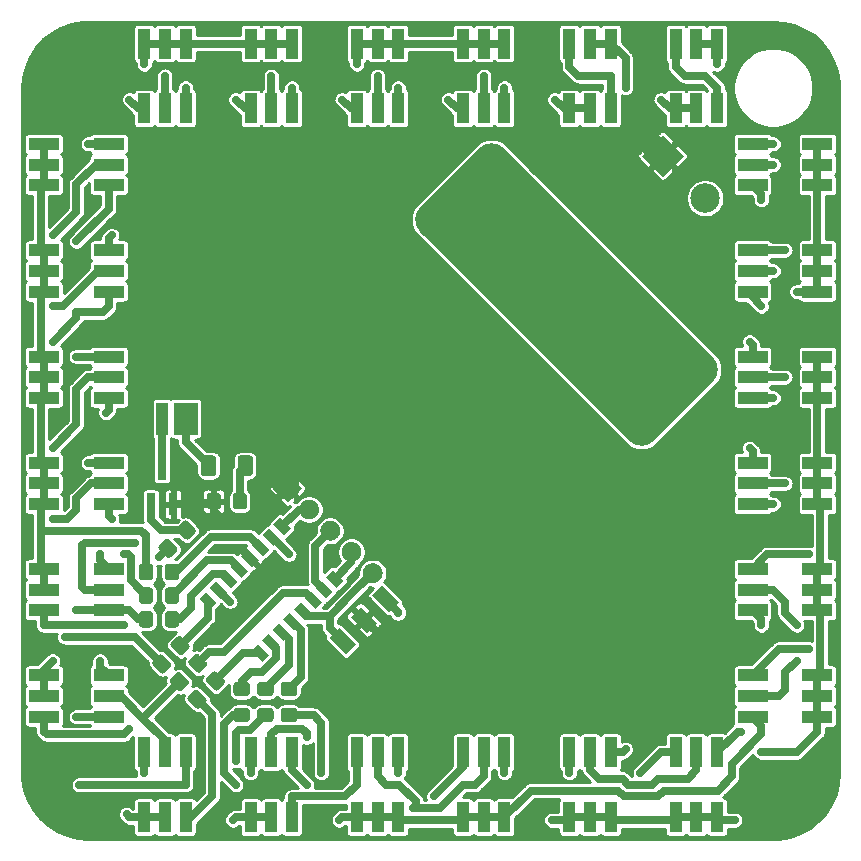
<source format=gbr>
%TF.GenerationSoftware,KiCad,Pcbnew,5.1.9+dfsg1-1+deb11u1*%
%TF.CreationDate,2024-07-25T19:41:34+02:00*%
%TF.ProjectId,label1,6c616265-6c31-42e6-9b69-6361645f7063,rev?*%
%TF.SameCoordinates,Original*%
%TF.FileFunction,Copper,L1,Top*%
%TF.FilePolarity,Positive*%
%FSLAX46Y46*%
G04 Gerber Fmt 4.6, Leading zero omitted, Abs format (unit mm)*
G04 Created by KiCad (PCBNEW 5.1.9+dfsg1-1+deb11u1) date 2024-07-25 19:41:34*
%MOMM*%
%LPD*%
G01*
G04 APERTURE LIST*
%TA.AperFunction,SMDPad,CuDef*%
%ADD10C,0.100000*%
%TD*%
%TA.AperFunction,SMDPad,CuDef*%
%ADD11R,2.000000X2.800000*%
%TD*%
%TA.AperFunction,SMDPad,CuDef*%
%ADD12R,1.000000X2.800000*%
%TD*%
%TA.AperFunction,SMDPad,CuDef*%
%ADD13R,1.100000X2.600000*%
%TD*%
%TA.AperFunction,SMDPad,CuDef*%
%ADD14R,2.600000X1.100000*%
%TD*%
%TA.AperFunction,SMDPad,CuDef*%
%ADD15R,0.800000X1.900000*%
%TD*%
%TA.AperFunction,ComponentPad*%
%ADD16C,2.500000*%
%TD*%
%TA.AperFunction,ComponentPad*%
%ADD17C,0.100000*%
%TD*%
%TA.AperFunction,ViaPad*%
%ADD18C,0.500000*%
%TD*%
%TA.AperFunction,Conductor*%
%ADD19C,0.700000*%
%TD*%
%TA.AperFunction,Conductor*%
%ADD20C,2.000000*%
%TD*%
%TA.AperFunction,Conductor*%
%ADD21C,0.250000*%
%TD*%
%TA.AperFunction,Conductor*%
%ADD22C,0.100000*%
%TD*%
G04 APERTURE END LIST*
%TO.P,REF\u002A\u002A,*%
%TO.N,*%
%TA.AperFunction,SMDPad,CuDef*%
G36*
G01*
X54125632Y-36075379D02*
X59075379Y-31125632D01*
G75*
G02*
X61196699Y-31125632I1060660J-1060660D01*
G01*
X78874368Y-48803301D01*
G75*
G02*
X78874368Y-50924621I-1060660J-1060660D01*
G01*
X73924621Y-55874368D01*
G75*
G02*
X71803301Y-55874368I-1060660J1060660D01*
G01*
X54125632Y-38196699D01*
G75*
G02*
X54125632Y-36075379I1060660J1060660D01*
G01*
G37*
%TD.AperFunction*%
%TD*%
%TA.AperFunction,SMDPad,CuDef*%
D10*
%TO.P,U2,3*%
%TO.N,+5V*%
G36*
X47274659Y-71710732D02*
G01*
X48688873Y-73124946D01*
X47840345Y-73973474D01*
X46426131Y-72559260D01*
X47274659Y-71710732D01*
G37*
%TD.AperFunction*%
%TA.AperFunction,SMDPad,CuDef*%
%TO.P,U2,2*%
%TO.N,GND*%
G36*
X49070710Y-69914680D02*
G01*
X50484924Y-71328894D01*
X49636396Y-72177422D01*
X48222182Y-70763208D01*
X49070710Y-69914680D01*
G37*
%TD.AperFunction*%
%TA.AperFunction,SMDPad,CuDef*%
%TO.P,U2,1*%
%TO.N,Net-(U1-Pad10)*%
G36*
X50866762Y-68118629D02*
G01*
X52280976Y-69532843D01*
X51432448Y-70381371D01*
X50018234Y-68967157D01*
X50866762Y-68118629D01*
G37*
%TD.AperFunction*%
%TD*%
D11*
%TO.P,D41,2*%
%TO.N,Net-(D41-Pad2)*%
X34250000Y-54000000D03*
D12*
%TO.P,D41,1*%
%TO.N,Net-(D41-Pad1)*%
X32250000Y-54000000D03*
%TD*%
%TA.AperFunction,SMDPad,CuDef*%
D10*
%TO.P,U1,16*%
%TO.N,Net-(R4-Pad1)*%
G36*
X36868450Y-69596016D02*
G01*
X36302765Y-70161701D01*
X35383526Y-69242462D01*
X35949211Y-68676777D01*
X36868450Y-69596016D01*
G37*
%TD.AperFunction*%
%TA.AperFunction,SMDPad,CuDef*%
%TO.P,U1,15*%
%TO.N,Net-(R12-Pad1)*%
G36*
X37773547Y-68690919D02*
G01*
X37207862Y-69256604D01*
X36288623Y-68337365D01*
X36854308Y-67771680D01*
X37773547Y-68690919D01*
G37*
%TD.AperFunction*%
%TA.AperFunction,SMDPad,CuDef*%
%TO.P,U1,14*%
%TO.N,Net-(R3-Pad1)*%
G36*
X38664502Y-67799965D02*
G01*
X38098817Y-68365650D01*
X37179578Y-67446411D01*
X37745263Y-66880726D01*
X38664502Y-67799965D01*
G37*
%TD.AperFunction*%
%TA.AperFunction,SMDPad,CuDef*%
%TO.P,U1,13*%
%TO.N,Net-(R2-Pad1)*%
G36*
X39562527Y-66901939D02*
G01*
X38996842Y-67467624D01*
X38077603Y-66548385D01*
X38643288Y-65982700D01*
X39562527Y-66901939D01*
G37*
%TD.AperFunction*%
%TA.AperFunction,SMDPad,CuDef*%
%TO.P,U1,12*%
%TO.N,GND*%
G36*
X40467624Y-65996842D02*
G01*
X39901939Y-66562527D01*
X38982700Y-65643288D01*
X39548385Y-65077603D01*
X40467624Y-65996842D01*
G37*
%TD.AperFunction*%
%TA.AperFunction,SMDPad,CuDef*%
%TO.P,U1,11*%
%TO.N,Net-(R1-Pad1)*%
G36*
X41365650Y-65098817D02*
G01*
X40799965Y-65664502D01*
X39880726Y-64745263D01*
X40446411Y-64179578D01*
X41365650Y-65098817D01*
G37*
%TD.AperFunction*%
%TA.AperFunction,SMDPad,CuDef*%
%TO.P,U1,10*%
%TO.N,Net-(U1-Pad10)*%
G36*
X42256604Y-64207862D02*
G01*
X41690919Y-64773547D01*
X40771680Y-63854308D01*
X41337365Y-63288623D01*
X42256604Y-64207862D01*
G37*
%TD.AperFunction*%
%TA.AperFunction,SMDPad,CuDef*%
%TO.P,U1,9*%
%TO.N,Net-(J1-Pad2)*%
G36*
X43161701Y-63302765D02*
G01*
X42596016Y-63868450D01*
X41676777Y-62949211D01*
X42242462Y-62383526D01*
X43161701Y-63302765D01*
G37*
%TD.AperFunction*%
%TA.AperFunction,SMDPad,CuDef*%
%TO.P,U1,8*%
%TO.N,Net-(J1-Pad4)*%
G36*
X47616474Y-67757538D02*
G01*
X47050789Y-68323223D01*
X46131550Y-67403984D01*
X46697235Y-66838299D01*
X47616474Y-67757538D01*
G37*
%TD.AperFunction*%
%TA.AperFunction,SMDPad,CuDef*%
%TO.P,U1,7*%
%TO.N,Net-(J1-Pad3)*%
G36*
X46711377Y-68662635D02*
G01*
X46145692Y-69228320D01*
X45226453Y-68309081D01*
X45792138Y-67743396D01*
X46711377Y-68662635D01*
G37*
%TD.AperFunction*%
%TA.AperFunction,SMDPad,CuDef*%
%TO.P,U1,6*%
%TO.N,Net-(R9-Pad1)*%
G36*
X45820422Y-69553589D02*
G01*
X45254737Y-70119274D01*
X44335498Y-69200035D01*
X44901183Y-68634350D01*
X45820422Y-69553589D01*
G37*
%TD.AperFunction*%
%TA.AperFunction,SMDPad,CuDef*%
%TO.P,U1,5*%
%TO.N,+5V*%
G36*
X44922397Y-70451615D02*
G01*
X44356712Y-71017300D01*
X43437473Y-70098061D01*
X44003158Y-69532376D01*
X44922397Y-70451615D01*
G37*
%TD.AperFunction*%
%TA.AperFunction,SMDPad,CuDef*%
%TO.P,U1,4*%
%TO.N,Net-(R8-Pad1)*%
G36*
X44017300Y-71356712D02*
G01*
X43451615Y-71922397D01*
X42532376Y-71003158D01*
X43098061Y-70437473D01*
X44017300Y-71356712D01*
G37*
%TD.AperFunction*%
%TA.AperFunction,SMDPad,CuDef*%
%TO.P,U1,3*%
%TO.N,Net-(R7-Pad1)*%
G36*
X43119274Y-72254737D02*
G01*
X42553589Y-72820422D01*
X41634350Y-71901183D01*
X42200035Y-71335498D01*
X43119274Y-72254737D01*
G37*
%TD.AperFunction*%
%TA.AperFunction,SMDPad,CuDef*%
%TO.P,U1,2*%
%TO.N,Net-(R6-Pad1)*%
G36*
X42228320Y-73145692D02*
G01*
X41662635Y-73711377D01*
X40743396Y-72792138D01*
X41309081Y-72226453D01*
X42228320Y-73145692D01*
G37*
%TD.AperFunction*%
%TA.AperFunction,SMDPad,CuDef*%
%TO.P,U1,1*%
%TO.N,Net-(R5-Pad1)*%
G36*
X41323223Y-74050789D02*
G01*
X40757538Y-74616474D01*
X39838299Y-73697235D01*
X40403984Y-73131550D01*
X41323223Y-74050789D01*
G37*
%TD.AperFunction*%
%TD*%
D13*
%TO.P,D4,6*%
%TO.N,Net-(D14-Pad3)*%
X66750000Y-82250000D03*
%TO.P,D4,5*%
%TO.N,Net-(D10-Pad3)*%
X68500000Y-82250000D03*
%TO.P,D4,4*%
%TO.N,Net-(D10-Pad2)*%
X70250000Y-82250000D03*
%TO.P,D4,3*%
%TO.N,Net-(D1-Pad5)*%
X70250000Y-87750000D03*
%TO.P,D4,2*%
X68500000Y-87750000D03*
%TO.P,D4,1*%
X66750000Y-87750000D03*
%TD*%
%TO.P,R1,2*%
%TO.N,Net-(D1-Pad1)*%
%TA.AperFunction,SMDPad,CuDef*%
G36*
G01*
X31500000Y-66549600D02*
X31500000Y-67450400D01*
G75*
G02*
X31250400Y-67700000I-249600J0D01*
G01*
X30549600Y-67700000D01*
G75*
G02*
X30300000Y-67450400I0J249600D01*
G01*
X30300000Y-66549600D01*
G75*
G02*
X30549600Y-66300000I249600J0D01*
G01*
X31250400Y-66300000D01*
G75*
G02*
X31500000Y-66549600I0J-249600D01*
G01*
G37*
%TD.AperFunction*%
%TO.P,R1,1*%
%TO.N,Net-(R1-Pad1)*%
%TA.AperFunction,SMDPad,CuDef*%
G36*
G01*
X33700000Y-66549600D02*
X33700000Y-67450400D01*
G75*
G02*
X33450400Y-67700000I-249600J0D01*
G01*
X32749600Y-67700000D01*
G75*
G02*
X32500000Y-67450400I0J249600D01*
G01*
X32500000Y-66549600D01*
G75*
G02*
X32749600Y-66300000I249600J0D01*
G01*
X33450400Y-66300000D01*
G75*
G02*
X33700000Y-66549600I0J-249600D01*
G01*
G37*
%TD.AperFunction*%
%TD*%
%TO.P,R9,2*%
%TO.N,Net-(D10-Pad2)*%
%TA.AperFunction,SMDPad,CuDef*%
G36*
G01*
X33827966Y-75535072D02*
X34464928Y-76172034D01*
G75*
G02*
X34464928Y-76525022I-176494J-176494D01*
G01*
X33969388Y-77020562D01*
G75*
G02*
X33616400Y-77020562I-176494J176494D01*
G01*
X32979438Y-76383600D01*
G75*
G02*
X32979438Y-76030612I176494J176494D01*
G01*
X33474978Y-75535072D01*
G75*
G02*
X33827966Y-75535072I176494J-176494D01*
G01*
G37*
%TD.AperFunction*%
%TO.P,R9,1*%
%TO.N,Net-(R9-Pad1)*%
%TA.AperFunction,SMDPad,CuDef*%
G36*
G01*
X35383600Y-73979438D02*
X36020562Y-74616400D01*
G75*
G02*
X36020562Y-74969388I-176494J-176494D01*
G01*
X35525022Y-75464928D01*
G75*
G02*
X35172034Y-75464928I-176494J176494D01*
G01*
X34535072Y-74827966D01*
G75*
G02*
X34535072Y-74474978I176494J176494D01*
G01*
X35030612Y-73979438D01*
G75*
G02*
X35383600Y-73979438I176494J-176494D01*
G01*
G37*
%TD.AperFunction*%
%TD*%
%TO.P,R8,2*%
%TO.N,Net-(D10-Pad3)*%
%TA.AperFunction,SMDPad,CuDef*%
G36*
G01*
X42549600Y-78500000D02*
X43450400Y-78500000D01*
G75*
G02*
X43700000Y-78749600I0J-249600D01*
G01*
X43700000Y-79450400D01*
G75*
G02*
X43450400Y-79700000I-249600J0D01*
G01*
X42549600Y-79700000D01*
G75*
G02*
X42300000Y-79450400I0J249600D01*
G01*
X42300000Y-78749600D01*
G75*
G02*
X42549600Y-78500000I249600J0D01*
G01*
G37*
%TD.AperFunction*%
%TO.P,R8,1*%
%TO.N,Net-(R8-Pad1)*%
%TA.AperFunction,SMDPad,CuDef*%
G36*
G01*
X42549600Y-76300000D02*
X43450400Y-76300000D01*
G75*
G02*
X43700000Y-76549600I0J-249600D01*
G01*
X43700000Y-77250400D01*
G75*
G02*
X43450400Y-77500000I-249600J0D01*
G01*
X42549600Y-77500000D01*
G75*
G02*
X42300000Y-77250400I0J249600D01*
G01*
X42300000Y-76549600D01*
G75*
G02*
X42549600Y-76300000I249600J0D01*
G01*
G37*
%TD.AperFunction*%
%TD*%
%TO.P,R7,2*%
%TO.N,Net-(D14-Pad3)*%
%TA.AperFunction,SMDPad,CuDef*%
G36*
G01*
X40549600Y-78500000D02*
X41450400Y-78500000D01*
G75*
G02*
X41700000Y-78749600I0J-249600D01*
G01*
X41700000Y-79450400D01*
G75*
G02*
X41450400Y-79700000I-249600J0D01*
G01*
X40549600Y-79700000D01*
G75*
G02*
X40300000Y-79450400I0J249600D01*
G01*
X40300000Y-78749600D01*
G75*
G02*
X40549600Y-78500000I249600J0D01*
G01*
G37*
%TD.AperFunction*%
%TO.P,R7,1*%
%TO.N,Net-(R7-Pad1)*%
%TA.AperFunction,SMDPad,CuDef*%
G36*
G01*
X40549600Y-76300000D02*
X41450400Y-76300000D01*
G75*
G02*
X41700000Y-76549600I0J-249600D01*
G01*
X41700000Y-77250400D01*
G75*
G02*
X41450400Y-77500000I-249600J0D01*
G01*
X40549600Y-77500000D01*
G75*
G02*
X40300000Y-77250400I0J249600D01*
G01*
X40300000Y-76549600D01*
G75*
G02*
X40549600Y-76300000I249600J0D01*
G01*
G37*
%TD.AperFunction*%
%TD*%
%TO.P,R6,2*%
%TO.N,Net-(D10-Pad1)*%
%TA.AperFunction,SMDPad,CuDef*%
G36*
G01*
X38549600Y-78500000D02*
X39450400Y-78500000D01*
G75*
G02*
X39700000Y-78749600I0J-249600D01*
G01*
X39700000Y-79450400D01*
G75*
G02*
X39450400Y-79700000I-249600J0D01*
G01*
X38549600Y-79700000D01*
G75*
G02*
X38300000Y-79450400I0J249600D01*
G01*
X38300000Y-78749600D01*
G75*
G02*
X38549600Y-78500000I249600J0D01*
G01*
G37*
%TD.AperFunction*%
%TO.P,R6,1*%
%TO.N,Net-(R6-Pad1)*%
%TA.AperFunction,SMDPad,CuDef*%
G36*
G01*
X38549600Y-76300000D02*
X39450400Y-76300000D01*
G75*
G02*
X39700000Y-76549600I0J-249600D01*
G01*
X39700000Y-77250400D01*
G75*
G02*
X39450400Y-77500000I-249600J0D01*
G01*
X38549600Y-77500000D01*
G75*
G02*
X38300000Y-77250400I0J249600D01*
G01*
X38300000Y-76549600D01*
G75*
G02*
X38549600Y-76300000I249600J0D01*
G01*
G37*
%TD.AperFunction*%
%TD*%
%TO.P,R5,2*%
%TO.N,Net-(D10-Pad6)*%
%TA.AperFunction,SMDPad,CuDef*%
G36*
G01*
X35327966Y-77035072D02*
X35964928Y-77672034D01*
G75*
G02*
X35964928Y-78025022I-176494J-176494D01*
G01*
X35469388Y-78520562D01*
G75*
G02*
X35116400Y-78520562I-176494J176494D01*
G01*
X34479438Y-77883600D01*
G75*
G02*
X34479438Y-77530612I176494J176494D01*
G01*
X34974978Y-77035072D01*
G75*
G02*
X35327966Y-77035072I176494J-176494D01*
G01*
G37*
%TD.AperFunction*%
%TO.P,R5,1*%
%TO.N,Net-(R5-Pad1)*%
%TA.AperFunction,SMDPad,CuDef*%
G36*
G01*
X36883600Y-75479438D02*
X37520562Y-76116400D01*
G75*
G02*
X37520562Y-76469388I-176494J-176494D01*
G01*
X37025022Y-76964928D01*
G75*
G02*
X36672034Y-76964928I-176494J176494D01*
G01*
X36035072Y-76327966D01*
G75*
G02*
X36035072Y-75974978I176494J176494D01*
G01*
X36530612Y-75479438D01*
G75*
G02*
X36883600Y-75479438I176494J-176494D01*
G01*
G37*
%TD.AperFunction*%
%TD*%
%TO.P,R4,2*%
%TO.N,Net-(D1-Pad4)*%
%TA.AperFunction,SMDPad,CuDef*%
G36*
G01*
X32327966Y-74035072D02*
X32964928Y-74672034D01*
G75*
G02*
X32964928Y-75025022I-176494J-176494D01*
G01*
X32469388Y-75520562D01*
G75*
G02*
X32116400Y-75520562I-176494J176494D01*
G01*
X31479438Y-74883600D01*
G75*
G02*
X31479438Y-74530612I176494J176494D01*
G01*
X31974978Y-74035072D01*
G75*
G02*
X32327966Y-74035072I176494J-176494D01*
G01*
G37*
%TD.AperFunction*%
%TO.P,R4,1*%
%TO.N,Net-(R4-Pad1)*%
%TA.AperFunction,SMDPad,CuDef*%
G36*
G01*
X33883600Y-72479438D02*
X34520562Y-73116400D01*
G75*
G02*
X34520562Y-73469388I-176494J-176494D01*
G01*
X34025022Y-73964928D01*
G75*
G02*
X33672034Y-73964928I-176494J176494D01*
G01*
X33035072Y-73327966D01*
G75*
G02*
X33035072Y-72974978I176494J176494D01*
G01*
X33530612Y-72479438D01*
G75*
G02*
X33883600Y-72479438I176494J-176494D01*
G01*
G37*
%TD.AperFunction*%
%TD*%
%TO.P,R3,2*%
%TO.N,Net-(D1-Pad5)*%
%TA.AperFunction,SMDPad,CuDef*%
G36*
G01*
X31500000Y-70549600D02*
X31500000Y-71450400D01*
G75*
G02*
X31250400Y-71700000I-249600J0D01*
G01*
X30549600Y-71700000D01*
G75*
G02*
X30300000Y-71450400I0J249600D01*
G01*
X30300000Y-70549600D01*
G75*
G02*
X30549600Y-70300000I249600J0D01*
G01*
X31250400Y-70300000D01*
G75*
G02*
X31500000Y-70549600I0J-249600D01*
G01*
G37*
%TD.AperFunction*%
%TO.P,R3,1*%
%TO.N,Net-(R3-Pad1)*%
%TA.AperFunction,SMDPad,CuDef*%
G36*
G01*
X33700000Y-70549600D02*
X33700000Y-71450400D01*
G75*
G02*
X33450400Y-71700000I-249600J0D01*
G01*
X32749600Y-71700000D01*
G75*
G02*
X32500000Y-71450400I0J249600D01*
G01*
X32500000Y-70549600D01*
G75*
G02*
X32749600Y-70300000I249600J0D01*
G01*
X33450400Y-70300000D01*
G75*
G02*
X33700000Y-70549600I0J-249600D01*
G01*
G37*
%TD.AperFunction*%
%TD*%
%TO.P,R2,2*%
%TO.N,Net-(D1-Pad6)*%
%TA.AperFunction,SMDPad,CuDef*%
G36*
G01*
X31500000Y-68549600D02*
X31500000Y-69450400D01*
G75*
G02*
X31250400Y-69700000I-249600J0D01*
G01*
X30549600Y-69700000D01*
G75*
G02*
X30300000Y-69450400I0J249600D01*
G01*
X30300000Y-68549600D01*
G75*
G02*
X30549600Y-68300000I249600J0D01*
G01*
X31250400Y-68300000D01*
G75*
G02*
X31500000Y-68549600I0J-249600D01*
G01*
G37*
%TD.AperFunction*%
%TO.P,R2,1*%
%TO.N,Net-(R2-Pad1)*%
%TA.AperFunction,SMDPad,CuDef*%
G36*
G01*
X33700000Y-68549600D02*
X33700000Y-69450400D01*
G75*
G02*
X33450400Y-69700000I-249600J0D01*
G01*
X32749600Y-69700000D01*
G75*
G02*
X32500000Y-69450400I0J249600D01*
G01*
X32500000Y-68549600D01*
G75*
G02*
X32749600Y-68300000I249600J0D01*
G01*
X33450400Y-68300000D01*
G75*
G02*
X33700000Y-68549600I0J-249600D01*
G01*
G37*
%TD.AperFunction*%
%TD*%
%TO.P,D24,6*%
%TO.N,Net-(D10-Pad3)*%
X79250000Y-27750000D03*
%TO.P,D24,5*%
%TO.N,Net-(D10-Pad2)*%
X77500000Y-27750000D03*
%TO.P,D24,4*%
X75750000Y-27750000D03*
%TO.P,D24,3*%
%TO.N,Net-(D10-Pad3)*%
X75750000Y-22250000D03*
%TO.P,D24,2*%
%TO.N,Net-(D14-Pad3)*%
X77500000Y-22250000D03*
%TO.P,D24,1*%
X79250000Y-22250000D03*
%TD*%
D14*
%TO.P,D23,6*%
%TO.N,Net-(D1-Pad5)*%
X87750000Y-30750000D03*
%TO.P,D23,5*%
X87750000Y-32500000D03*
%TO.P,D23,4*%
X87750000Y-34250000D03*
%TO.P,D23,3*%
%TO.N,Net-(D1-Pad4)*%
X82250000Y-34250000D03*
%TO.P,D23,2*%
%TO.N,Net-(D10-Pad6)*%
X82250000Y-32500000D03*
%TO.P,D23,1*%
%TO.N,Net-(D10-Pad1)*%
X82250000Y-30750000D03*
%TD*%
D13*
%TO.P,D22,6*%
%TO.N,Net-(D10-Pad3)*%
X66750000Y-22250000D03*
%TO.P,D22,5*%
%TO.N,Net-(D14-Pad3)*%
X68500000Y-22250000D03*
%TO.P,D22,4*%
X70250000Y-22250000D03*
%TO.P,D22,3*%
%TO.N,Net-(D10-Pad3)*%
X70250000Y-27750000D03*
%TO.P,D22,2*%
%TO.N,Net-(D10-Pad2)*%
X68500000Y-27750000D03*
%TO.P,D22,1*%
X66750000Y-27750000D03*
%TD*%
D14*
%TO.P,D21,6*%
%TO.N,Net-(D1-Pad4)*%
X82250000Y-43250000D03*
%TO.P,D21,5*%
%TO.N,Net-(D10-Pad6)*%
X82250000Y-41500000D03*
%TO.P,D21,4*%
%TO.N,Net-(D10-Pad1)*%
X82250000Y-39750000D03*
%TO.P,D21,3*%
%TO.N,Net-(D1-Pad5)*%
X87750000Y-39750000D03*
%TO.P,D21,2*%
X87750000Y-41500000D03*
%TO.P,D21,1*%
X87750000Y-43250000D03*
%TD*%
D13*
%TO.P,D20,6*%
%TO.N,Net-(D14-Pad3)*%
X61250000Y-27750000D03*
%TO.P,D20,5*%
%TO.N,Net-(D10-Pad3)*%
X59500000Y-27750000D03*
%TO.P,D20,4*%
%TO.N,Net-(D10-Pad2)*%
X57750000Y-27750000D03*
%TO.P,D20,3*%
%TO.N,Net-(D10-Pad1)*%
X57750000Y-22250000D03*
%TO.P,D20,2*%
X59500000Y-22250000D03*
%TO.P,D20,1*%
X61250000Y-22250000D03*
%TD*%
D14*
%TO.P,D19,6*%
%TO.N,Net-(D1-Pad6)*%
X87750000Y-48750000D03*
%TO.P,D19,5*%
X87750000Y-50500000D03*
%TO.P,D19,4*%
X87750000Y-52250000D03*
%TO.P,D19,3*%
%TO.N,Net-(D14-Pad3)*%
X82250000Y-52250000D03*
%TO.P,D19,2*%
%TO.N,Net-(D10-Pad3)*%
X82250000Y-50500000D03*
%TO.P,D19,1*%
%TO.N,Net-(D10-Pad2)*%
X82250000Y-48750000D03*
%TD*%
D13*
%TO.P,D18,6*%
%TO.N,Net-(D10-Pad1)*%
X48750000Y-22250000D03*
%TO.P,D18,5*%
X50500000Y-22250000D03*
%TO.P,D18,4*%
X52250000Y-22250000D03*
%TO.P,D18,3*%
%TO.N,Net-(D14-Pad3)*%
X52250000Y-27750000D03*
%TO.P,D18,2*%
%TO.N,Net-(D10-Pad3)*%
X50500000Y-27750000D03*
%TO.P,D18,1*%
%TO.N,Net-(D10-Pad2)*%
X48750000Y-27750000D03*
%TD*%
D14*
%TO.P,D17,6*%
%TO.N,Net-(D14-Pad3)*%
X82250000Y-61250000D03*
%TO.P,D17,5*%
%TO.N,Net-(D10-Pad3)*%
X82250000Y-59500000D03*
%TO.P,D17,4*%
%TO.N,Net-(D10-Pad2)*%
X82250000Y-57750000D03*
%TO.P,D17,3*%
%TO.N,Net-(D1-Pad6)*%
X87750000Y-57750000D03*
%TO.P,D17,2*%
X87750000Y-59500000D03*
%TO.P,D17,1*%
X87750000Y-61250000D03*
%TD*%
D13*
%TO.P,D16,6*%
%TO.N,Net-(D14-Pad3)*%
X43250000Y-27750000D03*
%TO.P,D16,5*%
%TO.N,Net-(D10-Pad3)*%
X41500000Y-27750000D03*
%TO.P,D16,4*%
%TO.N,Net-(D10-Pad2)*%
X39750000Y-27750000D03*
%TO.P,D16,3*%
%TO.N,Net-(D10-Pad6)*%
X39750000Y-22250000D03*
%TO.P,D16,2*%
X41500000Y-22250000D03*
%TO.P,D16,1*%
X43250000Y-22250000D03*
%TD*%
D14*
%TO.P,D15,6*%
%TO.N,Net-(D1-Pad6)*%
X87750000Y-66750000D03*
%TO.P,D15,5*%
X87750000Y-68500000D03*
%TO.P,D15,4*%
X87750000Y-70250000D03*
%TO.P,D15,3*%
%TO.N,Net-(D1-Pad4)*%
X82250000Y-70250000D03*
%TO.P,D15,2*%
%TO.N,Net-(D10-Pad6)*%
X82250000Y-68500000D03*
%TO.P,D15,1*%
%TO.N,Net-(D10-Pad1)*%
X82250000Y-66750000D03*
%TD*%
D13*
%TO.P,D14,6*%
%TO.N,Net-(D10-Pad6)*%
X30750000Y-22250000D03*
%TO.P,D14,5*%
X32500000Y-22250000D03*
%TO.P,D14,4*%
X34250000Y-22250000D03*
%TO.P,D14,3*%
%TO.N,Net-(D14-Pad3)*%
X34250000Y-27750000D03*
%TO.P,D14,2*%
%TO.N,Net-(D10-Pad3)*%
X32500000Y-27750000D03*
%TO.P,D14,1*%
%TO.N,Net-(D10-Pad2)*%
X30750000Y-27750000D03*
%TD*%
D14*
%TO.P,D13,6*%
%TO.N,Net-(D1-Pad4)*%
X82250000Y-79250000D03*
%TO.P,D13,5*%
%TO.N,Net-(D10-Pad6)*%
X82250000Y-77500000D03*
%TO.P,D13,4*%
%TO.N,Net-(D10-Pad1)*%
X82250000Y-75750000D03*
%TO.P,D13,3*%
%TO.N,Net-(D1-Pad6)*%
X87750000Y-75750000D03*
%TO.P,D13,2*%
X87750000Y-77500000D03*
%TO.P,D13,1*%
X87750000Y-79250000D03*
%TD*%
D13*
%TO.P,D12,6*%
%TO.N,Net-(D10-Pad3)*%
X30750000Y-82250000D03*
%TO.P,D12,5*%
%TO.N,Net-(D10-Pad2)*%
X32500000Y-82250000D03*
%TO.P,D12,4*%
%TO.N,Net-(D10-Pad1)*%
X34250000Y-82250000D03*
%TO.P,D12,3*%
%TO.N,Net-(D10-Pad6)*%
X34250000Y-87750000D03*
%TO.P,D12,2*%
%TO.N,Net-(D1-Pad4)*%
X32500000Y-87750000D03*
%TO.P,D12,1*%
X30750000Y-87750000D03*
%TD*%
D14*
%TO.P,D11,6*%
%TO.N,Net-(D1-Pad6)*%
X22250000Y-79250000D03*
%TO.P,D11,5*%
%TO.N,Net-(D1-Pad1)*%
X22250000Y-77500000D03*
%TO.P,D11,4*%
X22250000Y-75750000D03*
%TO.P,D11,3*%
%TO.N,Net-(D10-Pad3)*%
X27750000Y-75750000D03*
%TO.P,D11,2*%
%TO.N,Net-(D10-Pad2)*%
X27750000Y-77500000D03*
%TO.P,D11,1*%
%TO.N,Net-(D1-Pad5)*%
X27750000Y-79250000D03*
%TD*%
D13*
%TO.P,D10,6*%
%TO.N,Net-(D10-Pad6)*%
X43250000Y-87750000D03*
%TO.P,D10,5*%
%TO.N,Net-(D1-Pad4)*%
X41500000Y-87750000D03*
%TO.P,D10,4*%
X39750000Y-87750000D03*
%TO.P,D10,3*%
%TO.N,Net-(D10-Pad3)*%
X39750000Y-82250000D03*
%TO.P,D10,2*%
%TO.N,Net-(D10-Pad2)*%
X41500000Y-82250000D03*
%TO.P,D10,1*%
%TO.N,Net-(D10-Pad1)*%
X43250000Y-82250000D03*
%TD*%
D14*
%TO.P,D9,6*%
%TO.N,Net-(D10-Pad3)*%
X27750000Y-66750000D03*
%TO.P,D9,5*%
%TO.N,Net-(D10-Pad2)*%
X27750000Y-68500000D03*
%TO.P,D9,4*%
%TO.N,Net-(D1-Pad5)*%
X27750000Y-70250000D03*
%TO.P,D9,3*%
%TO.N,Net-(D1-Pad6)*%
X22250000Y-70250000D03*
%TO.P,D9,2*%
%TO.N,Net-(D1-Pad1)*%
X22250000Y-68500000D03*
%TO.P,D9,1*%
X22250000Y-66750000D03*
%TD*%
D13*
%TO.P,D8,6*%
%TO.N,Net-(D10-Pad6)*%
X48750000Y-82250000D03*
%TO.P,D8,5*%
%TO.N,Net-(D10-Pad1)*%
X50500000Y-82250000D03*
%TO.P,D8,4*%
%TO.N,Net-(D14-Pad3)*%
X52250000Y-82250000D03*
%TO.P,D8,3*%
%TO.N,Net-(D1-Pad4)*%
X52250000Y-87750000D03*
%TO.P,D8,2*%
X50500000Y-87750000D03*
%TO.P,D8,1*%
X48750000Y-87750000D03*
%TD*%
D14*
%TO.P,D7,6*%
%TO.N,Net-(D1-Pad1)*%
X22250000Y-61250000D03*
%TO.P,D7,5*%
X22250000Y-59500000D03*
%TO.P,D7,4*%
X22250000Y-57750000D03*
%TO.P,D7,3*%
%TO.N,Net-(D10-Pad6)*%
X27750000Y-57750000D03*
%TO.P,D7,2*%
%TO.N,Net-(D10-Pad1)*%
X27750000Y-59500000D03*
%TO.P,D7,1*%
%TO.N,Net-(D14-Pad3)*%
X27750000Y-61250000D03*
%TD*%
D13*
%TO.P,D6,6*%
%TO.N,Net-(D1-Pad4)*%
X61250000Y-87750000D03*
%TO.P,D6,5*%
X59500000Y-87750000D03*
%TO.P,D6,4*%
X57750000Y-87750000D03*
%TO.P,D6,3*%
%TO.N,Net-(D10-Pad6)*%
X57750000Y-82250000D03*
%TO.P,D6,2*%
%TO.N,Net-(D10-Pad1)*%
X59500000Y-82250000D03*
%TO.P,D6,1*%
%TO.N,Net-(D14-Pad3)*%
X61250000Y-82250000D03*
%TD*%
D14*
%TO.P,D5,6*%
%TO.N,Net-(D10-Pad6)*%
X27750000Y-48750000D03*
%TO.P,D5,5*%
%TO.N,Net-(D10-Pad1)*%
X27750000Y-50500000D03*
%TO.P,D5,4*%
%TO.N,Net-(D14-Pad3)*%
X27750000Y-52250000D03*
%TO.P,D5,3*%
%TO.N,Net-(D1-Pad1)*%
X22250000Y-52250000D03*
%TO.P,D5,2*%
X22250000Y-50500000D03*
%TO.P,D5,1*%
X22250000Y-48750000D03*
%TD*%
%TO.P,D3,6*%
%TO.N,Net-(D1-Pad1)*%
X22250000Y-43250000D03*
%TO.P,D3,5*%
X22250000Y-41500000D03*
%TO.P,D3,4*%
X22250000Y-39750000D03*
%TO.P,D3,3*%
%TO.N,Net-(D1-Pad6)*%
X27750000Y-39750000D03*
%TO.P,D3,2*%
%TO.N,Net-(D1-Pad5)*%
X27750000Y-41500000D03*
%TO.P,D3,1*%
%TO.N,Net-(D1-Pad4)*%
X27750000Y-43250000D03*
%TD*%
D13*
%TO.P,D2,6*%
%TO.N,Net-(D1-Pad5)*%
X79250000Y-87750000D03*
%TO.P,D2,5*%
X77500000Y-87750000D03*
%TO.P,D2,4*%
X75750000Y-87750000D03*
%TO.P,D2,3*%
%TO.N,Net-(D14-Pad3)*%
X75750000Y-82250000D03*
%TO.P,D2,2*%
%TO.N,Net-(D10-Pad3)*%
X77500000Y-82250000D03*
%TO.P,D2,1*%
%TO.N,Net-(D10-Pad2)*%
X79250000Y-82250000D03*
%TD*%
D14*
%TO.P,D1,6*%
%TO.N,Net-(D1-Pad6)*%
X27750000Y-30750000D03*
%TO.P,D1,5*%
%TO.N,Net-(D1-Pad5)*%
X27750000Y-32500000D03*
%TO.P,D1,4*%
%TO.N,Net-(D1-Pad4)*%
X27750000Y-34250000D03*
%TO.P,D1,3*%
%TO.N,Net-(D1-Pad1)*%
X22250000Y-34250000D03*
%TO.P,D1,2*%
X22250000Y-32500000D03*
%TO.P,D1,1*%
X22250000Y-30750000D03*
%TD*%
D15*
%TO.P,Q1,3*%
%TO.N,Net-(D41-Pad1)*%
X32250000Y-58250000D03*
%TO.P,Q1,2*%
%TO.N,GND*%
X33200000Y-61250000D03*
%TO.P,Q1,1*%
%TO.N,Net-(Q1-Pad1)*%
X31300000Y-61250000D03*
%TD*%
%TO.P,C1,2*%
%TO.N,GND*%
%TA.AperFunction,SMDPad,CuDef*%
G36*
G01*
X37250000Y-60549600D02*
X37250000Y-61450400D01*
G75*
G02*
X37000400Y-61700000I-249600J0D01*
G01*
X36299600Y-61700000D01*
G75*
G02*
X36050000Y-61450400I0J249600D01*
G01*
X36050000Y-60549600D01*
G75*
G02*
X36299600Y-60300000I249600J0D01*
G01*
X37000400Y-60300000D01*
G75*
G02*
X37250000Y-60549600I0J-249600D01*
G01*
G37*
%TD.AperFunction*%
%TO.P,C1,1*%
%TO.N,+5V*%
%TA.AperFunction,SMDPad,CuDef*%
G36*
G01*
X39450000Y-60549600D02*
X39450000Y-61450400D01*
G75*
G02*
X39200400Y-61700000I-249600J0D01*
G01*
X38499600Y-61700000D01*
G75*
G02*
X38250000Y-61450400I0J249600D01*
G01*
X38250000Y-60549600D01*
G75*
G02*
X38499600Y-60300000I249600J0D01*
G01*
X39200400Y-60300000D01*
G75*
G02*
X39450000Y-60549600I0J-249600D01*
G01*
G37*
%TD.AperFunction*%
%TD*%
%TO.P,R13,2*%
%TO.N,Net-(D41-Pad2)*%
%TA.AperFunction,SMDPad,CuDef*%
G36*
G01*
X36850000Y-57374999D02*
X36850000Y-58625001D01*
G75*
G02*
X36600001Y-58875000I-249999J0D01*
G01*
X35799999Y-58875000D01*
G75*
G02*
X35550000Y-58625001I0J249999D01*
G01*
X35550000Y-57374999D01*
G75*
G02*
X35799999Y-57125000I249999J0D01*
G01*
X36600001Y-57125000D01*
G75*
G02*
X36850000Y-57374999I0J-249999D01*
G01*
G37*
%TD.AperFunction*%
%TO.P,R13,1*%
%TO.N,+5V*%
%TA.AperFunction,SMDPad,CuDef*%
G36*
G01*
X39950000Y-57374999D02*
X39950000Y-58625001D01*
G75*
G02*
X39700001Y-58875000I-249999J0D01*
G01*
X38899999Y-58875000D01*
G75*
G02*
X38650000Y-58625001I0J249999D01*
G01*
X38650000Y-57374999D01*
G75*
G02*
X38899999Y-57125000I249999J0D01*
G01*
X39700001Y-57125000D01*
G75*
G02*
X39950000Y-57374999I0J-249999D01*
G01*
G37*
%TD.AperFunction*%
%TD*%
D16*
%TO.P,J2,2*%
%TO.N,+5V*%
X78242102Y-35352102D03*
%TA.AperFunction,ComponentPad*%
D17*
%TO.P,J2,1*%
%TO.N,GND*%
G36*
X72882233Y-31760000D02*
G01*
X74650000Y-29992233D01*
X76417767Y-31760000D01*
X74650000Y-33527767D01*
X72882233Y-31760000D01*
G37*
%TD.AperFunction*%
%TD*%
%TO.P,J1,5*%
%TO.N,+5V*%
%TA.AperFunction,ComponentPad*%
G36*
G01*
X49491062Y-67693144D02*
X49491062Y-67693144D01*
G75*
G02*
X49491062Y-66491062I601041J601041D01*
G01*
X49491062Y-66491062D01*
G75*
G02*
X50693144Y-66491062I601041J-601041D01*
G01*
X50693144Y-66491062D01*
G75*
G02*
X50693144Y-67693144I-601041J-601041D01*
G01*
X50693144Y-67693144D01*
G75*
G02*
X49491062Y-67693144I-601041J601041D01*
G01*
G37*
%TD.AperFunction*%
%TO.P,J1,4*%
%TO.N,Net-(J1-Pad4)*%
%TA.AperFunction,ComponentPad*%
G36*
G01*
X47695011Y-65897093D02*
X47695011Y-65897093D01*
G75*
G02*
X47695011Y-64695011I601041J601041D01*
G01*
X47695011Y-64695011D01*
G75*
G02*
X48897093Y-64695011I601041J-601041D01*
G01*
X48897093Y-64695011D01*
G75*
G02*
X48897093Y-65897093I-601041J-601041D01*
G01*
X48897093Y-65897093D01*
G75*
G02*
X47695011Y-65897093I-601041J601041D01*
G01*
G37*
%TD.AperFunction*%
%TO.P,J1,3*%
%TO.N,Net-(J1-Pad3)*%
%TA.AperFunction,ComponentPad*%
G36*
G01*
X45898959Y-64101041D02*
X45898959Y-64101041D01*
G75*
G02*
X45898959Y-62898959I601041J601041D01*
G01*
X45898959Y-62898959D01*
G75*
G02*
X47101041Y-62898959I601041J-601041D01*
G01*
X47101041Y-62898959D01*
G75*
G02*
X47101041Y-64101041I-601041J-601041D01*
G01*
X47101041Y-64101041D01*
G75*
G02*
X45898959Y-64101041I-601041J601041D01*
G01*
G37*
%TD.AperFunction*%
%TO.P,J1,2*%
%TO.N,Net-(J1-Pad2)*%
%TA.AperFunction,ComponentPad*%
G36*
G01*
X44102908Y-62304990D02*
X44102908Y-62304990D01*
G75*
G02*
X44102908Y-61102908I601041J601041D01*
G01*
X44102908Y-61102908D01*
G75*
G02*
X45304990Y-61102908I601041J-601041D01*
G01*
X45304990Y-61102908D01*
G75*
G02*
X45304990Y-62304990I-601041J-601041D01*
G01*
X45304990Y-62304990D01*
G75*
G02*
X44102908Y-62304990I-601041J601041D01*
G01*
G37*
%TD.AperFunction*%
%TA.AperFunction,ComponentPad*%
%TO.P,J1,1*%
%TO.N,GND*%
G36*
X42907898Y-61109980D02*
G01*
X41705816Y-59907898D01*
X42907898Y-58705816D01*
X44109980Y-59907898D01*
X42907898Y-61109980D01*
G37*
%TD.AperFunction*%
%TD*%
%TO.P,R12,2*%
%TO.N,Net-(Q1-Pad1)*%
%TA.AperFunction,SMDPad,CuDef*%
G36*
G01*
X34199851Y-64187111D02*
X33562889Y-63550149D01*
G75*
G02*
X33562889Y-63197161I176494J176494D01*
G01*
X34058429Y-62701621D01*
G75*
G02*
X34411417Y-62701621I176494J-176494D01*
G01*
X35048379Y-63338583D01*
G75*
G02*
X35048379Y-63691571I-176494J-176494D01*
G01*
X34552839Y-64187111D01*
G75*
G02*
X34199851Y-64187111I-176494J176494D01*
G01*
G37*
%TD.AperFunction*%
%TO.P,R12,1*%
%TO.N,Net-(R12-Pad1)*%
%TA.AperFunction,SMDPad,CuDef*%
G36*
G01*
X32644217Y-65742745D02*
X32007255Y-65105783D01*
G75*
G02*
X32007255Y-64752795I176494J176494D01*
G01*
X32502795Y-64257255D01*
G75*
G02*
X32855783Y-64257255I176494J-176494D01*
G01*
X33492745Y-64894217D01*
G75*
G02*
X33492745Y-65247205I-176494J-176494D01*
G01*
X32997205Y-65742745D01*
G75*
G02*
X32644217Y-65742745I-176494J176494D01*
G01*
G37*
%TD.AperFunction*%
%TD*%
D18*
%TO.N,GND*%
X37750000Y-65000000D03*
X40000012Y-62750000D03*
X50500000Y-72250000D03*
X22000000Y-85000000D03*
X25000000Y-88000000D03*
X47000000Y-76000000D03*
X58000000Y-79000000D03*
X89000000Y-81000000D03*
X81000000Y-89000000D03*
X88000000Y-46000000D03*
X88000000Y-28000000D03*
X82000000Y-22000000D03*
X86000000Y-22000000D03*
X88000000Y-24000000D03*
X73000000Y-22000000D03*
X64000000Y-22000000D03*
X46000000Y-22000000D03*
X79000000Y-31000000D03*
X32000000Y-50000000D03*
X24000000Y-22000000D03*
X22000000Y-24000000D03*
X29000000Y-29000000D03*
X21000000Y-37000000D03*
X21000000Y-73000000D03*
%TO.N,Net-(D1-Pad1)*%
X23000000Y-74500000D03*
X23000000Y-63500000D03*
%TO.N,Net-(D10-Pad2)*%
X44500002Y-81000000D03*
X82000000Y-56500000D03*
X82000000Y-47500000D03*
X71500004Y-82000000D03*
X30500001Y-79250001D03*
X30000000Y-64500000D03*
X81250000Y-80500006D03*
X29500000Y-27000000D03*
X38500000Y-27000000D03*
X47500000Y-27000000D03*
X56500000Y-27000000D03*
X65500000Y-27000000D03*
X74500000Y-27000000D03*
%TO.N,Net-(D10-Pad1)*%
X53750000Y-87000000D03*
X44500000Y-85000000D03*
X34250000Y-85000000D03*
X38500000Y-85000000D03*
X25250000Y-85000000D03*
X87000000Y-73500000D03*
X87000000Y-65500000D03*
X85000000Y-39750000D03*
X84000000Y-30750000D03*
X23000000Y-56500000D03*
X23000000Y-62500000D03*
X48750000Y-23999980D03*
%TO.N,+5V*%
X38850000Y-59650000D03*
X48467103Y-68717103D03*
%TO.N,Net-(U1-Pad10)*%
X43000000Y-65500000D03*
X52250000Y-70500000D03*
%TO.N,Net-(D1-Pad6)*%
X27999999Y-38499999D03*
X29500000Y-80250000D03*
X29000000Y-71500000D03*
X29000000Y-65500000D03*
X26000010Y-30750000D03*
X83000000Y-82250000D03*
%TO.N,Net-(D1-Pad5)*%
X23000000Y-44500036D03*
X65250002Y-88000000D03*
X80750002Y-88000002D03*
X24999995Y-70250005D03*
X25000000Y-79250000D03*
X86000000Y-43250000D03*
X23000000Y-38500004D03*
%TO.N,Net-(D1-Pad4)*%
X23000000Y-47500000D03*
X25000000Y-45000000D03*
X83000000Y-44499996D03*
X83000000Y-71500008D03*
X47250000Y-88000000D03*
X38250002Y-88000000D03*
X24000000Y-72500000D03*
X29250000Y-87500000D03*
X83000000Y-35500000D03*
X83000000Y-80499988D03*
X25000000Y-39000000D03*
%TO.N,Net-(D10-Pad6)*%
X25000000Y-48750000D03*
X86000000Y-74499994D03*
X86000000Y-71500000D03*
X55250000Y-86000000D03*
X48750000Y-85000012D03*
X36499989Y-85999989D03*
X43250000Y-86000000D03*
X84000000Y-41500000D03*
X84000010Y-32500000D03*
X26000000Y-57750014D03*
X30750000Y-24000000D03*
%TO.N,Net-(D10-Pad3)*%
X39750000Y-84000000D03*
X30750000Y-84000000D03*
X85000000Y-59500000D03*
X85000000Y-50499994D03*
X72750000Y-85000000D03*
X45750003Y-84000003D03*
X27000000Y-74500000D03*
X27000000Y-65500000D03*
X32500000Y-25000000D03*
X41500000Y-25000000D03*
X50500000Y-25000000D03*
X59500000Y-25000000D03*
X70250000Y-25000000D03*
X78250005Y-25000005D03*
%TO.N,Net-(R12-Pad1)*%
X38008471Y-69491529D03*
X32000000Y-65750000D03*
%TO.N,Net-(D14-Pad3)*%
X38500000Y-83000000D03*
X79250000Y-24000000D03*
X84000000Y-61250000D03*
X84000000Y-52250000D03*
X72750000Y-84000000D03*
X66749996Y-84000000D03*
X61249994Y-84000000D03*
X52250000Y-84000000D03*
X27999996Y-62500000D03*
X27500000Y-53500010D03*
X34250000Y-26000000D03*
X43250000Y-26000000D03*
X52250000Y-26000012D03*
X61250000Y-26000000D03*
X71500000Y-26000000D03*
%TD*%
D19*
%TO.N,GND*%
X38905097Y-65000000D02*
X37750000Y-65000000D01*
X39725162Y-65820065D02*
X38905097Y-65000000D01*
X42907898Y-59907898D02*
X40065796Y-62750000D01*
X40065796Y-62750000D02*
X40000012Y-62750000D01*
X36400000Y-61250000D02*
X36650000Y-61000000D01*
X33200000Y-61250000D02*
X36400000Y-61250000D01*
X38750000Y-62750000D02*
X40000012Y-62750000D01*
X37575000Y-62750000D02*
X38750000Y-62750000D01*
X36650000Y-61825000D02*
X37575000Y-62750000D01*
X36650000Y-61000000D02*
X36650000Y-61825000D01*
X50500000Y-72192498D02*
X49353553Y-71046051D01*
X50500000Y-72250000D02*
X50500000Y-72192498D01*
D20*
X73390000Y-30500000D02*
X74650000Y-31760000D01*
X42500000Y-59500000D02*
X42500000Y-30500000D01*
X42907898Y-59907898D02*
X42500000Y-59500000D01*
D19*
X72890000Y-30000000D02*
X73390000Y-30500000D01*
X43000000Y-30000000D02*
X72890000Y-30000000D01*
X42500000Y-30500000D02*
X43000000Y-30000000D01*
%TO.N,Net-(D1-Pad1)*%
X22250000Y-30750000D02*
X22250000Y-34250000D01*
X22250000Y-39750000D02*
X22250000Y-43250000D01*
X22250000Y-48750000D02*
X22250000Y-52250000D01*
X22250000Y-57750000D02*
X22250000Y-61250000D01*
X22250000Y-66750000D02*
X22250000Y-68500000D01*
X22250000Y-75750000D02*
X22250000Y-77500000D01*
X22000000Y-43500000D02*
X22250000Y-43250000D01*
X22000000Y-48500000D02*
X22000000Y-43500000D01*
X22250000Y-48750000D02*
X22000000Y-48500000D01*
X22000000Y-34500000D02*
X22250000Y-34250000D01*
X22000000Y-39500000D02*
X22000000Y-34500000D01*
X22250000Y-39750000D02*
X22000000Y-39500000D01*
X22250000Y-75750000D02*
X22250000Y-75250000D01*
X22250000Y-75250000D02*
X23000000Y-74500000D01*
X22000000Y-52500000D02*
X22250000Y-52250000D01*
X22000000Y-57500000D02*
X22000000Y-52500000D01*
X22250000Y-57750000D02*
X22000000Y-57500000D01*
X30900000Y-63900000D02*
X30500000Y-63500000D01*
X30900000Y-67000000D02*
X30900000Y-63900000D01*
X30500000Y-63500000D02*
X23000000Y-63500000D01*
X22000000Y-63500000D02*
X23000000Y-63500000D01*
X22000000Y-66500000D02*
X22000000Y-63500000D01*
X22250000Y-66750000D02*
X22000000Y-66500000D01*
X22000000Y-61500000D02*
X22000000Y-63500000D01*
X22250000Y-61250000D02*
X22000000Y-61500000D01*
%TO.N,Net-(D10-Pad2)*%
X75800000Y-27700000D02*
X77500000Y-27700000D01*
X66800000Y-27700000D02*
X68500000Y-27700000D01*
X44500002Y-80646447D02*
X44500002Y-81000000D01*
X44103555Y-80250000D02*
X44500002Y-80646447D01*
X42000000Y-80250000D02*
X44103555Y-80250000D01*
X41500000Y-80750000D02*
X42000000Y-80250000D01*
X41500000Y-82250000D02*
X41500000Y-80750000D01*
X82249999Y-56749999D02*
X82000000Y-56500000D01*
X82250000Y-57750000D02*
X82249999Y-56749999D01*
X82249999Y-47749999D02*
X82000000Y-47500000D01*
X82250000Y-48750000D02*
X82249999Y-47749999D01*
X70250000Y-82250000D02*
X71250005Y-82249999D01*
X71250005Y-82249999D02*
X71500004Y-82000000D01*
X33722183Y-76277817D02*
X30749999Y-79250001D01*
X30749999Y-79250001D02*
X30500001Y-79250001D01*
X27750000Y-77500000D02*
X28750000Y-77500000D01*
X28750000Y-77500000D02*
X30500001Y-79250001D01*
X32500000Y-82250000D02*
X32500000Y-81250000D01*
X32500000Y-81250000D02*
X30500001Y-79250001D01*
X25727194Y-64500000D02*
X30000000Y-64500000D01*
X25500000Y-64727194D02*
X25727194Y-64500000D01*
X25500000Y-68250000D02*
X25500000Y-64727194D01*
X25750000Y-68500000D02*
X25500000Y-68250000D01*
X27750000Y-68500000D02*
X25750000Y-68500000D01*
X80999994Y-80500006D02*
X81250000Y-80500006D01*
X79250000Y-82250000D02*
X80999994Y-80500006D01*
X30250000Y-27750000D02*
X29500000Y-27000000D01*
X30750000Y-27750000D02*
X30250000Y-27750000D01*
X39750000Y-27750000D02*
X39250000Y-27750000D01*
X39250000Y-27750000D02*
X38500000Y-27000000D01*
X48250000Y-27750000D02*
X47500000Y-27000000D01*
X48750000Y-27750000D02*
X48250000Y-27750000D01*
X57250000Y-27750000D02*
X56500000Y-27000000D01*
X57750000Y-27750000D02*
X57250000Y-27750000D01*
X66250000Y-27750000D02*
X65500000Y-27000000D01*
X66750000Y-27750000D02*
X66250000Y-27750000D01*
X75250000Y-27750000D02*
X74500000Y-27000000D01*
X75750000Y-27750000D02*
X75250000Y-27750000D01*
%TO.N,Net-(D10-Pad1)*%
X57750000Y-22250000D02*
X61250000Y-22250000D01*
X57750000Y-22250000D02*
X52250000Y-22250000D01*
X55750000Y-87000000D02*
X53750000Y-87000000D01*
X57750000Y-85000000D02*
X55750000Y-87000000D01*
X58750000Y-85000000D02*
X57750000Y-85000000D01*
X59500000Y-84250000D02*
X58750000Y-85000000D01*
X59500000Y-82250000D02*
X59500000Y-84250000D01*
X53500000Y-87000000D02*
X53750000Y-87000000D01*
X53750000Y-86750000D02*
X53500000Y-87000000D01*
X52340002Y-85000000D02*
X53750000Y-86409998D01*
X51250000Y-85000000D02*
X52340002Y-85000000D01*
X53750000Y-86409998D02*
X53750000Y-86750000D01*
X50500000Y-84250000D02*
X51250000Y-85000000D01*
X50500000Y-82250000D02*
X50500000Y-84250000D01*
X43250000Y-82250000D02*
X43250000Y-83750000D01*
X43250000Y-83750000D02*
X44500000Y-85000000D01*
X34250000Y-82250000D02*
X34250000Y-85000000D01*
X39000000Y-79100000D02*
X38300000Y-79100000D01*
X38300000Y-79100000D02*
X37500000Y-79900000D01*
X37500000Y-79900000D02*
X37500000Y-84000000D01*
X37500000Y-84000000D02*
X38500000Y-85000000D01*
X34250000Y-85000000D02*
X25250000Y-85000000D01*
X49750000Y-22250000D02*
X52250000Y-22250000D01*
X84500000Y-73500000D02*
X87000000Y-73500000D01*
X82250000Y-75750000D02*
X84500000Y-73500000D01*
X83500000Y-65500000D02*
X82250000Y-66750000D01*
X87000000Y-65500000D02*
X83500000Y-65500000D01*
X85000000Y-39750000D02*
X82250000Y-39750000D01*
X82250000Y-30750000D02*
X84000000Y-30750000D01*
X27750000Y-59500000D02*
X26250000Y-59500000D01*
X23000000Y-62500000D02*
X24250000Y-62500000D01*
X24250000Y-62500000D02*
X25000000Y-61750000D01*
X25000000Y-60750000D02*
X26250000Y-59500000D01*
X25000000Y-61750000D02*
X25000000Y-60750000D01*
X25000000Y-54500000D02*
X23000000Y-56500000D01*
X25000000Y-51500000D02*
X25000000Y-54500000D01*
X26000000Y-50500000D02*
X25000000Y-51500000D01*
X27750000Y-50500000D02*
X26000000Y-50500000D01*
X49750000Y-22250000D02*
X48750000Y-22250000D01*
X48750000Y-22250000D02*
X48750000Y-23999980D01*
%TO.N,+5V*%
X44639554Y-70734457D02*
X44179935Y-70274838D01*
X46449749Y-70734457D02*
X44639554Y-70734457D01*
X38850000Y-58450000D02*
X39300000Y-58000000D01*
X38850000Y-61000000D02*
X38850000Y-59650000D01*
X38850000Y-59650000D02*
X38850000Y-58450000D01*
X48467103Y-68717103D02*
X46449749Y-70734457D01*
X50092103Y-67092103D02*
X48467103Y-68717103D01*
X46449749Y-71734350D02*
X47557502Y-72842103D01*
X46449749Y-70734457D02*
X46449749Y-71734350D01*
%TO.N,Net-(D41-Pad2)*%
X34250000Y-56000000D02*
X34250000Y-54000000D01*
X36200000Y-57950000D02*
X34250000Y-56000000D01*
X36200000Y-58000000D02*
X36200000Y-57950000D01*
%TO.N,Net-(D41-Pad1)*%
X32250000Y-58250000D02*
X32250000Y-54000000D01*
%TO.N,Net-(J1-Pad4)*%
X48296052Y-66158721D02*
X46874012Y-67580761D01*
X48296052Y-65296052D02*
X48296052Y-66158721D01*
%TO.N,Net-(J1-Pad3)*%
X45250000Y-67766943D02*
X45968915Y-68485858D01*
X45250000Y-64750000D02*
X45250000Y-67766943D01*
X46500000Y-63500000D02*
X45250000Y-64750000D01*
%TO.N,Net-(J1-Pad2)*%
X43841278Y-61703949D02*
X42419239Y-63125988D01*
X44703949Y-61703949D02*
X43841278Y-61703949D01*
%TO.N,Net-(Q1-Pad1)*%
X31300000Y-62550000D02*
X31300000Y-61250000D01*
X32194366Y-63444366D02*
X31300000Y-62550000D01*
X34305634Y-63444366D02*
X32194366Y-63444366D01*
%TO.N,Net-(U1-Pad10)*%
X41531085Y-64031085D02*
X43000000Y-65500000D01*
X41514142Y-64031085D02*
X41531085Y-64031085D01*
X52250000Y-70350395D02*
X51149605Y-69250000D01*
X52250000Y-70500000D02*
X52250000Y-70350395D01*
%TO.N,Net-(D1-Pad6)*%
X87700000Y-52200000D02*
X87950000Y-52200000D01*
X87750000Y-48750000D02*
X87750000Y-52250000D01*
X87750000Y-57750000D02*
X87750000Y-61250000D01*
X87750000Y-57750000D02*
X87750000Y-52250000D01*
X87750000Y-66750000D02*
X87750000Y-70250000D01*
X27750000Y-38749998D02*
X27999999Y-38499999D01*
X27750000Y-39750000D02*
X27750000Y-38749998D01*
X87750000Y-75750000D02*
X87750000Y-77500000D01*
X88000000Y-75500000D02*
X87750000Y-75750000D01*
X88000000Y-70500000D02*
X88000000Y-75500000D01*
X87750000Y-75750000D02*
X87750000Y-79250000D01*
X87750000Y-70250000D02*
X88000000Y-70500000D01*
X30900000Y-69000000D02*
X29600001Y-67700001D01*
X29353553Y-65500000D02*
X29000000Y-65500000D01*
X29600001Y-67700001D02*
X29600001Y-65746448D01*
X29600001Y-65746448D02*
X29353553Y-65500000D01*
X25500000Y-71500000D02*
X29000000Y-71500000D01*
X22272807Y-71500000D02*
X25500000Y-71500000D01*
X22250000Y-71522807D02*
X22272807Y-71500000D01*
X22250000Y-70250000D02*
X22250000Y-71522807D01*
X88000000Y-61500000D02*
X87750000Y-61250000D01*
X88000000Y-66500000D02*
X88000000Y-61500000D01*
X87750000Y-66750000D02*
X88000000Y-66500000D01*
X27750000Y-30750000D02*
X26000010Y-30750000D01*
X29000000Y-80750000D02*
X29500000Y-80250000D01*
X22500000Y-80750000D02*
X29000000Y-80750000D01*
X22250000Y-80500000D02*
X22500000Y-80750000D01*
X22250000Y-79250000D02*
X22250000Y-80500000D01*
X87750000Y-80500000D02*
X86000000Y-82250000D01*
X87750000Y-79250000D02*
X87750000Y-80500000D01*
X86000000Y-82250000D02*
X83000000Y-82250000D01*
%TO.N,Net-(D1-Pad5)*%
X87750000Y-30750000D02*
X87750000Y-34250000D01*
X87750000Y-39750000D02*
X87750000Y-43250000D01*
X87750000Y-39750000D02*
X87750000Y-34250000D01*
X79250000Y-87750000D02*
X75750000Y-87750000D01*
X70250000Y-87750000D02*
X66750000Y-87750000D01*
X27750000Y-41500000D02*
X26853553Y-41500000D01*
X23853517Y-44500036D02*
X23000000Y-44500036D01*
X26853553Y-41500000D02*
X23853517Y-44500036D01*
X66500000Y-88000000D02*
X65250002Y-88000000D01*
X66750000Y-87750000D02*
X66500000Y-88000000D01*
X70500000Y-88000000D02*
X70250000Y-87750000D01*
X75500000Y-88000000D02*
X70500000Y-88000000D01*
X75750000Y-87750000D02*
X75500000Y-88000000D01*
X80750000Y-88000000D02*
X80750002Y-88000002D01*
X79500000Y-88000000D02*
X80750000Y-88000000D01*
X79250000Y-87750000D02*
X79500000Y-88000000D01*
X29500000Y-70250000D02*
X27750000Y-70250000D01*
X30250000Y-71000000D02*
X29500000Y-70250000D01*
X30900000Y-71000000D02*
X30250000Y-71000000D01*
X27750000Y-70250000D02*
X25000000Y-70250000D01*
X25000000Y-70250000D02*
X24999995Y-70250005D01*
X27750000Y-79250000D02*
X25000000Y-79250000D01*
X87750000Y-43250000D02*
X86000000Y-43250000D01*
X25000000Y-36500004D02*
X23000000Y-38500004D01*
X25000000Y-34146447D02*
X25000000Y-36500004D01*
X26646447Y-32500000D02*
X25000000Y-34146447D01*
X27750000Y-32500000D02*
X26646447Y-32500000D01*
%TO.N,Net-(D1-Pad4)*%
X30750000Y-87750000D02*
X32500000Y-87750000D01*
X57750000Y-87750000D02*
X61250000Y-87750000D01*
X48750000Y-87750000D02*
X51250000Y-87750000D01*
X51250000Y-87750000D02*
X52250000Y-87750000D01*
X41500000Y-87750000D02*
X39750000Y-87750000D01*
X25000000Y-45500000D02*
X25000000Y-45000000D01*
X27250000Y-45000000D02*
X25000000Y-45000000D01*
X27750000Y-44500000D02*
X27250000Y-45000000D01*
X27750000Y-43250000D02*
X27750000Y-44500000D01*
X23000000Y-47500000D02*
X25000000Y-45500000D01*
X82250000Y-43250000D02*
X82250000Y-43749996D01*
X82250000Y-43749996D02*
X83000000Y-44499996D01*
X83000000Y-71000000D02*
X83000000Y-71500008D01*
X82250000Y-70250000D02*
X83000000Y-71000000D01*
X52500000Y-88000000D02*
X52250000Y-87750000D01*
X57500000Y-88000000D02*
X52500000Y-88000000D01*
X57750000Y-87750000D02*
X57500000Y-88000000D01*
X47500000Y-87750000D02*
X47250000Y-88000000D01*
X48750000Y-87750000D02*
X47500000Y-87750000D01*
X39750000Y-87750000D02*
X38500001Y-87750001D01*
X38500001Y-87750001D02*
X38250002Y-88000000D01*
X29944366Y-72500000D02*
X24000000Y-72500000D01*
X32222183Y-74777817D02*
X29944366Y-72500000D01*
X29500000Y-87750000D02*
X29250000Y-87500000D01*
X30750000Y-87750000D02*
X29500000Y-87750000D01*
X83000000Y-35000000D02*
X83000000Y-35500000D01*
X82250000Y-34250000D02*
X83000000Y-35000000D01*
X82250000Y-79250000D02*
X83000000Y-80000000D01*
X83000000Y-80000000D02*
X83000000Y-80499988D01*
X27750000Y-34250000D02*
X27750000Y-36250000D01*
X27750000Y-36250000D02*
X25000000Y-39000000D01*
X83000000Y-80750000D02*
X83000000Y-80499988D01*
X80500000Y-83250000D02*
X83000000Y-80750000D01*
X80500000Y-84295001D02*
X80500000Y-83250000D01*
X79295001Y-85500000D02*
X80500000Y-84295001D01*
X74750000Y-85500000D02*
X79295001Y-85500000D01*
X74250000Y-86000000D02*
X74750000Y-85500000D01*
X71340002Y-86000000D02*
X74250000Y-86000000D01*
X70840002Y-85500000D02*
X71340002Y-86000000D01*
X63500000Y-85500000D02*
X70840002Y-85500000D01*
X61250000Y-87750000D02*
X63500000Y-85500000D01*
%TO.N,Net-(D10-Pad6)*%
X30750000Y-22250000D02*
X34250000Y-22250000D01*
X39750000Y-22250000D02*
X43250000Y-22250000D01*
X34250000Y-22250000D02*
X39750000Y-22250000D01*
X25000000Y-48750000D02*
X27750000Y-48750000D01*
X85000000Y-75499994D02*
X86000000Y-74499994D01*
X85000000Y-77000000D02*
X85000000Y-75499994D01*
X84500000Y-77500000D02*
X85000000Y-77000000D01*
X82250000Y-77500000D02*
X84500000Y-77500000D01*
X85000000Y-70500000D02*
X86000000Y-71500000D01*
X85000000Y-69500000D02*
X85000000Y-70500000D01*
X84000000Y-68500000D02*
X85000000Y-69500000D01*
X82250000Y-68500000D02*
X84000000Y-68500000D01*
X57750000Y-83500000D02*
X55250000Y-86000000D01*
X57750000Y-82250000D02*
X57750000Y-83500000D01*
X48750000Y-82250000D02*
X48750000Y-85000012D01*
X35222183Y-77777817D02*
X36499989Y-79055623D01*
X34250000Y-87750000D02*
X34749978Y-87750000D01*
X34749978Y-87750000D02*
X36499989Y-85999989D01*
X36499989Y-79055623D02*
X36499989Y-85999989D01*
X47750012Y-86000000D02*
X43250000Y-86000000D01*
X48750000Y-85000012D02*
X47750012Y-86000000D01*
X43250000Y-87750000D02*
X43250000Y-86000000D01*
X82250000Y-41500000D02*
X84000000Y-41500000D01*
X82250000Y-32500000D02*
X84000010Y-32500000D01*
X27750000Y-57750000D02*
X26000014Y-57750000D01*
X26000014Y-57750000D02*
X26000000Y-57750014D01*
X30750000Y-22250000D02*
X30750000Y-24000000D01*
%TO.N,Net-(D10-Pad3)*%
X39750000Y-84000000D02*
X39750000Y-82250000D01*
X30750000Y-84000000D02*
X30750000Y-82250000D01*
X82250000Y-59500000D02*
X85000000Y-59500000D01*
X82250000Y-50500000D02*
X84999994Y-50500000D01*
X84999994Y-50500000D02*
X85000000Y-50499994D01*
X73750000Y-85000000D02*
X72750000Y-85000000D01*
X74250000Y-84500000D02*
X73750000Y-85000000D01*
X76750000Y-84500000D02*
X74250000Y-84500000D01*
X77500000Y-83750000D02*
X76750000Y-84500000D01*
X77500000Y-82250000D02*
X77500000Y-83750000D01*
X71750000Y-85000000D02*
X72750000Y-85000000D01*
X71250000Y-84500000D02*
X71750000Y-85000000D01*
X69250000Y-84500000D02*
X71250000Y-84500000D01*
X68500000Y-83750000D02*
X69250000Y-84500000D01*
X68500000Y-82250000D02*
X68500000Y-83750000D01*
X45750003Y-79750003D02*
X45750003Y-84000003D01*
X45100000Y-79100000D02*
X45750003Y-79750003D01*
X43000000Y-79100000D02*
X45100000Y-79100000D01*
X27750000Y-75750000D02*
X27000000Y-75000000D01*
X27000000Y-75000000D02*
X27000000Y-74500000D01*
X27000000Y-66000000D02*
X27000000Y-65500000D01*
X27750000Y-66750000D02*
X27000000Y-66000000D01*
X32500000Y-27750000D02*
X32500000Y-25000000D01*
X41500000Y-27750000D02*
X41500000Y-25000000D01*
X50500000Y-27750000D02*
X50500000Y-25000000D01*
X59500000Y-27750000D02*
X59500000Y-25000000D01*
X70250000Y-27750000D02*
X70250000Y-26000000D01*
X70250000Y-26000000D02*
X70250000Y-25000000D01*
X67500000Y-25000000D02*
X70250000Y-25000000D01*
X66750000Y-22250000D02*
X66750000Y-24250000D01*
X66750000Y-24250000D02*
X67500000Y-25000000D01*
X79250000Y-26000000D02*
X78250005Y-25000005D01*
X79250000Y-27750000D02*
X79250000Y-26000000D01*
X75750000Y-24250000D02*
X76500005Y-25000005D01*
X76500005Y-25000005D02*
X78250005Y-25000005D01*
X75750000Y-22250000D02*
X75750000Y-24250000D01*
%TO.N,Net-(R1-Pad1)*%
X33425000Y-67000000D02*
X33100000Y-67000000D01*
X36425000Y-64000000D02*
X33425000Y-67000000D01*
X39701148Y-64000000D02*
X36425000Y-64000000D01*
X40623188Y-64922040D02*
X39701148Y-64000000D01*
%TO.N,Net-(R2-Pad1)*%
X36100000Y-66000000D02*
X33100000Y-69000000D01*
X38094903Y-66000000D02*
X36100000Y-66000000D01*
X38820065Y-66725162D02*
X38094903Y-66000000D01*
%TO.N,Net-(R3-Pad1)*%
X33750000Y-71000000D02*
X33100000Y-71000000D01*
X34750000Y-70000000D02*
X33750000Y-71000000D01*
X34750000Y-69000000D02*
X34750000Y-70000000D01*
X36586431Y-67163569D02*
X34750000Y-69000000D01*
X37462421Y-67163569D02*
X36586431Y-67163569D01*
X37922040Y-67623188D02*
X37462421Y-67163569D01*
%TO.N,Net-(R4-Pad1)*%
X36125988Y-70874012D02*
X33777817Y-73222183D01*
X36125988Y-69419239D02*
X36125988Y-70874012D01*
%TO.N,Net-(R5-Pad1)*%
X39125988Y-73874012D02*
X40580761Y-73874012D01*
X36777817Y-76222183D02*
X39125988Y-73874012D01*
%TO.N,Net-(R6-Pad1)*%
X41945477Y-73428534D02*
X41485858Y-72968915D01*
X41945477Y-74304523D02*
X41945477Y-73428534D01*
X40750000Y-75500000D02*
X41945477Y-74304523D01*
X39750000Y-75500000D02*
X40750000Y-75500000D01*
X39000000Y-76250000D02*
X39750000Y-75500000D01*
X39000000Y-76900000D02*
X39000000Y-76250000D01*
%TO.N,Net-(R7-Pad1)*%
X43000000Y-72701148D02*
X42376812Y-72077960D01*
X43000000Y-74900000D02*
X43000000Y-72701148D01*
X41000000Y-76900000D02*
X43000000Y-74900000D01*
%TO.N,Net-(R8-Pad1)*%
X44000000Y-71905097D02*
X43274838Y-71179935D01*
X44000000Y-75900000D02*
X44000000Y-71905097D01*
X43000000Y-76900000D02*
X44000000Y-75900000D01*
%TO.N,Net-(R9-Pad1)*%
X36250000Y-73750000D02*
X35277817Y-74722183D01*
X37500000Y-73750000D02*
X36250000Y-73750000D01*
X42500000Y-68750000D02*
X37500000Y-73750000D01*
X44451148Y-68750000D02*
X42500000Y-68750000D01*
X45077960Y-69376812D02*
X44451148Y-68750000D01*
%TO.N,Net-(R12-Pad1)*%
X37031085Y-68514142D02*
X38008471Y-69491529D01*
X32750000Y-65000000D02*
X32000000Y-65750000D01*
%TO.N,Net-(D14-Pad3)*%
X68500000Y-22250000D02*
X70250000Y-22250000D01*
X77500000Y-22250000D02*
X79250000Y-22250000D01*
X79250000Y-24000000D02*
X79250000Y-22250000D01*
X38500000Y-80659998D02*
X38500000Y-83000000D01*
X38759999Y-80399999D02*
X38500000Y-80659998D01*
X39700001Y-80399999D02*
X38759999Y-80399999D01*
X41000000Y-79100000D02*
X39700001Y-80399999D01*
X82250000Y-61250000D02*
X84000000Y-61250000D01*
X82250000Y-52250000D02*
X84000000Y-52250000D01*
X75750000Y-82250000D02*
X74500000Y-82250000D01*
X74500000Y-82250000D02*
X72750000Y-84000000D01*
X66750000Y-82250000D02*
X66750000Y-83999996D01*
X66750000Y-83999996D02*
X66749996Y-84000000D01*
X61250000Y-83999994D02*
X61249994Y-84000000D01*
X61250000Y-83750000D02*
X61250000Y-83999994D01*
X61250000Y-82250000D02*
X61250000Y-83750000D01*
X52250000Y-82250000D02*
X52250000Y-84000000D01*
X27750000Y-61250000D02*
X27750000Y-62250004D01*
X27750000Y-62250004D02*
X27999996Y-62500000D01*
X27750000Y-52250000D02*
X27749999Y-53250011D01*
X27749999Y-53250011D02*
X27500000Y-53500010D01*
X34250000Y-27750000D02*
X34250000Y-26000000D01*
X43250000Y-27750000D02*
X43250000Y-26000000D01*
X52250000Y-27750000D02*
X52250000Y-26000012D01*
X61250000Y-27750000D02*
X61250000Y-26000000D01*
X70250000Y-22250000D02*
X71500000Y-23500000D01*
X71500000Y-23500000D02*
X71500000Y-26000000D01*
%TD*%
D21*
%TO.N,GND*%
X84914405Y-20476527D02*
X85804253Y-20700042D01*
X86645645Y-21065888D01*
X87415992Y-21564249D01*
X88094590Y-22181726D01*
X88663234Y-22901754D01*
X89106641Y-23704983D01*
X89412906Y-24569850D01*
X89575034Y-25480029D01*
X89600000Y-26009428D01*
X89600001Y-83983572D01*
X89523473Y-84914404D01*
X89299958Y-85804253D01*
X88934110Y-86645647D01*
X88435751Y-87415992D01*
X87818274Y-88094589D01*
X87098241Y-88663237D01*
X86295017Y-89106641D01*
X85430147Y-89412907D01*
X84519971Y-89575034D01*
X83990573Y-89600000D01*
X26016415Y-89600000D01*
X25085596Y-89523473D01*
X24195747Y-89299958D01*
X23354353Y-88934110D01*
X22584008Y-88435751D01*
X21905411Y-87818274D01*
X21336763Y-87098241D01*
X20893359Y-86295017D01*
X20587093Y-85430147D01*
X20424966Y-84519971D01*
X20400000Y-83990573D01*
X20400000Y-30200000D01*
X20573186Y-30200000D01*
X20573186Y-31300000D01*
X20580426Y-31373513D01*
X20601869Y-31444200D01*
X20636691Y-31509347D01*
X20683552Y-31566448D01*
X20740653Y-31613309D01*
X20762525Y-31625000D01*
X20740653Y-31636691D01*
X20683552Y-31683552D01*
X20636691Y-31740653D01*
X20601869Y-31805800D01*
X20580426Y-31876487D01*
X20573186Y-31950000D01*
X20573186Y-33050000D01*
X20580426Y-33123513D01*
X20601869Y-33194200D01*
X20636691Y-33259347D01*
X20683552Y-33316448D01*
X20740653Y-33363309D01*
X20762525Y-33375000D01*
X20740653Y-33386691D01*
X20683552Y-33433552D01*
X20636691Y-33490653D01*
X20601869Y-33555800D01*
X20580426Y-33626487D01*
X20573186Y-33700000D01*
X20573186Y-34800000D01*
X20580426Y-34873513D01*
X20601869Y-34944200D01*
X20636691Y-35009347D01*
X20683552Y-35066448D01*
X20740653Y-35113309D01*
X20805800Y-35148131D01*
X20876487Y-35169574D01*
X20950000Y-35176814D01*
X21275001Y-35176814D01*
X21275000Y-38823186D01*
X20950000Y-38823186D01*
X20876487Y-38830426D01*
X20805800Y-38851869D01*
X20740653Y-38886691D01*
X20683552Y-38933552D01*
X20636691Y-38990653D01*
X20601869Y-39055800D01*
X20580426Y-39126487D01*
X20573186Y-39200000D01*
X20573186Y-40300000D01*
X20580426Y-40373513D01*
X20601869Y-40444200D01*
X20636691Y-40509347D01*
X20683552Y-40566448D01*
X20740653Y-40613309D01*
X20762525Y-40625000D01*
X20740653Y-40636691D01*
X20683552Y-40683552D01*
X20636691Y-40740653D01*
X20601869Y-40805800D01*
X20580426Y-40876487D01*
X20573186Y-40950000D01*
X20573186Y-42050000D01*
X20580426Y-42123513D01*
X20601869Y-42194200D01*
X20636691Y-42259347D01*
X20683552Y-42316448D01*
X20740653Y-42363309D01*
X20762525Y-42375000D01*
X20740653Y-42386691D01*
X20683552Y-42433552D01*
X20636691Y-42490653D01*
X20601869Y-42555800D01*
X20580426Y-42626487D01*
X20573186Y-42700000D01*
X20573186Y-43800000D01*
X20580426Y-43873513D01*
X20601869Y-43944200D01*
X20636691Y-44009347D01*
X20683552Y-44066448D01*
X20740653Y-44113309D01*
X20805800Y-44148131D01*
X20876487Y-44169574D01*
X20950000Y-44176814D01*
X21275001Y-44176814D01*
X21275000Y-47823186D01*
X20950000Y-47823186D01*
X20876487Y-47830426D01*
X20805800Y-47851869D01*
X20740653Y-47886691D01*
X20683552Y-47933552D01*
X20636691Y-47990653D01*
X20601869Y-48055800D01*
X20580426Y-48126487D01*
X20573186Y-48200000D01*
X20573186Y-49300000D01*
X20580426Y-49373513D01*
X20601869Y-49444200D01*
X20636691Y-49509347D01*
X20683552Y-49566448D01*
X20740653Y-49613309D01*
X20762525Y-49625000D01*
X20740653Y-49636691D01*
X20683552Y-49683552D01*
X20636691Y-49740653D01*
X20601869Y-49805800D01*
X20580426Y-49876487D01*
X20573186Y-49950000D01*
X20573186Y-51050000D01*
X20580426Y-51123513D01*
X20601869Y-51194200D01*
X20636691Y-51259347D01*
X20683552Y-51316448D01*
X20740653Y-51363309D01*
X20762525Y-51375000D01*
X20740653Y-51386691D01*
X20683552Y-51433552D01*
X20636691Y-51490653D01*
X20601869Y-51555800D01*
X20580426Y-51626487D01*
X20573186Y-51700000D01*
X20573186Y-52800000D01*
X20580426Y-52873513D01*
X20601869Y-52944200D01*
X20636691Y-53009347D01*
X20683552Y-53066448D01*
X20740653Y-53113309D01*
X20805800Y-53148131D01*
X20876487Y-53169574D01*
X20950000Y-53176814D01*
X21275001Y-53176814D01*
X21275000Y-56823186D01*
X20950000Y-56823186D01*
X20876487Y-56830426D01*
X20805800Y-56851869D01*
X20740653Y-56886691D01*
X20683552Y-56933552D01*
X20636691Y-56990653D01*
X20601869Y-57055800D01*
X20580426Y-57126487D01*
X20573186Y-57200000D01*
X20573186Y-58300000D01*
X20580426Y-58373513D01*
X20601869Y-58444200D01*
X20636691Y-58509347D01*
X20683552Y-58566448D01*
X20740653Y-58613309D01*
X20762525Y-58625000D01*
X20740653Y-58636691D01*
X20683552Y-58683552D01*
X20636691Y-58740653D01*
X20601869Y-58805800D01*
X20580426Y-58876487D01*
X20573186Y-58950000D01*
X20573186Y-60050000D01*
X20580426Y-60123513D01*
X20601869Y-60194200D01*
X20636691Y-60259347D01*
X20683552Y-60316448D01*
X20740653Y-60363309D01*
X20762525Y-60375000D01*
X20740653Y-60386691D01*
X20683552Y-60433552D01*
X20636691Y-60490653D01*
X20601869Y-60555800D01*
X20580426Y-60626487D01*
X20573186Y-60700000D01*
X20573186Y-61800000D01*
X20580426Y-61873513D01*
X20601869Y-61944200D01*
X20636691Y-62009347D01*
X20683552Y-62066448D01*
X20740653Y-62113309D01*
X20805800Y-62148131D01*
X20876487Y-62169574D01*
X20950000Y-62176814D01*
X21275000Y-62176814D01*
X21275001Y-63464383D01*
X21271493Y-63500000D01*
X21275001Y-63535617D01*
X21275000Y-65823186D01*
X20950000Y-65823186D01*
X20876487Y-65830426D01*
X20805800Y-65851869D01*
X20740653Y-65886691D01*
X20683552Y-65933552D01*
X20636691Y-65990653D01*
X20601869Y-66055800D01*
X20580426Y-66126487D01*
X20573186Y-66200000D01*
X20573186Y-67300000D01*
X20580426Y-67373513D01*
X20601869Y-67444200D01*
X20636691Y-67509347D01*
X20683552Y-67566448D01*
X20740653Y-67613309D01*
X20762525Y-67625000D01*
X20740653Y-67636691D01*
X20683552Y-67683552D01*
X20636691Y-67740653D01*
X20601869Y-67805800D01*
X20580426Y-67876487D01*
X20573186Y-67950000D01*
X20573186Y-69050000D01*
X20580426Y-69123513D01*
X20601869Y-69194200D01*
X20636691Y-69259347D01*
X20683552Y-69316448D01*
X20740653Y-69363309D01*
X20762525Y-69375000D01*
X20740653Y-69386691D01*
X20683552Y-69433552D01*
X20636691Y-69490653D01*
X20601869Y-69555800D01*
X20580426Y-69626487D01*
X20573186Y-69700000D01*
X20573186Y-70800000D01*
X20580426Y-70873513D01*
X20601869Y-70944200D01*
X20636691Y-71009347D01*
X20683552Y-71066448D01*
X20740653Y-71113309D01*
X20805800Y-71148131D01*
X20876487Y-71169574D01*
X20950000Y-71176814D01*
X21525001Y-71176814D01*
X21525001Y-71487200D01*
X21521494Y-71522807D01*
X21525001Y-71558414D01*
X21535492Y-71664932D01*
X21540762Y-71682306D01*
X21576947Y-71801594D01*
X21644269Y-71927543D01*
X21734868Y-72037939D01*
X21817475Y-72105732D01*
X21845264Y-72128538D01*
X21971213Y-72195860D01*
X22107876Y-72237316D01*
X22250000Y-72251314D01*
X22392125Y-72237316D01*
X22432726Y-72225000D01*
X23325798Y-72225000D01*
X23285491Y-72357875D01*
X23271493Y-72500000D01*
X23285491Y-72642125D01*
X23326947Y-72778788D01*
X23394269Y-72904737D01*
X23484868Y-73015132D01*
X23595263Y-73105731D01*
X23721212Y-73173053D01*
X23857875Y-73214509D01*
X23964393Y-73225000D01*
X29644062Y-73225000D01*
X31038183Y-74619122D01*
X31029518Y-74707106D01*
X31041554Y-74829313D01*
X31077201Y-74946824D01*
X31135088Y-75055123D01*
X31212990Y-75150048D01*
X31849952Y-75787010D01*
X31944877Y-75864912D01*
X32053176Y-75922799D01*
X32170687Y-75958446D01*
X32292894Y-75970482D01*
X32415101Y-75958446D01*
X32532612Y-75922799D01*
X32628402Y-75871598D01*
X32577201Y-75967388D01*
X32541554Y-76084899D01*
X32529518Y-76207106D01*
X32541554Y-76329313D01*
X32565720Y-76408976D01*
X30625000Y-78349696D01*
X29426814Y-77151510D01*
X29426814Y-76950000D01*
X29419574Y-76876487D01*
X29398131Y-76805800D01*
X29363309Y-76740653D01*
X29316448Y-76683552D01*
X29259347Y-76636691D01*
X29237475Y-76625000D01*
X29259347Y-76613309D01*
X29316448Y-76566448D01*
X29363309Y-76509347D01*
X29398131Y-76444200D01*
X29419574Y-76373513D01*
X29426814Y-76300000D01*
X29426814Y-75200000D01*
X29419574Y-75126487D01*
X29398131Y-75055800D01*
X29363309Y-74990653D01*
X29316448Y-74933552D01*
X29259347Y-74886691D01*
X29194200Y-74851869D01*
X29123513Y-74830426D01*
X29050000Y-74823186D01*
X27848490Y-74823186D01*
X27725000Y-74699696D01*
X27725000Y-74464393D01*
X27714509Y-74357875D01*
X27673053Y-74221212D01*
X27605731Y-74095263D01*
X27515132Y-73984868D01*
X27404737Y-73894269D01*
X27278788Y-73826947D01*
X27142125Y-73785491D01*
X27000000Y-73771493D01*
X26857876Y-73785491D01*
X26721213Y-73826947D01*
X26595264Y-73894269D01*
X26484869Y-73984868D01*
X26394269Y-74095263D01*
X26326947Y-74221212D01*
X26285491Y-74357875D01*
X26275000Y-74464393D01*
X26275000Y-74868332D01*
X26240653Y-74886691D01*
X26183552Y-74933552D01*
X26136691Y-74990653D01*
X26101869Y-75055800D01*
X26080426Y-75126487D01*
X26073186Y-75200000D01*
X26073186Y-76300000D01*
X26080426Y-76373513D01*
X26101869Y-76444200D01*
X26136691Y-76509347D01*
X26183552Y-76566448D01*
X26240653Y-76613309D01*
X26262525Y-76625000D01*
X26240653Y-76636691D01*
X26183552Y-76683552D01*
X26136691Y-76740653D01*
X26101869Y-76805800D01*
X26080426Y-76876487D01*
X26073186Y-76950000D01*
X26073186Y-78050000D01*
X26080426Y-78123513D01*
X26101869Y-78194200D01*
X26136691Y-78259347D01*
X26183552Y-78316448D01*
X26240653Y-78363309D01*
X26262525Y-78375000D01*
X26240653Y-78386691D01*
X26183552Y-78433552D01*
X26136691Y-78490653D01*
X26118332Y-78525000D01*
X24964393Y-78525000D01*
X24857875Y-78535491D01*
X24721212Y-78576947D01*
X24595263Y-78644269D01*
X24484868Y-78734868D01*
X24394269Y-78845263D01*
X24326947Y-78971212D01*
X24285491Y-79107875D01*
X24271493Y-79250000D01*
X24285491Y-79392125D01*
X24326947Y-79528788D01*
X24394269Y-79654737D01*
X24484868Y-79765132D01*
X24595263Y-79855731D01*
X24721212Y-79923053D01*
X24857875Y-79964509D01*
X24964393Y-79975000D01*
X26118332Y-79975000D01*
X26136691Y-80009347D01*
X26149537Y-80025000D01*
X23850463Y-80025000D01*
X23863309Y-80009347D01*
X23898131Y-79944200D01*
X23919574Y-79873513D01*
X23926814Y-79800000D01*
X23926814Y-78700000D01*
X23919574Y-78626487D01*
X23898131Y-78555800D01*
X23863309Y-78490653D01*
X23816448Y-78433552D01*
X23759347Y-78386691D01*
X23737475Y-78375000D01*
X23759347Y-78363309D01*
X23816448Y-78316448D01*
X23863309Y-78259347D01*
X23898131Y-78194200D01*
X23919574Y-78123513D01*
X23926814Y-78050000D01*
X23926814Y-76950000D01*
X23919574Y-76876487D01*
X23898131Y-76805800D01*
X23863309Y-76740653D01*
X23816448Y-76683552D01*
X23759347Y-76636691D01*
X23737475Y-76625000D01*
X23759347Y-76613309D01*
X23816448Y-76566448D01*
X23863309Y-76509347D01*
X23898131Y-76444200D01*
X23919574Y-76373513D01*
X23926814Y-76300000D01*
X23926814Y-75200000D01*
X23919574Y-75126487D01*
X23898131Y-75055800D01*
X23863309Y-74990653D01*
X23816448Y-74933552D01*
X23759347Y-74886691D01*
X23694200Y-74851869D01*
X23642391Y-74836153D01*
X23673053Y-74778788D01*
X23714508Y-74642125D01*
X23728506Y-74500001D01*
X23714508Y-74357876D01*
X23673053Y-74221213D01*
X23605731Y-74095264D01*
X23515132Y-73984868D01*
X23404736Y-73894269D01*
X23278787Y-73826947D01*
X23142124Y-73785492D01*
X22999999Y-73771494D01*
X22857875Y-73785492D01*
X22721212Y-73826947D01*
X22595263Y-73894269D01*
X22512525Y-73962170D01*
X21762523Y-74712173D01*
X21734869Y-74734868D01*
X21662387Y-74823186D01*
X20950000Y-74823186D01*
X20876487Y-74830426D01*
X20805800Y-74851869D01*
X20740653Y-74886691D01*
X20683552Y-74933552D01*
X20636691Y-74990653D01*
X20601869Y-75055800D01*
X20580426Y-75126487D01*
X20573186Y-75200000D01*
X20573186Y-76300000D01*
X20580426Y-76373513D01*
X20601869Y-76444200D01*
X20636691Y-76509347D01*
X20683552Y-76566448D01*
X20740653Y-76613309D01*
X20762525Y-76625000D01*
X20740653Y-76636691D01*
X20683552Y-76683552D01*
X20636691Y-76740653D01*
X20601869Y-76805800D01*
X20580426Y-76876487D01*
X20573186Y-76950000D01*
X20573186Y-78050000D01*
X20580426Y-78123513D01*
X20601869Y-78194200D01*
X20636691Y-78259347D01*
X20683552Y-78316448D01*
X20740653Y-78363309D01*
X20762525Y-78375000D01*
X20740653Y-78386691D01*
X20683552Y-78433552D01*
X20636691Y-78490653D01*
X20601869Y-78555800D01*
X20580426Y-78626487D01*
X20573186Y-78700000D01*
X20573186Y-79800000D01*
X20580426Y-79873513D01*
X20601869Y-79944200D01*
X20636691Y-80009347D01*
X20683552Y-80066448D01*
X20740653Y-80113309D01*
X20805800Y-80148131D01*
X20876487Y-80169574D01*
X20950000Y-80176814D01*
X21525001Y-80176814D01*
X21525001Y-80464393D01*
X21521494Y-80500000D01*
X21525001Y-80535607D01*
X21535492Y-80642125D01*
X21539318Y-80654737D01*
X21576947Y-80778787D01*
X21644269Y-80904736D01*
X21712170Y-80987474D01*
X21712171Y-80987475D01*
X21734869Y-81015132D01*
X21762524Y-81037828D01*
X21962168Y-81237472D01*
X21984868Y-81265132D01*
X22095263Y-81355731D01*
X22221212Y-81423053D01*
X22357875Y-81464509D01*
X22464393Y-81475000D01*
X22464402Y-81475000D01*
X22499999Y-81478506D01*
X22535596Y-81475000D01*
X28964403Y-81475000D01*
X29000000Y-81478506D01*
X29035597Y-81475000D01*
X29035607Y-81475000D01*
X29142125Y-81464509D01*
X29278788Y-81423053D01*
X29404737Y-81355731D01*
X29515132Y-81265132D01*
X29537832Y-81237472D01*
X29823186Y-80952119D01*
X29823186Y-83550000D01*
X29830426Y-83623513D01*
X29851869Y-83694200D01*
X29886691Y-83759347D01*
X29933552Y-83816448D01*
X29990653Y-83863309D01*
X30025000Y-83881668D01*
X30025000Y-84035606D01*
X30035491Y-84142124D01*
X30075798Y-84275000D01*
X25214393Y-84275000D01*
X25107875Y-84285491D01*
X24971212Y-84326947D01*
X24845263Y-84394269D01*
X24734868Y-84484868D01*
X24644269Y-84595263D01*
X24576947Y-84721212D01*
X24535491Y-84857875D01*
X24521493Y-85000000D01*
X24535491Y-85142125D01*
X24576947Y-85278788D01*
X24644269Y-85404737D01*
X24734868Y-85515132D01*
X24845263Y-85605731D01*
X24971212Y-85673053D01*
X25107875Y-85714509D01*
X25214393Y-85725000D01*
X34214393Y-85725000D01*
X34250000Y-85728507D01*
X34285607Y-85725000D01*
X34324058Y-85721213D01*
X34392125Y-85714509D01*
X34528788Y-85673053D01*
X34654737Y-85605731D01*
X34765132Y-85515132D01*
X34855731Y-85404737D01*
X34923053Y-85278788D01*
X34964509Y-85142125D01*
X34975000Y-85035607D01*
X34978507Y-85000000D01*
X34975000Y-84964393D01*
X34975000Y-83881668D01*
X35009347Y-83863309D01*
X35066448Y-83816448D01*
X35113309Y-83759347D01*
X35148131Y-83694200D01*
X35169574Y-83623513D01*
X35176814Y-83550000D01*
X35176814Y-80950000D01*
X35169574Y-80876487D01*
X35148131Y-80805800D01*
X35113309Y-80740653D01*
X35066448Y-80683552D01*
X35009347Y-80636691D01*
X34944200Y-80601869D01*
X34873513Y-80580426D01*
X34800000Y-80573186D01*
X33700000Y-80573186D01*
X33626487Y-80580426D01*
X33555800Y-80601869D01*
X33490653Y-80636691D01*
X33433552Y-80683552D01*
X33386691Y-80740653D01*
X33375000Y-80762525D01*
X33363309Y-80740653D01*
X33316448Y-80683552D01*
X33259347Y-80636691D01*
X33194200Y-80601869D01*
X33123513Y-80580426D01*
X33050000Y-80573186D01*
X32848491Y-80573186D01*
X31650304Y-79375000D01*
X33591024Y-77434280D01*
X33670687Y-77458446D01*
X33792894Y-77470482D01*
X33915101Y-77458446D01*
X34032612Y-77422799D01*
X34128402Y-77371598D01*
X34077201Y-77467388D01*
X34041554Y-77584899D01*
X34029518Y-77707106D01*
X34041554Y-77829313D01*
X34077201Y-77946824D01*
X34135088Y-78055123D01*
X34212990Y-78150048D01*
X34849952Y-78787010D01*
X34944877Y-78864912D01*
X35053176Y-78922799D01*
X35170687Y-78958446D01*
X35292894Y-78970482D01*
X35380878Y-78961817D01*
X35774989Y-79355928D01*
X35774990Y-85699683D01*
X35152959Y-86321715D01*
X35148131Y-86305800D01*
X35113309Y-86240653D01*
X35066448Y-86183552D01*
X35009347Y-86136691D01*
X34944200Y-86101869D01*
X34873513Y-86080426D01*
X34800000Y-86073186D01*
X33700000Y-86073186D01*
X33626487Y-86080426D01*
X33555800Y-86101869D01*
X33490653Y-86136691D01*
X33433552Y-86183552D01*
X33386691Y-86240653D01*
X33375000Y-86262525D01*
X33363309Y-86240653D01*
X33316448Y-86183552D01*
X33259347Y-86136691D01*
X33194200Y-86101869D01*
X33123513Y-86080426D01*
X33050000Y-86073186D01*
X31950000Y-86073186D01*
X31876487Y-86080426D01*
X31805800Y-86101869D01*
X31740653Y-86136691D01*
X31683552Y-86183552D01*
X31636691Y-86240653D01*
X31625000Y-86262525D01*
X31613309Y-86240653D01*
X31566448Y-86183552D01*
X31509347Y-86136691D01*
X31444200Y-86101869D01*
X31373513Y-86080426D01*
X31300000Y-86073186D01*
X30200000Y-86073186D01*
X30126487Y-86080426D01*
X30055800Y-86101869D01*
X29990653Y-86136691D01*
X29933552Y-86183552D01*
X29886691Y-86240653D01*
X29851869Y-86305800D01*
X29830426Y-86376487D01*
X29823186Y-86450000D01*
X29823186Y-87025000D01*
X29800304Y-87025000D01*
X29737474Y-86962170D01*
X29654736Y-86894269D01*
X29528787Y-86826947D01*
X29392124Y-86785492D01*
X29250000Y-86771494D01*
X29107876Y-86785492D01*
X28971213Y-86826947D01*
X28845264Y-86894269D01*
X28734868Y-86984868D01*
X28644269Y-87095264D01*
X28576947Y-87221213D01*
X28535492Y-87357876D01*
X28521494Y-87500000D01*
X28535492Y-87642124D01*
X28576947Y-87778787D01*
X28644269Y-87904736D01*
X28712170Y-87987474D01*
X28962168Y-88237472D01*
X28984868Y-88265132D01*
X29095263Y-88355731D01*
X29221212Y-88423053D01*
X29357875Y-88464509D01*
X29464393Y-88475000D01*
X29464402Y-88475000D01*
X29499999Y-88478506D01*
X29535596Y-88475000D01*
X29823186Y-88475000D01*
X29823186Y-89050000D01*
X29830426Y-89123513D01*
X29851869Y-89194200D01*
X29886691Y-89259347D01*
X29933552Y-89316448D01*
X29990653Y-89363309D01*
X30055800Y-89398131D01*
X30126487Y-89419574D01*
X30200000Y-89426814D01*
X31300000Y-89426814D01*
X31373513Y-89419574D01*
X31444200Y-89398131D01*
X31509347Y-89363309D01*
X31566448Y-89316448D01*
X31613309Y-89259347D01*
X31625000Y-89237475D01*
X31636691Y-89259347D01*
X31683552Y-89316448D01*
X31740653Y-89363309D01*
X31805800Y-89398131D01*
X31876487Y-89419574D01*
X31950000Y-89426814D01*
X33050000Y-89426814D01*
X33123513Y-89419574D01*
X33194200Y-89398131D01*
X33259347Y-89363309D01*
X33316448Y-89316448D01*
X33363309Y-89259347D01*
X33375000Y-89237475D01*
X33386691Y-89259347D01*
X33433552Y-89316448D01*
X33490653Y-89363309D01*
X33555800Y-89398131D01*
X33626487Y-89419574D01*
X33700000Y-89426814D01*
X34800000Y-89426814D01*
X34873513Y-89419574D01*
X34944200Y-89398131D01*
X35009347Y-89363309D01*
X35066448Y-89316448D01*
X35113309Y-89259347D01*
X35148131Y-89194200D01*
X35169574Y-89123513D01*
X35176814Y-89050000D01*
X35176814Y-88337595D01*
X35265110Y-88265132D01*
X35287810Y-88237472D01*
X36987466Y-86537817D01*
X37015121Y-86515121D01*
X37051156Y-86471213D01*
X37105720Y-86404726D01*
X37173042Y-86278777D01*
X37176849Y-86266226D01*
X37214498Y-86142114D01*
X37224989Y-86035596D01*
X37224989Y-86035587D01*
X37228495Y-85999990D01*
X37224989Y-85964393D01*
X37224989Y-84750293D01*
X38012525Y-85537830D01*
X38095263Y-85605732D01*
X38221212Y-85673053D01*
X38357876Y-85714509D01*
X38500000Y-85728506D01*
X38642124Y-85714509D01*
X38778787Y-85673053D01*
X38904736Y-85605732D01*
X39015132Y-85515132D01*
X39105732Y-85404736D01*
X39173053Y-85278787D01*
X39214509Y-85142124D01*
X39228506Y-85000000D01*
X39214509Y-84857876D01*
X39173053Y-84721212D01*
X39105732Y-84595263D01*
X39037830Y-84512525D01*
X38225000Y-83699696D01*
X38225000Y-83674202D01*
X38357876Y-83714509D01*
X38500000Y-83728507D01*
X38642125Y-83714509D01*
X38778788Y-83673053D01*
X38836153Y-83642391D01*
X38851869Y-83694200D01*
X38886691Y-83759347D01*
X38933552Y-83816448D01*
X38990653Y-83863309D01*
X39025000Y-83881668D01*
X39025000Y-84035606D01*
X39035491Y-84142124D01*
X39076947Y-84278787D01*
X39144269Y-84404736D01*
X39234868Y-84515131D01*
X39345263Y-84605731D01*
X39471212Y-84673053D01*
X39607875Y-84714509D01*
X39750000Y-84728507D01*
X39892124Y-84714509D01*
X40028787Y-84673053D01*
X40154736Y-84605731D01*
X40265131Y-84515132D01*
X40355731Y-84404737D01*
X40423053Y-84278788D01*
X40464509Y-84142125D01*
X40475000Y-84035607D01*
X40475000Y-83881668D01*
X40509347Y-83863309D01*
X40566448Y-83816448D01*
X40613309Y-83759347D01*
X40625000Y-83737475D01*
X40636691Y-83759347D01*
X40683552Y-83816448D01*
X40740653Y-83863309D01*
X40805800Y-83898131D01*
X40876487Y-83919574D01*
X40950000Y-83926814D01*
X42050000Y-83926814D01*
X42123513Y-83919574D01*
X42194200Y-83898131D01*
X42259347Y-83863309D01*
X42316448Y-83816448D01*
X42363309Y-83759347D01*
X42375000Y-83737475D01*
X42386691Y-83759347D01*
X42433552Y-83816448D01*
X42490653Y-83863309D01*
X42534988Y-83887007D01*
X42535492Y-83892125D01*
X42537314Y-83898131D01*
X42576947Y-84028787D01*
X42644269Y-84154736D01*
X42712170Y-84237474D01*
X42712171Y-84237475D01*
X42734869Y-84265132D01*
X42762523Y-84287827D01*
X43749695Y-85275000D01*
X43285607Y-85275000D01*
X43250000Y-85271493D01*
X43214393Y-85275000D01*
X43107875Y-85285491D01*
X42971212Y-85326947D01*
X42845263Y-85394269D01*
X42734868Y-85484868D01*
X42644269Y-85595263D01*
X42576947Y-85721212D01*
X42535491Y-85857875D01*
X42521493Y-86000000D01*
X42525001Y-86035617D01*
X42525001Y-86118332D01*
X42490653Y-86136691D01*
X42433552Y-86183552D01*
X42386691Y-86240653D01*
X42375000Y-86262525D01*
X42363309Y-86240653D01*
X42316448Y-86183552D01*
X42259347Y-86136691D01*
X42194200Y-86101869D01*
X42123513Y-86080426D01*
X42050000Y-86073186D01*
X40950000Y-86073186D01*
X40876487Y-86080426D01*
X40805800Y-86101869D01*
X40740653Y-86136691D01*
X40683552Y-86183552D01*
X40636691Y-86240653D01*
X40625000Y-86262525D01*
X40613309Y-86240653D01*
X40566448Y-86183552D01*
X40509347Y-86136691D01*
X40444200Y-86101869D01*
X40373513Y-86080426D01*
X40300000Y-86073186D01*
X39200000Y-86073186D01*
X39126487Y-86080426D01*
X39055800Y-86101869D01*
X38990653Y-86136691D01*
X38933552Y-86183552D01*
X38886691Y-86240653D01*
X38851869Y-86305800D01*
X38830426Y-86376487D01*
X38823186Y-86450000D01*
X38823186Y-87025001D01*
X38535607Y-87025002D01*
X38500001Y-87021495D01*
X38357876Y-87035493D01*
X38221214Y-87076948D01*
X38095265Y-87144270D01*
X38012527Y-87212171D01*
X38012524Y-87212174D01*
X37984869Y-87234870D01*
X37962173Y-87262525D01*
X37712172Y-87512526D01*
X37644271Y-87595264D01*
X37576949Y-87721213D01*
X37535494Y-87857876D01*
X37521496Y-88000000D01*
X37535494Y-88142124D01*
X37576949Y-88278787D01*
X37644271Y-88404736D01*
X37734870Y-88515132D01*
X37845266Y-88605731D01*
X37971215Y-88673053D01*
X38107878Y-88714508D01*
X38250002Y-88728506D01*
X38392126Y-88714508D01*
X38528789Y-88673053D01*
X38654738Y-88605731D01*
X38737476Y-88537830D01*
X38800306Y-88475000D01*
X38823186Y-88475000D01*
X38823186Y-89050000D01*
X38830426Y-89123513D01*
X38851869Y-89194200D01*
X38886691Y-89259347D01*
X38933552Y-89316448D01*
X38990653Y-89363309D01*
X39055800Y-89398131D01*
X39126487Y-89419574D01*
X39200000Y-89426814D01*
X40300000Y-89426814D01*
X40373513Y-89419574D01*
X40444200Y-89398131D01*
X40509347Y-89363309D01*
X40566448Y-89316448D01*
X40613309Y-89259347D01*
X40625000Y-89237475D01*
X40636691Y-89259347D01*
X40683552Y-89316448D01*
X40740653Y-89363309D01*
X40805800Y-89398131D01*
X40876487Y-89419574D01*
X40950000Y-89426814D01*
X42050000Y-89426814D01*
X42123513Y-89419574D01*
X42194200Y-89398131D01*
X42259347Y-89363309D01*
X42316448Y-89316448D01*
X42363309Y-89259347D01*
X42375000Y-89237475D01*
X42386691Y-89259347D01*
X42433552Y-89316448D01*
X42490653Y-89363309D01*
X42555800Y-89398131D01*
X42626487Y-89419574D01*
X42700000Y-89426814D01*
X43800000Y-89426814D01*
X43873513Y-89419574D01*
X43944200Y-89398131D01*
X44009347Y-89363309D01*
X44066448Y-89316448D01*
X44113309Y-89259347D01*
X44148131Y-89194200D01*
X44169574Y-89123513D01*
X44176814Y-89050000D01*
X44176814Y-86725000D01*
X47714415Y-86725000D01*
X47750012Y-86728506D01*
X47785609Y-86725000D01*
X47785619Y-86725000D01*
X47823186Y-86721300D01*
X47823186Y-87025000D01*
X47535596Y-87025000D01*
X47499999Y-87021494D01*
X47464402Y-87025000D01*
X47464393Y-87025000D01*
X47357875Y-87035491D01*
X47221212Y-87076947D01*
X47095263Y-87144269D01*
X46984868Y-87234868D01*
X46962170Y-87262526D01*
X46712170Y-87512526D01*
X46644269Y-87595264D01*
X46576947Y-87721213D01*
X46535492Y-87857876D01*
X46521494Y-88000000D01*
X46535492Y-88142124D01*
X46576947Y-88278787D01*
X46644269Y-88404736D01*
X46734868Y-88515132D01*
X46845264Y-88605731D01*
X46971213Y-88673053D01*
X47107876Y-88714508D01*
X47250000Y-88728506D01*
X47392124Y-88714508D01*
X47528787Y-88673053D01*
X47654736Y-88605731D01*
X47737474Y-88537830D01*
X47800304Y-88475000D01*
X47823186Y-88475000D01*
X47823186Y-89050000D01*
X47830426Y-89123513D01*
X47851869Y-89194200D01*
X47886691Y-89259347D01*
X47933552Y-89316448D01*
X47990653Y-89363309D01*
X48055800Y-89398131D01*
X48126487Y-89419574D01*
X48200000Y-89426814D01*
X49300000Y-89426814D01*
X49373513Y-89419574D01*
X49444200Y-89398131D01*
X49509347Y-89363309D01*
X49566448Y-89316448D01*
X49613309Y-89259347D01*
X49625000Y-89237475D01*
X49636691Y-89259347D01*
X49683552Y-89316448D01*
X49740653Y-89363309D01*
X49805800Y-89398131D01*
X49876487Y-89419574D01*
X49950000Y-89426814D01*
X51050000Y-89426814D01*
X51123513Y-89419574D01*
X51194200Y-89398131D01*
X51259347Y-89363309D01*
X51316448Y-89316448D01*
X51363309Y-89259347D01*
X51375000Y-89237475D01*
X51386691Y-89259347D01*
X51433552Y-89316448D01*
X51490653Y-89363309D01*
X51555800Y-89398131D01*
X51626487Y-89419574D01*
X51700000Y-89426814D01*
X52800000Y-89426814D01*
X52873513Y-89419574D01*
X52944200Y-89398131D01*
X53009347Y-89363309D01*
X53066448Y-89316448D01*
X53113309Y-89259347D01*
X53148131Y-89194200D01*
X53169574Y-89123513D01*
X53176814Y-89050000D01*
X53176814Y-88725000D01*
X56823186Y-88725000D01*
X56823186Y-89050000D01*
X56830426Y-89123513D01*
X56851869Y-89194200D01*
X56886691Y-89259347D01*
X56933552Y-89316448D01*
X56990653Y-89363309D01*
X57055800Y-89398131D01*
X57126487Y-89419574D01*
X57200000Y-89426814D01*
X58300000Y-89426814D01*
X58373513Y-89419574D01*
X58444200Y-89398131D01*
X58509347Y-89363309D01*
X58566448Y-89316448D01*
X58613309Y-89259347D01*
X58625000Y-89237475D01*
X58636691Y-89259347D01*
X58683552Y-89316448D01*
X58740653Y-89363309D01*
X58805800Y-89398131D01*
X58876487Y-89419574D01*
X58950000Y-89426814D01*
X60050000Y-89426814D01*
X60123513Y-89419574D01*
X60194200Y-89398131D01*
X60259347Y-89363309D01*
X60316448Y-89316448D01*
X60363309Y-89259347D01*
X60375000Y-89237475D01*
X60386691Y-89259347D01*
X60433552Y-89316448D01*
X60490653Y-89363309D01*
X60555800Y-89398131D01*
X60626487Y-89419574D01*
X60700000Y-89426814D01*
X61800000Y-89426814D01*
X61873513Y-89419574D01*
X61944200Y-89398131D01*
X62009347Y-89363309D01*
X62066448Y-89316448D01*
X62113309Y-89259347D01*
X62148131Y-89194200D01*
X62169574Y-89123513D01*
X62176814Y-89050000D01*
X62176814Y-87848490D01*
X63800305Y-86225000D01*
X65899537Y-86225000D01*
X65886691Y-86240653D01*
X65851869Y-86305800D01*
X65830426Y-86376487D01*
X65823186Y-86450000D01*
X65823186Y-87275000D01*
X65214395Y-87275000D01*
X65107877Y-87285491D01*
X64971214Y-87326947D01*
X64845265Y-87394269D01*
X64734870Y-87484868D01*
X64644271Y-87595263D01*
X64576949Y-87721212D01*
X64535493Y-87857875D01*
X64521495Y-88000000D01*
X64535493Y-88142125D01*
X64576949Y-88278788D01*
X64644271Y-88404737D01*
X64734870Y-88515132D01*
X64845265Y-88605731D01*
X64971214Y-88673053D01*
X65107877Y-88714509D01*
X65214395Y-88725000D01*
X65823186Y-88725000D01*
X65823186Y-89050000D01*
X65830426Y-89123513D01*
X65851869Y-89194200D01*
X65886691Y-89259347D01*
X65933552Y-89316448D01*
X65990653Y-89363309D01*
X66055800Y-89398131D01*
X66126487Y-89419574D01*
X66200000Y-89426814D01*
X67300000Y-89426814D01*
X67373513Y-89419574D01*
X67444200Y-89398131D01*
X67509347Y-89363309D01*
X67566448Y-89316448D01*
X67613309Y-89259347D01*
X67625000Y-89237475D01*
X67636691Y-89259347D01*
X67683552Y-89316448D01*
X67740653Y-89363309D01*
X67805800Y-89398131D01*
X67876487Y-89419574D01*
X67950000Y-89426814D01*
X69050000Y-89426814D01*
X69123513Y-89419574D01*
X69194200Y-89398131D01*
X69259347Y-89363309D01*
X69316448Y-89316448D01*
X69363309Y-89259347D01*
X69375000Y-89237475D01*
X69386691Y-89259347D01*
X69433552Y-89316448D01*
X69490653Y-89363309D01*
X69555800Y-89398131D01*
X69626487Y-89419574D01*
X69700000Y-89426814D01*
X70800000Y-89426814D01*
X70873513Y-89419574D01*
X70944200Y-89398131D01*
X71009347Y-89363309D01*
X71066448Y-89316448D01*
X71113309Y-89259347D01*
X71148131Y-89194200D01*
X71169574Y-89123513D01*
X71176814Y-89050000D01*
X71176814Y-88725000D01*
X74823186Y-88725000D01*
X74823186Y-89050000D01*
X74830426Y-89123513D01*
X74851869Y-89194200D01*
X74886691Y-89259347D01*
X74933552Y-89316448D01*
X74990653Y-89363309D01*
X75055800Y-89398131D01*
X75126487Y-89419574D01*
X75200000Y-89426814D01*
X76300000Y-89426814D01*
X76373513Y-89419574D01*
X76444200Y-89398131D01*
X76509347Y-89363309D01*
X76566448Y-89316448D01*
X76613309Y-89259347D01*
X76625000Y-89237475D01*
X76636691Y-89259347D01*
X76683552Y-89316448D01*
X76740653Y-89363309D01*
X76805800Y-89398131D01*
X76876487Y-89419574D01*
X76950000Y-89426814D01*
X78050000Y-89426814D01*
X78123513Y-89419574D01*
X78194200Y-89398131D01*
X78259347Y-89363309D01*
X78316448Y-89316448D01*
X78363309Y-89259347D01*
X78375000Y-89237475D01*
X78386691Y-89259347D01*
X78433552Y-89316448D01*
X78490653Y-89363309D01*
X78555800Y-89398131D01*
X78626487Y-89419574D01*
X78700000Y-89426814D01*
X79800000Y-89426814D01*
X79873513Y-89419574D01*
X79944200Y-89398131D01*
X80009347Y-89363309D01*
X80066448Y-89316448D01*
X80113309Y-89259347D01*
X80148131Y-89194200D01*
X80169574Y-89123513D01*
X80176814Y-89050000D01*
X80176814Y-88725000D01*
X80714385Y-88725000D01*
X80750002Y-88728508D01*
X80892126Y-88714510D01*
X81028789Y-88673055D01*
X81154738Y-88605733D01*
X81265134Y-88515134D01*
X81355733Y-88404738D01*
X81423055Y-88278789D01*
X81464510Y-88142126D01*
X81478508Y-88000002D01*
X81464510Y-87857878D01*
X81423055Y-87721215D01*
X81355733Y-87595266D01*
X81355732Y-87595265D01*
X81355731Y-87595263D01*
X81265132Y-87484868D01*
X81154737Y-87394269D01*
X81028788Y-87326947D01*
X80892125Y-87285491D01*
X80785607Y-87275000D01*
X80785597Y-87275000D01*
X80750000Y-87271494D01*
X80714403Y-87275000D01*
X80176814Y-87275000D01*
X80176814Y-86450000D01*
X80169574Y-86376487D01*
X80148131Y-86305800D01*
X80113309Y-86240653D01*
X80066448Y-86183552D01*
X80009347Y-86136691D01*
X79944200Y-86101869D01*
X79873513Y-86080426D01*
X79800000Y-86073186D01*
X79739394Y-86073186D01*
X79810133Y-86015132D01*
X79832833Y-85987472D01*
X80987482Y-84832824D01*
X81015131Y-84810133D01*
X81037823Y-84782483D01*
X81037830Y-84782476D01*
X81105731Y-84699738D01*
X81173053Y-84573789D01*
X81183961Y-84537830D01*
X81214509Y-84437126D01*
X81225000Y-84330608D01*
X81225000Y-84330598D01*
X81228506Y-84295001D01*
X81225000Y-84259404D01*
X81225000Y-83550304D01*
X82308227Y-82467077D01*
X82326947Y-82528788D01*
X82394269Y-82654737D01*
X82484868Y-82765132D01*
X82595263Y-82855731D01*
X82721212Y-82923053D01*
X82857875Y-82964509D01*
X82964393Y-82975000D01*
X85964403Y-82975000D01*
X86000000Y-82978506D01*
X86035597Y-82975000D01*
X86035607Y-82975000D01*
X86142125Y-82964509D01*
X86278788Y-82923053D01*
X86404737Y-82855731D01*
X86515132Y-82765132D01*
X86537832Y-82737472D01*
X88237477Y-81037828D01*
X88265132Y-81015132D01*
X88287831Y-80987474D01*
X88355731Y-80904737D01*
X88423053Y-80778788D01*
X88427986Y-80762525D01*
X88464509Y-80642125D01*
X88475000Y-80535607D01*
X88475000Y-80535595D01*
X88478506Y-80500000D01*
X88475000Y-80464403D01*
X88475000Y-80176814D01*
X89050000Y-80176814D01*
X89123513Y-80169574D01*
X89194200Y-80148131D01*
X89259347Y-80113309D01*
X89316448Y-80066448D01*
X89363309Y-80009347D01*
X89398131Y-79944200D01*
X89419574Y-79873513D01*
X89426814Y-79800000D01*
X89426814Y-78700000D01*
X89419574Y-78626487D01*
X89398131Y-78555800D01*
X89363309Y-78490653D01*
X89316448Y-78433552D01*
X89259347Y-78386691D01*
X89237475Y-78375000D01*
X89259347Y-78363309D01*
X89316448Y-78316448D01*
X89363309Y-78259347D01*
X89398131Y-78194200D01*
X89419574Y-78123513D01*
X89426814Y-78050000D01*
X89426814Y-76950000D01*
X89419574Y-76876487D01*
X89398131Y-76805800D01*
X89363309Y-76740653D01*
X89316448Y-76683552D01*
X89259347Y-76636691D01*
X89237475Y-76625000D01*
X89259347Y-76613309D01*
X89316448Y-76566448D01*
X89363309Y-76509347D01*
X89398131Y-76444200D01*
X89419574Y-76373513D01*
X89426814Y-76300000D01*
X89426814Y-75200000D01*
X89419574Y-75126487D01*
X89398131Y-75055800D01*
X89363309Y-74990653D01*
X89316448Y-74933552D01*
X89259347Y-74886691D01*
X89194200Y-74851869D01*
X89123513Y-74830426D01*
X89050000Y-74823186D01*
X88725000Y-74823186D01*
X88725000Y-71176814D01*
X89050000Y-71176814D01*
X89123513Y-71169574D01*
X89194200Y-71148131D01*
X89259347Y-71113309D01*
X89316448Y-71066448D01*
X89363309Y-71009347D01*
X89398131Y-70944200D01*
X89419574Y-70873513D01*
X89426814Y-70800000D01*
X89426814Y-69700000D01*
X89419574Y-69626487D01*
X89398131Y-69555800D01*
X89363309Y-69490653D01*
X89316448Y-69433552D01*
X89259347Y-69386691D01*
X89237475Y-69375000D01*
X89259347Y-69363309D01*
X89316448Y-69316448D01*
X89363309Y-69259347D01*
X89398131Y-69194200D01*
X89419574Y-69123513D01*
X89426814Y-69050000D01*
X89426814Y-67950000D01*
X89419574Y-67876487D01*
X89398131Y-67805800D01*
X89363309Y-67740653D01*
X89316448Y-67683552D01*
X89259347Y-67636691D01*
X89237475Y-67625000D01*
X89259347Y-67613309D01*
X89316448Y-67566448D01*
X89363309Y-67509347D01*
X89398131Y-67444200D01*
X89419574Y-67373513D01*
X89426814Y-67300000D01*
X89426814Y-66200000D01*
X89419574Y-66126487D01*
X89398131Y-66055800D01*
X89363309Y-65990653D01*
X89316448Y-65933552D01*
X89259347Y-65886691D01*
X89194200Y-65851869D01*
X89123513Y-65830426D01*
X89050000Y-65823186D01*
X88725000Y-65823186D01*
X88725000Y-62176814D01*
X89050000Y-62176814D01*
X89123513Y-62169574D01*
X89194200Y-62148131D01*
X89259347Y-62113309D01*
X89316448Y-62066448D01*
X89363309Y-62009347D01*
X89398131Y-61944200D01*
X89419574Y-61873513D01*
X89426814Y-61800000D01*
X89426814Y-60700000D01*
X89419574Y-60626487D01*
X89398131Y-60555800D01*
X89363309Y-60490653D01*
X89316448Y-60433552D01*
X89259347Y-60386691D01*
X89237475Y-60375000D01*
X89259347Y-60363309D01*
X89316448Y-60316448D01*
X89363309Y-60259347D01*
X89398131Y-60194200D01*
X89419574Y-60123513D01*
X89426814Y-60050000D01*
X89426814Y-58950000D01*
X89419574Y-58876487D01*
X89398131Y-58805800D01*
X89363309Y-58740653D01*
X89316448Y-58683552D01*
X89259347Y-58636691D01*
X89237475Y-58625000D01*
X89259347Y-58613309D01*
X89316448Y-58566448D01*
X89363309Y-58509347D01*
X89398131Y-58444200D01*
X89419574Y-58373513D01*
X89426814Y-58300000D01*
X89426814Y-57200000D01*
X89419574Y-57126487D01*
X89398131Y-57055800D01*
X89363309Y-56990653D01*
X89316448Y-56933552D01*
X89259347Y-56886691D01*
X89194200Y-56851869D01*
X89123513Y-56830426D01*
X89050000Y-56823186D01*
X88475000Y-56823186D01*
X88475000Y-53176814D01*
X89050000Y-53176814D01*
X89123513Y-53169574D01*
X89194200Y-53148131D01*
X89259347Y-53113309D01*
X89316448Y-53066448D01*
X89363309Y-53009347D01*
X89398131Y-52944200D01*
X89419574Y-52873513D01*
X89426814Y-52800000D01*
X89426814Y-51700000D01*
X89419574Y-51626487D01*
X89398131Y-51555800D01*
X89363309Y-51490653D01*
X89316448Y-51433552D01*
X89259347Y-51386691D01*
X89237475Y-51375000D01*
X89259347Y-51363309D01*
X89316448Y-51316448D01*
X89363309Y-51259347D01*
X89398131Y-51194200D01*
X89419574Y-51123513D01*
X89426814Y-51050000D01*
X89426814Y-49950000D01*
X89419574Y-49876487D01*
X89398131Y-49805800D01*
X89363309Y-49740653D01*
X89316448Y-49683552D01*
X89259347Y-49636691D01*
X89237475Y-49625000D01*
X89259347Y-49613309D01*
X89316448Y-49566448D01*
X89363309Y-49509347D01*
X89398131Y-49444200D01*
X89419574Y-49373513D01*
X89426814Y-49300000D01*
X89426814Y-48200000D01*
X89419574Y-48126487D01*
X89398131Y-48055800D01*
X89363309Y-47990653D01*
X89316448Y-47933552D01*
X89259347Y-47886691D01*
X89194200Y-47851869D01*
X89123513Y-47830426D01*
X89050000Y-47823186D01*
X86450000Y-47823186D01*
X86376487Y-47830426D01*
X86305800Y-47851869D01*
X86240653Y-47886691D01*
X86183552Y-47933552D01*
X86136691Y-47990653D01*
X86101869Y-48055800D01*
X86080426Y-48126487D01*
X86073186Y-48200000D01*
X86073186Y-49300000D01*
X86080426Y-49373513D01*
X86101869Y-49444200D01*
X86136691Y-49509347D01*
X86183552Y-49566448D01*
X86240653Y-49613309D01*
X86262525Y-49625000D01*
X86240653Y-49636691D01*
X86183552Y-49683552D01*
X86136691Y-49740653D01*
X86101869Y-49805800D01*
X86080426Y-49876487D01*
X86073186Y-49950000D01*
X86073186Y-51050000D01*
X86080426Y-51123513D01*
X86101869Y-51194200D01*
X86136691Y-51259347D01*
X86183552Y-51316448D01*
X86240653Y-51363309D01*
X86262525Y-51375000D01*
X86240653Y-51386691D01*
X86183552Y-51433552D01*
X86136691Y-51490653D01*
X86101869Y-51555800D01*
X86080426Y-51626487D01*
X86073186Y-51700000D01*
X86073186Y-52800000D01*
X86080426Y-52873513D01*
X86101869Y-52944200D01*
X86136691Y-53009347D01*
X86183552Y-53066448D01*
X86240653Y-53113309D01*
X86305800Y-53148131D01*
X86376487Y-53169574D01*
X86450000Y-53176814D01*
X87025001Y-53176814D01*
X87025000Y-56823186D01*
X86450000Y-56823186D01*
X86376487Y-56830426D01*
X86305800Y-56851869D01*
X86240653Y-56886691D01*
X86183552Y-56933552D01*
X86136691Y-56990653D01*
X86101869Y-57055800D01*
X86080426Y-57126487D01*
X86073186Y-57200000D01*
X86073186Y-58300000D01*
X86080426Y-58373513D01*
X86101869Y-58444200D01*
X86136691Y-58509347D01*
X86183552Y-58566448D01*
X86240653Y-58613309D01*
X86262525Y-58625000D01*
X86240653Y-58636691D01*
X86183552Y-58683552D01*
X86136691Y-58740653D01*
X86101869Y-58805800D01*
X86080426Y-58876487D01*
X86073186Y-58950000D01*
X86073186Y-60050000D01*
X86080426Y-60123513D01*
X86101869Y-60194200D01*
X86136691Y-60259347D01*
X86183552Y-60316448D01*
X86240653Y-60363309D01*
X86262525Y-60375000D01*
X86240653Y-60386691D01*
X86183552Y-60433552D01*
X86136691Y-60490653D01*
X86101869Y-60555800D01*
X86080426Y-60626487D01*
X86073186Y-60700000D01*
X86073186Y-61800000D01*
X86080426Y-61873513D01*
X86101869Y-61944200D01*
X86136691Y-62009347D01*
X86183552Y-62066448D01*
X86240653Y-62113309D01*
X86305800Y-62148131D01*
X86376487Y-62169574D01*
X86450000Y-62176814D01*
X87275001Y-62176814D01*
X87275000Y-64825798D01*
X87142125Y-64785491D01*
X87035607Y-64775000D01*
X83535597Y-64775000D01*
X83500000Y-64771494D01*
X83464403Y-64775000D01*
X83464393Y-64775000D01*
X83357875Y-64785491D01*
X83221212Y-64826947D01*
X83095263Y-64894269D01*
X83012525Y-64962170D01*
X83012523Y-64962172D01*
X82984868Y-64984868D01*
X82962172Y-65012523D01*
X82151510Y-65823186D01*
X80950000Y-65823186D01*
X80876487Y-65830426D01*
X80805800Y-65851869D01*
X80740653Y-65886691D01*
X80683552Y-65933552D01*
X80636691Y-65990653D01*
X80601869Y-66055800D01*
X80580426Y-66126487D01*
X80573186Y-66200000D01*
X80573186Y-67300000D01*
X80580426Y-67373513D01*
X80601869Y-67444200D01*
X80636691Y-67509347D01*
X80683552Y-67566448D01*
X80740653Y-67613309D01*
X80762525Y-67625000D01*
X80740653Y-67636691D01*
X80683552Y-67683552D01*
X80636691Y-67740653D01*
X80601869Y-67805800D01*
X80580426Y-67876487D01*
X80573186Y-67950000D01*
X80573186Y-69050000D01*
X80580426Y-69123513D01*
X80601869Y-69194200D01*
X80636691Y-69259347D01*
X80683552Y-69316448D01*
X80740653Y-69363309D01*
X80762525Y-69375000D01*
X80740653Y-69386691D01*
X80683552Y-69433552D01*
X80636691Y-69490653D01*
X80601869Y-69555800D01*
X80580426Y-69626487D01*
X80573186Y-69700000D01*
X80573186Y-70800000D01*
X80580426Y-70873513D01*
X80601869Y-70944200D01*
X80636691Y-71009347D01*
X80683552Y-71066448D01*
X80740653Y-71113309D01*
X80805800Y-71148131D01*
X80876487Y-71169574D01*
X80950000Y-71176814D01*
X82151509Y-71176814D01*
X82275000Y-71300305D01*
X82275000Y-71535615D01*
X82285491Y-71642133D01*
X82326947Y-71778796D01*
X82394269Y-71904745D01*
X82484869Y-72015140D01*
X82595264Y-72105739D01*
X82721213Y-72173061D01*
X82857876Y-72214517D01*
X83000000Y-72228515D01*
X83142125Y-72214517D01*
X83278788Y-72173061D01*
X83404737Y-72105739D01*
X83515132Y-72015140D01*
X83605731Y-71904745D01*
X83673053Y-71778796D01*
X83714509Y-71642133D01*
X83725000Y-71535615D01*
X83725000Y-71131668D01*
X83759347Y-71113309D01*
X83816448Y-71066448D01*
X83863309Y-71009347D01*
X83898131Y-70944200D01*
X83919574Y-70873513D01*
X83926814Y-70800000D01*
X83926814Y-69700000D01*
X83919574Y-69626487D01*
X83898131Y-69555800D01*
X83863309Y-69490653D01*
X83816448Y-69433552D01*
X83759347Y-69386691D01*
X83737475Y-69375000D01*
X83759347Y-69363309D01*
X83802550Y-69327854D01*
X84275000Y-69800305D01*
X84275001Y-70464393D01*
X84271494Y-70500000D01*
X84275001Y-70535606D01*
X84275001Y-70535607D01*
X84285492Y-70642125D01*
X84289318Y-70654737D01*
X84326947Y-70778787D01*
X84394269Y-70904736D01*
X84462170Y-70987474D01*
X84462173Y-70987477D01*
X84484869Y-71015132D01*
X84512523Y-71037827D01*
X85512525Y-72037830D01*
X85595263Y-72105732D01*
X85721212Y-72173053D01*
X85857876Y-72214509D01*
X86000000Y-72228506D01*
X86142124Y-72214509D01*
X86278787Y-72173053D01*
X86404736Y-72105732D01*
X86515132Y-72015132D01*
X86605732Y-71904736D01*
X86673053Y-71778787D01*
X86714509Y-71642124D01*
X86728506Y-71500000D01*
X86714509Y-71357876D01*
X86673053Y-71221212D01*
X86649322Y-71176814D01*
X87275000Y-71176814D01*
X87275000Y-72825798D01*
X87142125Y-72785491D01*
X87035607Y-72775000D01*
X84535607Y-72775000D01*
X84500000Y-72771493D01*
X84464393Y-72775000D01*
X84357875Y-72785491D01*
X84252530Y-72817447D01*
X84221212Y-72826947D01*
X84095263Y-72894268D01*
X84012525Y-72962170D01*
X84012523Y-72962172D01*
X83984868Y-72984868D01*
X83962172Y-73012523D01*
X82151510Y-74823186D01*
X80950000Y-74823186D01*
X80876487Y-74830426D01*
X80805800Y-74851869D01*
X80740653Y-74886691D01*
X80683552Y-74933552D01*
X80636691Y-74990653D01*
X80601869Y-75055800D01*
X80580426Y-75126487D01*
X80573186Y-75200000D01*
X80573186Y-76300000D01*
X80580426Y-76373513D01*
X80601869Y-76444200D01*
X80636691Y-76509347D01*
X80683552Y-76566448D01*
X80740653Y-76613309D01*
X80762525Y-76625000D01*
X80740653Y-76636691D01*
X80683552Y-76683552D01*
X80636691Y-76740653D01*
X80601869Y-76805800D01*
X80580426Y-76876487D01*
X80573186Y-76950000D01*
X80573186Y-78050000D01*
X80580426Y-78123513D01*
X80601869Y-78194200D01*
X80636691Y-78259347D01*
X80683552Y-78316448D01*
X80740653Y-78363309D01*
X80762525Y-78375000D01*
X80740653Y-78386691D01*
X80683552Y-78433552D01*
X80636691Y-78490653D01*
X80601869Y-78555800D01*
X80580426Y-78626487D01*
X80573186Y-78700000D01*
X80573186Y-79800000D01*
X80580426Y-79873513D01*
X80588425Y-79899882D01*
X80512519Y-79962176D01*
X80512517Y-79962178D01*
X80484862Y-79984874D01*
X80462166Y-80012529D01*
X79889438Y-80585257D01*
X79873513Y-80580426D01*
X79800000Y-80573186D01*
X78700000Y-80573186D01*
X78626487Y-80580426D01*
X78555800Y-80601869D01*
X78490653Y-80636691D01*
X78433552Y-80683552D01*
X78386691Y-80740653D01*
X78375000Y-80762525D01*
X78363309Y-80740653D01*
X78316448Y-80683552D01*
X78259347Y-80636691D01*
X78194200Y-80601869D01*
X78123513Y-80580426D01*
X78050000Y-80573186D01*
X76950000Y-80573186D01*
X76876487Y-80580426D01*
X76805800Y-80601869D01*
X76740653Y-80636691D01*
X76683552Y-80683552D01*
X76636691Y-80740653D01*
X76625000Y-80762525D01*
X76613309Y-80740653D01*
X76566448Y-80683552D01*
X76509347Y-80636691D01*
X76444200Y-80601869D01*
X76373513Y-80580426D01*
X76300000Y-80573186D01*
X75200000Y-80573186D01*
X75126487Y-80580426D01*
X75055800Y-80601869D01*
X74990653Y-80636691D01*
X74933552Y-80683552D01*
X74886691Y-80740653D01*
X74851869Y-80805800D01*
X74830426Y-80876487D01*
X74823186Y-80950000D01*
X74823186Y-81525000D01*
X74535597Y-81525000D01*
X74500000Y-81521494D01*
X74464403Y-81525000D01*
X74464393Y-81525000D01*
X74357875Y-81535491D01*
X74221215Y-81576946D01*
X74221212Y-81576947D01*
X74095263Y-81644269D01*
X74012525Y-81712170D01*
X74012523Y-81712172D01*
X73984868Y-81734868D01*
X73962172Y-81762523D01*
X72212170Y-83512526D01*
X72144269Y-83595264D01*
X72076947Y-83721213D01*
X72035492Y-83857876D01*
X72021494Y-84000000D01*
X72035492Y-84142124D01*
X72075798Y-84275000D01*
X72050305Y-84275000D01*
X71787830Y-84012526D01*
X71765132Y-83984868D01*
X71654737Y-83894269D01*
X71528788Y-83826947D01*
X71392125Y-83785491D01*
X71285607Y-83775000D01*
X71285597Y-83775000D01*
X71250000Y-83771494D01*
X71214403Y-83775000D01*
X71100463Y-83775000D01*
X71113309Y-83759347D01*
X71148131Y-83694200D01*
X71169574Y-83623513D01*
X71176814Y-83550000D01*
X71176814Y-82974998D01*
X71214399Y-82974998D01*
X71250005Y-82978505D01*
X71324052Y-82971212D01*
X71392130Y-82964507D01*
X71433585Y-82951932D01*
X71528792Y-82923052D01*
X71654741Y-82855730D01*
X71737479Y-82787829D01*
X71737482Y-82787826D01*
X71765137Y-82765130D01*
X71787833Y-82737475D01*
X72037834Y-82487474D01*
X72105735Y-82404736D01*
X72173057Y-82278787D01*
X72214512Y-82142125D01*
X72228510Y-82000000D01*
X72214512Y-81857876D01*
X72173057Y-81721213D01*
X72105735Y-81595264D01*
X72015136Y-81484868D01*
X71904740Y-81394269D01*
X71778791Y-81326947D01*
X71642128Y-81285492D01*
X71500004Y-81271494D01*
X71357879Y-81285492D01*
X71221217Y-81326947D01*
X71176814Y-81350681D01*
X71176814Y-80950000D01*
X71169574Y-80876487D01*
X71148131Y-80805800D01*
X71113309Y-80740653D01*
X71066448Y-80683552D01*
X71009347Y-80636691D01*
X70944200Y-80601869D01*
X70873513Y-80580426D01*
X70800000Y-80573186D01*
X69700000Y-80573186D01*
X69626487Y-80580426D01*
X69555800Y-80601869D01*
X69490653Y-80636691D01*
X69433552Y-80683552D01*
X69386691Y-80740653D01*
X69375000Y-80762525D01*
X69363309Y-80740653D01*
X69316448Y-80683552D01*
X69259347Y-80636691D01*
X69194200Y-80601869D01*
X69123513Y-80580426D01*
X69050000Y-80573186D01*
X67950000Y-80573186D01*
X67876487Y-80580426D01*
X67805800Y-80601869D01*
X67740653Y-80636691D01*
X67683552Y-80683552D01*
X67636691Y-80740653D01*
X67625000Y-80762525D01*
X67613309Y-80740653D01*
X67566448Y-80683552D01*
X67509347Y-80636691D01*
X67444200Y-80601869D01*
X67373513Y-80580426D01*
X67300000Y-80573186D01*
X66200000Y-80573186D01*
X66126487Y-80580426D01*
X66055800Y-80601869D01*
X65990653Y-80636691D01*
X65933552Y-80683552D01*
X65886691Y-80740653D01*
X65851869Y-80805800D01*
X65830426Y-80876487D01*
X65823186Y-80950000D01*
X65823186Y-83550000D01*
X65830426Y-83623513D01*
X65851869Y-83694200D01*
X65886691Y-83759347D01*
X65933552Y-83816448D01*
X65990653Y-83863309D01*
X66025001Y-83881668D01*
X66025001Y-83964353D01*
X66021490Y-84000000D01*
X66035488Y-84142124D01*
X66076943Y-84278787D01*
X66144265Y-84404736D01*
X66234864Y-84515132D01*
X66345260Y-84605731D01*
X66471209Y-84673053D01*
X66607872Y-84714508D01*
X66749996Y-84728506D01*
X66892120Y-84714508D01*
X67028783Y-84673053D01*
X67154732Y-84605731D01*
X67237470Y-84537830D01*
X67237472Y-84537828D01*
X67265132Y-84515128D01*
X67355731Y-84404733D01*
X67423053Y-84278784D01*
X67464509Y-84142121D01*
X67475000Y-84035603D01*
X67475000Y-84035595D01*
X67478506Y-83999996D01*
X67475000Y-83964396D01*
X67475000Y-83881668D01*
X67509347Y-83863309D01*
X67566448Y-83816448D01*
X67613309Y-83759347D01*
X67625000Y-83737475D01*
X67636691Y-83759347D01*
X67683552Y-83816448D01*
X67740653Y-83863309D01*
X67784988Y-83887007D01*
X67785492Y-83892125D01*
X67787314Y-83898131D01*
X67826947Y-84028787D01*
X67894269Y-84154736D01*
X67962170Y-84237474D01*
X67962171Y-84237475D01*
X67984869Y-84265132D01*
X68012523Y-84287827D01*
X68499695Y-84775000D01*
X63535607Y-84775000D01*
X63500000Y-84771493D01*
X63464393Y-84775000D01*
X63357875Y-84785491D01*
X63276644Y-84810132D01*
X63221212Y-84826947D01*
X63095263Y-84894268D01*
X63012525Y-84962170D01*
X63012523Y-84962172D01*
X62984868Y-84984868D01*
X62962172Y-85012523D01*
X61889438Y-86085257D01*
X61873513Y-86080426D01*
X61800000Y-86073186D01*
X60700000Y-86073186D01*
X60626487Y-86080426D01*
X60555800Y-86101869D01*
X60490653Y-86136691D01*
X60433552Y-86183552D01*
X60386691Y-86240653D01*
X60375000Y-86262525D01*
X60363309Y-86240653D01*
X60316448Y-86183552D01*
X60259347Y-86136691D01*
X60194200Y-86101869D01*
X60123513Y-86080426D01*
X60050000Y-86073186D01*
X58950000Y-86073186D01*
X58876487Y-86080426D01*
X58805800Y-86101869D01*
X58740653Y-86136691D01*
X58683552Y-86183552D01*
X58636691Y-86240653D01*
X58625000Y-86262525D01*
X58613309Y-86240653D01*
X58566448Y-86183552D01*
X58509347Y-86136691D01*
X58444200Y-86101869D01*
X58373513Y-86080426D01*
X58300000Y-86073186D01*
X57702119Y-86073186D01*
X58050305Y-85725000D01*
X58714403Y-85725000D01*
X58750000Y-85728506D01*
X58785597Y-85725000D01*
X58785607Y-85725000D01*
X58892125Y-85714509D01*
X59028788Y-85673053D01*
X59154737Y-85605731D01*
X59265132Y-85515132D01*
X59287832Y-85487472D01*
X59987477Y-84787828D01*
X60015132Y-84765132D01*
X60037831Y-84737474D01*
X60105731Y-84654737D01*
X60173053Y-84528788D01*
X60173053Y-84528787D01*
X60214509Y-84392125D01*
X60225000Y-84285607D01*
X60225000Y-84285598D01*
X60228506Y-84250001D01*
X60225000Y-84214404D01*
X60225000Y-83881668D01*
X60259347Y-83863309D01*
X60316448Y-83816448D01*
X60363309Y-83759347D01*
X60375000Y-83737475D01*
X60386691Y-83759347D01*
X60433552Y-83816448D01*
X60490653Y-83863309D01*
X60525000Y-83881668D01*
X60525000Y-83964342D01*
X60521488Y-84000000D01*
X60535486Y-84142124D01*
X60576941Y-84278787D01*
X60644263Y-84404736D01*
X60734862Y-84515132D01*
X60845258Y-84605731D01*
X60971207Y-84673053D01*
X61107870Y-84714508D01*
X61249994Y-84728506D01*
X61392118Y-84714508D01*
X61528781Y-84673053D01*
X61654730Y-84605731D01*
X61737468Y-84537830D01*
X61737472Y-84537826D01*
X61765132Y-84515126D01*
X61855731Y-84404731D01*
X61923053Y-84278782D01*
X61964509Y-84142118D01*
X61975000Y-84035600D01*
X61975000Y-84035592D01*
X61978506Y-83999995D01*
X61975000Y-83964398D01*
X61975000Y-83881668D01*
X62009347Y-83863309D01*
X62066448Y-83816448D01*
X62113309Y-83759347D01*
X62148131Y-83694200D01*
X62169574Y-83623513D01*
X62176814Y-83550000D01*
X62176814Y-80950000D01*
X62169574Y-80876487D01*
X62148131Y-80805800D01*
X62113309Y-80740653D01*
X62066448Y-80683552D01*
X62009347Y-80636691D01*
X61944200Y-80601869D01*
X61873513Y-80580426D01*
X61800000Y-80573186D01*
X60700000Y-80573186D01*
X60626487Y-80580426D01*
X60555800Y-80601869D01*
X60490653Y-80636691D01*
X60433552Y-80683552D01*
X60386691Y-80740653D01*
X60375000Y-80762525D01*
X60363309Y-80740653D01*
X60316448Y-80683552D01*
X60259347Y-80636691D01*
X60194200Y-80601869D01*
X60123513Y-80580426D01*
X60050000Y-80573186D01*
X58950000Y-80573186D01*
X58876487Y-80580426D01*
X58805800Y-80601869D01*
X58740653Y-80636691D01*
X58683552Y-80683552D01*
X58636691Y-80740653D01*
X58625000Y-80762525D01*
X58613309Y-80740653D01*
X58566448Y-80683552D01*
X58509347Y-80636691D01*
X58444200Y-80601869D01*
X58373513Y-80580426D01*
X58300000Y-80573186D01*
X57200000Y-80573186D01*
X57126487Y-80580426D01*
X57055800Y-80601869D01*
X56990653Y-80636691D01*
X56933552Y-80683552D01*
X56886691Y-80740653D01*
X56851869Y-80805800D01*
X56830426Y-80876487D01*
X56823186Y-80950000D01*
X56823186Y-83401509D01*
X54712170Y-85512526D01*
X54644269Y-85595264D01*
X54576947Y-85721213D01*
X54535492Y-85857876D01*
X54521494Y-86000000D01*
X54535492Y-86142124D01*
X54575798Y-86275000D01*
X54465211Y-86275000D01*
X54464509Y-86267873D01*
X54423053Y-86131210D01*
X54355731Y-86005261D01*
X54341134Y-85987475D01*
X54287830Y-85922523D01*
X54287823Y-85922516D01*
X54265131Y-85894866D01*
X54237482Y-85872175D01*
X52877832Y-84512526D01*
X52855134Y-84484868D01*
X52816195Y-84452912D01*
X52855731Y-84404737D01*
X52923053Y-84278788D01*
X52964509Y-84142125D01*
X52975000Y-84035607D01*
X52975000Y-83881668D01*
X53009347Y-83863309D01*
X53066448Y-83816448D01*
X53113309Y-83759347D01*
X53148131Y-83694200D01*
X53169574Y-83623513D01*
X53176814Y-83550000D01*
X53176814Y-80950000D01*
X53169574Y-80876487D01*
X53148131Y-80805800D01*
X53113309Y-80740653D01*
X53066448Y-80683552D01*
X53009347Y-80636691D01*
X52944200Y-80601869D01*
X52873513Y-80580426D01*
X52800000Y-80573186D01*
X51700000Y-80573186D01*
X51626487Y-80580426D01*
X51555800Y-80601869D01*
X51490653Y-80636691D01*
X51433552Y-80683552D01*
X51386691Y-80740653D01*
X51375000Y-80762525D01*
X51363309Y-80740653D01*
X51316448Y-80683552D01*
X51259347Y-80636691D01*
X51194200Y-80601869D01*
X51123513Y-80580426D01*
X51050000Y-80573186D01*
X49950000Y-80573186D01*
X49876487Y-80580426D01*
X49805800Y-80601869D01*
X49740653Y-80636691D01*
X49683552Y-80683552D01*
X49636691Y-80740653D01*
X49625000Y-80762525D01*
X49613309Y-80740653D01*
X49566448Y-80683552D01*
X49509347Y-80636691D01*
X49444200Y-80601869D01*
X49373513Y-80580426D01*
X49300000Y-80573186D01*
X48200000Y-80573186D01*
X48126487Y-80580426D01*
X48055800Y-80601869D01*
X47990653Y-80636691D01*
X47933552Y-80683552D01*
X47886691Y-80740653D01*
X47851869Y-80805800D01*
X47830426Y-80876487D01*
X47823186Y-80950000D01*
X47823186Y-83550000D01*
X47830426Y-83623513D01*
X47851869Y-83694200D01*
X47886691Y-83759347D01*
X47933552Y-83816448D01*
X47990653Y-83863309D01*
X48025001Y-83881668D01*
X48025001Y-84699706D01*
X47449708Y-85275000D01*
X45174202Y-85275000D01*
X45214508Y-85142124D01*
X45228506Y-85000000D01*
X45214508Y-84857875D01*
X45173053Y-84721212D01*
X45105731Y-84595263D01*
X45037830Y-84512525D01*
X44164743Y-83639439D01*
X44169574Y-83623513D01*
X44176814Y-83550000D01*
X44176814Y-81649320D01*
X44221215Y-81673053D01*
X44357878Y-81714509D01*
X44500002Y-81728507D01*
X44642127Y-81714509D01*
X44778790Y-81673053D01*
X44904739Y-81605731D01*
X45015134Y-81515132D01*
X45025003Y-81503106D01*
X45025004Y-84035610D01*
X45035495Y-84142128D01*
X45076951Y-84278791D01*
X45144273Y-84404740D01*
X45234872Y-84515135D01*
X45345267Y-84605734D01*
X45471216Y-84673056D01*
X45607879Y-84714512D01*
X45750003Y-84728510D01*
X45892128Y-84714512D01*
X46028791Y-84673056D01*
X46154740Y-84605734D01*
X46265135Y-84515135D01*
X46355734Y-84404740D01*
X46423056Y-84278791D01*
X46464512Y-84142128D01*
X46475003Y-84035610D01*
X46475003Y-79785599D01*
X46478509Y-79750002D01*
X46475003Y-79714405D01*
X46475003Y-79714396D01*
X46464512Y-79607878D01*
X46423056Y-79471215D01*
X46355734Y-79345266D01*
X46340700Y-79326947D01*
X46287833Y-79262528D01*
X46287826Y-79262521D01*
X46265134Y-79234871D01*
X46237485Y-79212180D01*
X45637832Y-78612528D01*
X45615132Y-78584868D01*
X45504737Y-78494269D01*
X45378788Y-78426947D01*
X45242125Y-78385491D01*
X45135607Y-78375000D01*
X45135597Y-78375000D01*
X45100000Y-78371494D01*
X45064403Y-78375000D01*
X43949428Y-78375000D01*
X43893342Y-78306658D01*
X43798417Y-78228756D01*
X43690118Y-78170869D01*
X43572607Y-78135222D01*
X43450400Y-78123186D01*
X42549600Y-78123186D01*
X42427393Y-78135222D01*
X42309882Y-78170869D01*
X42201583Y-78228756D01*
X42106658Y-78306658D01*
X42028756Y-78401583D01*
X42000000Y-78455382D01*
X41971244Y-78401583D01*
X41893342Y-78306658D01*
X41798417Y-78228756D01*
X41690118Y-78170869D01*
X41572607Y-78135222D01*
X41450400Y-78123186D01*
X40549600Y-78123186D01*
X40427393Y-78135222D01*
X40309882Y-78170869D01*
X40201583Y-78228756D01*
X40106658Y-78306658D01*
X40028756Y-78401583D01*
X40000000Y-78455382D01*
X39971244Y-78401583D01*
X39893342Y-78306658D01*
X39798417Y-78228756D01*
X39690118Y-78170869D01*
X39572607Y-78135222D01*
X39450400Y-78123186D01*
X38549600Y-78123186D01*
X38427393Y-78135222D01*
X38309882Y-78170869D01*
X38201583Y-78228756D01*
X38106658Y-78306658D01*
X38028756Y-78401583D01*
X38012793Y-78431447D01*
X37895263Y-78494269D01*
X37812525Y-78562170D01*
X37812523Y-78562172D01*
X37784868Y-78584868D01*
X37762172Y-78612523D01*
X37224989Y-79149707D01*
X37224989Y-79091223D01*
X37228495Y-79055623D01*
X37224989Y-79020023D01*
X37224989Y-79020016D01*
X37214498Y-78913498D01*
X37173042Y-78776835D01*
X37165394Y-78762526D01*
X37105721Y-78650886D01*
X37037819Y-78568148D01*
X37037812Y-78568141D01*
X37015120Y-78540491D01*
X36987471Y-78517800D01*
X36406183Y-77936512D01*
X36414848Y-77848528D01*
X36402812Y-77726321D01*
X36367165Y-77608810D01*
X36309278Y-77500511D01*
X36231376Y-77405586D01*
X35594414Y-76768624D01*
X35499489Y-76690722D01*
X35391190Y-76632835D01*
X35273679Y-76597188D01*
X35151472Y-76585152D01*
X35029265Y-76597188D01*
X34911754Y-76632835D01*
X34815964Y-76684036D01*
X34867165Y-76588246D01*
X34902812Y-76470735D01*
X34914848Y-76348528D01*
X34902812Y-76226321D01*
X34867165Y-76108810D01*
X34809278Y-76000511D01*
X34731376Y-75905586D01*
X34094414Y-75268624D01*
X33999489Y-75190722D01*
X33891190Y-75132835D01*
X33773679Y-75097188D01*
X33651472Y-75085152D01*
X33529265Y-75097188D01*
X33411754Y-75132835D01*
X33315964Y-75184036D01*
X33367165Y-75088246D01*
X33402812Y-74970735D01*
X33414848Y-74848528D01*
X33402812Y-74726321D01*
X33367165Y-74608810D01*
X33309278Y-74500511D01*
X33231376Y-74405586D01*
X32594414Y-73768624D01*
X32499489Y-73690722D01*
X32391190Y-73632835D01*
X32273679Y-73597188D01*
X32151472Y-73585152D01*
X32063488Y-73593817D01*
X30546144Y-72076474D01*
X30549600Y-72076814D01*
X31250400Y-72076814D01*
X31372607Y-72064778D01*
X31490118Y-72029131D01*
X31598417Y-71971244D01*
X31693342Y-71893342D01*
X31771244Y-71798417D01*
X31829131Y-71690118D01*
X31864778Y-71572607D01*
X31876814Y-71450400D01*
X31876814Y-70549600D01*
X31864778Y-70427393D01*
X31829131Y-70309882D01*
X31771244Y-70201583D01*
X31693342Y-70106658D01*
X31598417Y-70028756D01*
X31544618Y-70000000D01*
X31598417Y-69971244D01*
X31693342Y-69893342D01*
X31771244Y-69798417D01*
X31829131Y-69690118D01*
X31864778Y-69572607D01*
X31876814Y-69450400D01*
X31876814Y-68549600D01*
X31864778Y-68427393D01*
X31829131Y-68309882D01*
X31771244Y-68201583D01*
X31693342Y-68106658D01*
X31598417Y-68028756D01*
X31544618Y-68000000D01*
X31598417Y-67971244D01*
X31693342Y-67893342D01*
X31771244Y-67798417D01*
X31829131Y-67690118D01*
X31864778Y-67572607D01*
X31876814Y-67450400D01*
X31876814Y-66549600D01*
X31868537Y-66465558D01*
X32000000Y-66478506D01*
X32131463Y-66465558D01*
X32123186Y-66549600D01*
X32123186Y-67450400D01*
X32135222Y-67572607D01*
X32170869Y-67690118D01*
X32228756Y-67798417D01*
X32306658Y-67893342D01*
X32401583Y-67971244D01*
X32455382Y-68000000D01*
X32401583Y-68028756D01*
X32306658Y-68106658D01*
X32228756Y-68201583D01*
X32170869Y-68309882D01*
X32135222Y-68427393D01*
X32123186Y-68549600D01*
X32123186Y-69450400D01*
X32135222Y-69572607D01*
X32170869Y-69690118D01*
X32228756Y-69798417D01*
X32306658Y-69893342D01*
X32401583Y-69971244D01*
X32455382Y-70000000D01*
X32401583Y-70028756D01*
X32306658Y-70106658D01*
X32228756Y-70201583D01*
X32170869Y-70309882D01*
X32135222Y-70427393D01*
X32123186Y-70549600D01*
X32123186Y-71450400D01*
X32135222Y-71572607D01*
X32170869Y-71690118D01*
X32228756Y-71798417D01*
X32306658Y-71893342D01*
X32401583Y-71971244D01*
X32509882Y-72029131D01*
X32627393Y-72064778D01*
X32749600Y-72076814D01*
X33450400Y-72076814D01*
X33477444Y-72074150D01*
X33467388Y-72077201D01*
X33359089Y-72135088D01*
X33264164Y-72212990D01*
X32768624Y-72708530D01*
X32690722Y-72803455D01*
X32632835Y-72911754D01*
X32597188Y-73029265D01*
X32585152Y-73151472D01*
X32597188Y-73273679D01*
X32632835Y-73391190D01*
X32690722Y-73499489D01*
X32768624Y-73594414D01*
X33405586Y-74231376D01*
X33500511Y-74309278D01*
X33608810Y-74367165D01*
X33726321Y-74402812D01*
X33848528Y-74414848D01*
X33970735Y-74402812D01*
X34088246Y-74367165D01*
X34184036Y-74315964D01*
X34132835Y-74411754D01*
X34097188Y-74529265D01*
X34085152Y-74651472D01*
X34097188Y-74773679D01*
X34132835Y-74891190D01*
X34190722Y-74999489D01*
X34268624Y-75094414D01*
X34905586Y-75731376D01*
X35000511Y-75809278D01*
X35108810Y-75867165D01*
X35226321Y-75902812D01*
X35348528Y-75914848D01*
X35470735Y-75902812D01*
X35588246Y-75867165D01*
X35684036Y-75815964D01*
X35632835Y-75911754D01*
X35597188Y-76029265D01*
X35585152Y-76151472D01*
X35597188Y-76273679D01*
X35632835Y-76391190D01*
X35690722Y-76499489D01*
X35768624Y-76594414D01*
X36405586Y-77231376D01*
X36500511Y-77309278D01*
X36608810Y-77367165D01*
X36726321Y-77402812D01*
X36848528Y-77414848D01*
X36970735Y-77402812D01*
X37088246Y-77367165D01*
X37196545Y-77309278D01*
X37291470Y-77231376D01*
X37787010Y-76735836D01*
X37864912Y-76640911D01*
X37922799Y-76532612D01*
X37925850Y-76522556D01*
X37923186Y-76549600D01*
X37923186Y-77250400D01*
X37935222Y-77372607D01*
X37970869Y-77490118D01*
X38028756Y-77598417D01*
X38106658Y-77693342D01*
X38201583Y-77771244D01*
X38309882Y-77829131D01*
X38427393Y-77864778D01*
X38549600Y-77876814D01*
X39450400Y-77876814D01*
X39572607Y-77864778D01*
X39690118Y-77829131D01*
X39798417Y-77771244D01*
X39893342Y-77693342D01*
X39971244Y-77598417D01*
X40000000Y-77544618D01*
X40028756Y-77598417D01*
X40106658Y-77693342D01*
X40201583Y-77771244D01*
X40309882Y-77829131D01*
X40427393Y-77864778D01*
X40549600Y-77876814D01*
X41450400Y-77876814D01*
X41572607Y-77864778D01*
X41690118Y-77829131D01*
X41798417Y-77771244D01*
X41893342Y-77693342D01*
X41971244Y-77598417D01*
X42000000Y-77544618D01*
X42028756Y-77598417D01*
X42106658Y-77693342D01*
X42201583Y-77771244D01*
X42309882Y-77829131D01*
X42427393Y-77864778D01*
X42549600Y-77876814D01*
X43450400Y-77876814D01*
X43572607Y-77864778D01*
X43690118Y-77829131D01*
X43798417Y-77771244D01*
X43893342Y-77693342D01*
X43971244Y-77598417D01*
X44029131Y-77490118D01*
X44064778Y-77372607D01*
X44076814Y-77250400D01*
X44076814Y-76848491D01*
X44487482Y-76437823D01*
X44515131Y-76415132D01*
X44537823Y-76387482D01*
X44537830Y-76387475D01*
X44605732Y-76304737D01*
X44673053Y-76178788D01*
X44674793Y-76173053D01*
X44714509Y-76042125D01*
X44725000Y-75935607D01*
X44725000Y-75935600D01*
X44728506Y-75900000D01*
X44725000Y-75864400D01*
X44725000Y-71940694D01*
X44728506Y-71905097D01*
X44725000Y-71869500D01*
X44725000Y-71869490D01*
X44714509Y-71762972D01*
X44673053Y-71626309D01*
X44605731Y-71500360D01*
X44583355Y-71473095D01*
X44569368Y-71456051D01*
X44603947Y-71459457D01*
X44603956Y-71459457D01*
X44639553Y-71462963D01*
X44675150Y-71459457D01*
X45724750Y-71459457D01*
X45724750Y-71698744D01*
X45721243Y-71734350D01*
X45724750Y-71769957D01*
X45735241Y-71876475D01*
X45739392Y-71890160D01*
X45776696Y-72013137D01*
X45844018Y-72139086D01*
X45911919Y-72221824D01*
X45911922Y-72221827D01*
X45934618Y-72249482D01*
X45962272Y-72272177D01*
X46087459Y-72397364D01*
X46078000Y-72415060D01*
X46056557Y-72485747D01*
X46049317Y-72559260D01*
X46056557Y-72632773D01*
X46078000Y-72703460D01*
X46112822Y-72768607D01*
X46159683Y-72825708D01*
X47573897Y-74239922D01*
X47630998Y-74286783D01*
X47696145Y-74321605D01*
X47766832Y-74343048D01*
X47840345Y-74350288D01*
X47913858Y-74343048D01*
X47984545Y-74321605D01*
X48049692Y-74286783D01*
X48106793Y-74239922D01*
X48955321Y-73391394D01*
X49002182Y-73334293D01*
X49037004Y-73269146D01*
X49058447Y-73198459D01*
X49065687Y-73124946D01*
X49058447Y-73051433D01*
X49037004Y-72980746D01*
X49002182Y-72915599D01*
X48955321Y-72858498D01*
X47854400Y-71757577D01*
X48818803Y-71757577D01*
X48818803Y-71890160D01*
X49369948Y-72443870D01*
X49427049Y-72490732D01*
X49492195Y-72525552D01*
X49562883Y-72546995D01*
X49636396Y-72554236D01*
X49709908Y-72546995D01*
X49780597Y-72525552D01*
X49845742Y-72490732D01*
X49902843Y-72443870D01*
X50171145Y-72173002D01*
X50171145Y-72040420D01*
X49353553Y-71222828D01*
X48818803Y-71757577D01*
X47854400Y-71757577D01*
X47541107Y-71444284D01*
X47484006Y-71397423D01*
X47418859Y-71362601D01*
X47348172Y-71341158D01*
X47274659Y-71333918D01*
X47201146Y-71341158D01*
X47174749Y-71349166D01*
X47174749Y-71034761D01*
X47446302Y-70763208D01*
X47845368Y-70763208D01*
X47852609Y-70836721D01*
X47874052Y-70907409D01*
X47908872Y-70972555D01*
X47955734Y-71029656D01*
X48509444Y-71580801D01*
X48642027Y-71580801D01*
X49176776Y-71046051D01*
X49530330Y-71046051D01*
X50347922Y-71863643D01*
X50480504Y-71863643D01*
X50751372Y-71595341D01*
X50798234Y-71538240D01*
X50833054Y-71473095D01*
X50854497Y-71402406D01*
X50861738Y-71328894D01*
X50854497Y-71255381D01*
X50833054Y-71184693D01*
X50798234Y-71119547D01*
X50751372Y-71062446D01*
X50197662Y-70511301D01*
X50065079Y-70511301D01*
X49530330Y-71046051D01*
X49176776Y-71046051D01*
X48359184Y-70228459D01*
X48226602Y-70228459D01*
X47955734Y-70496761D01*
X47908872Y-70553862D01*
X47874052Y-70619007D01*
X47852609Y-70689696D01*
X47845368Y-70763208D01*
X47446302Y-70763208D01*
X48290410Y-69919100D01*
X48535961Y-69919100D01*
X48535961Y-70051682D01*
X49353553Y-70869274D01*
X49888303Y-70334525D01*
X49888303Y-70201942D01*
X49337158Y-69648232D01*
X49280057Y-69601370D01*
X49214911Y-69566550D01*
X49144223Y-69545107D01*
X49070710Y-69537866D01*
X48997198Y-69545107D01*
X48926509Y-69566550D01*
X48861364Y-69601370D01*
X48804263Y-69648232D01*
X48535961Y-69919100D01*
X48290410Y-69919100D01*
X49004933Y-69204578D01*
X49004937Y-69204573D01*
X49905522Y-68303989D01*
X49971451Y-68317103D01*
X50135392Y-68317103D01*
X49751786Y-68700709D01*
X49704925Y-68757810D01*
X49670103Y-68822957D01*
X49648660Y-68893644D01*
X49641420Y-68967157D01*
X49648660Y-69040670D01*
X49670103Y-69111357D01*
X49704925Y-69176504D01*
X49751786Y-69233605D01*
X51166000Y-70647819D01*
X51223101Y-70694680D01*
X51288248Y-70729502D01*
X51358935Y-70750945D01*
X51432448Y-70758185D01*
X51505961Y-70750945D01*
X51563231Y-70733572D01*
X51576947Y-70778787D01*
X51644269Y-70904736D01*
X51734868Y-71015131D01*
X51845263Y-71105731D01*
X51971212Y-71173053D01*
X52107875Y-71214509D01*
X52250000Y-71228507D01*
X52392124Y-71214509D01*
X52528787Y-71173053D01*
X52654736Y-71105731D01*
X52765131Y-71015132D01*
X52855731Y-70904737D01*
X52923053Y-70778788D01*
X52964509Y-70642125D01*
X52975000Y-70535607D01*
X52975000Y-70385995D01*
X52978506Y-70350395D01*
X52975000Y-70314795D01*
X52975000Y-70314789D01*
X52964509Y-70208271D01*
X52941589Y-70132714D01*
X52923053Y-70071607D01*
X52855732Y-69945658D01*
X52787830Y-69862920D01*
X52787828Y-69862918D01*
X52765132Y-69835263D01*
X52737477Y-69812567D01*
X52619648Y-69694739D01*
X52629107Y-69677043D01*
X52650550Y-69606356D01*
X52657790Y-69532843D01*
X52650550Y-69459330D01*
X52629107Y-69388643D01*
X52594285Y-69323496D01*
X52547424Y-69266395D01*
X51133210Y-67852181D01*
X51084332Y-67812068D01*
X51177684Y-67672358D01*
X51270027Y-67449422D01*
X51317103Y-67212755D01*
X51317103Y-66971451D01*
X51270027Y-66734784D01*
X51177684Y-66511848D01*
X51043622Y-66311211D01*
X50872995Y-66140584D01*
X50672358Y-66006522D01*
X50449422Y-65914179D01*
X50212755Y-65867103D01*
X49971451Y-65867103D01*
X49734784Y-65914179D01*
X49511848Y-66006522D01*
X49311211Y-66140584D01*
X49140584Y-66311211D01*
X49006522Y-66511848D01*
X48914179Y-66734784D01*
X48867103Y-66971451D01*
X48867103Y-67212755D01*
X48880217Y-67278684D01*
X47979633Y-68179269D01*
X47979628Y-68179273D01*
X46149445Y-70009457D01*
X45897450Y-70009457D01*
X46086870Y-69820037D01*
X46133731Y-69762936D01*
X46168553Y-69697789D01*
X46189996Y-69627102D01*
X46192615Y-69600513D01*
X46219205Y-69597894D01*
X46289892Y-69576451D01*
X46355039Y-69541629D01*
X46412140Y-69494768D01*
X46977825Y-68929083D01*
X47024686Y-68871982D01*
X47059508Y-68806835D01*
X47080951Y-68736148D01*
X47084838Y-68696684D01*
X47124302Y-68692797D01*
X47194989Y-68671354D01*
X47260136Y-68636532D01*
X47317237Y-68589671D01*
X47882922Y-68023986D01*
X47929783Y-67966885D01*
X47964605Y-67901738D01*
X47986048Y-67831051D01*
X47993288Y-67757538D01*
X47986048Y-67684025D01*
X47964605Y-67613338D01*
X47930516Y-67549562D01*
X48783529Y-66696549D01*
X48811184Y-66673853D01*
X48837224Y-66642124D01*
X48901783Y-66563458D01*
X48969105Y-66437509D01*
X48979046Y-66404737D01*
X49010561Y-66300846D01*
X49011501Y-66291299D01*
X49076944Y-66247571D01*
X49247571Y-66076944D01*
X49381633Y-65876307D01*
X49473976Y-65653371D01*
X49521052Y-65416704D01*
X49521052Y-65175400D01*
X49473976Y-64938733D01*
X49381633Y-64715797D01*
X49247571Y-64515160D01*
X49076944Y-64344533D01*
X48876307Y-64210471D01*
X48653371Y-64118128D01*
X48416704Y-64071052D01*
X48175400Y-64071052D01*
X47938733Y-64118128D01*
X47715797Y-64210471D01*
X47515160Y-64344533D01*
X47344533Y-64515160D01*
X47210471Y-64715797D01*
X47118128Y-64938733D01*
X47071052Y-65175400D01*
X47071052Y-65416704D01*
X47118128Y-65653371D01*
X47210471Y-65876307D01*
X47344533Y-66076944D01*
X47348529Y-66080940D01*
X46905211Y-66524257D01*
X46841435Y-66490168D01*
X46770748Y-66468725D01*
X46697235Y-66461485D01*
X46623722Y-66468725D01*
X46553035Y-66490168D01*
X46487888Y-66524990D01*
X46430787Y-66571851D01*
X45975000Y-67027638D01*
X45975000Y-65050304D01*
X46313419Y-64711886D01*
X46379348Y-64725000D01*
X46620652Y-64725000D01*
X46857319Y-64677924D01*
X47080255Y-64585581D01*
X47280892Y-64451519D01*
X47451519Y-64280892D01*
X47585581Y-64080255D01*
X47677924Y-63857319D01*
X47725000Y-63620652D01*
X47725000Y-63379348D01*
X47677924Y-63142681D01*
X47585581Y-62919745D01*
X47451519Y-62719108D01*
X47280892Y-62548481D01*
X47080255Y-62414419D01*
X46857319Y-62322076D01*
X46620652Y-62275000D01*
X46379348Y-62275000D01*
X46142681Y-62322076D01*
X45919745Y-62414419D01*
X45719108Y-62548481D01*
X45548481Y-62719108D01*
X45414419Y-62919745D01*
X45322076Y-63142681D01*
X45275000Y-63379348D01*
X45275000Y-63620652D01*
X45288114Y-63686581D01*
X44762524Y-64212172D01*
X44734868Y-64234869D01*
X44712172Y-64262524D01*
X44712170Y-64262526D01*
X44673314Y-64309873D01*
X44644269Y-64345264D01*
X44576947Y-64471213D01*
X44535491Y-64607876D01*
X44525000Y-64714394D01*
X44525000Y-64714403D01*
X44521494Y-64750000D01*
X44525000Y-64785597D01*
X44525001Y-67731336D01*
X44521494Y-67766943D01*
X44525001Y-67802550D01*
X44535492Y-67909068D01*
X44547909Y-67950000D01*
X44573243Y-68033518D01*
X44486755Y-68025000D01*
X44486745Y-68025000D01*
X44451148Y-68021494D01*
X44415551Y-68025000D01*
X42535597Y-68025000D01*
X42500000Y-68021494D01*
X42464403Y-68025000D01*
X42464393Y-68025000D01*
X42357875Y-68035491D01*
X42221650Y-68076814D01*
X42221212Y-68076947D01*
X42095263Y-68144269D01*
X42012525Y-68212170D01*
X42012523Y-68212172D01*
X41984868Y-68234868D01*
X41962172Y-68262523D01*
X37199696Y-73025000D01*
X36285596Y-73025000D01*
X36249999Y-73021494D01*
X36214402Y-73025000D01*
X36214393Y-73025000D01*
X36107875Y-73035491D01*
X35971212Y-73076947D01*
X35864978Y-73133731D01*
X35845263Y-73144269D01*
X35762525Y-73212170D01*
X35762523Y-73212172D01*
X35734868Y-73234868D01*
X35712172Y-73262523D01*
X35408976Y-73565720D01*
X35329313Y-73541554D01*
X35207106Y-73529518D01*
X35084899Y-73541554D01*
X34967388Y-73577201D01*
X34871598Y-73628402D01*
X34922799Y-73532612D01*
X34958446Y-73415101D01*
X34970482Y-73292894D01*
X34958446Y-73170687D01*
X34934280Y-73091024D01*
X36613465Y-71411840D01*
X36641120Y-71389144D01*
X36667737Y-71356712D01*
X36731719Y-71278749D01*
X36799041Y-71152800D01*
X36802279Y-71142125D01*
X36840497Y-71016137D01*
X36850988Y-70909619D01*
X36850988Y-70909610D01*
X36854494Y-70874013D01*
X36850988Y-70838416D01*
X36850988Y-70146374D01*
X37134898Y-69862464D01*
X37181759Y-69805363D01*
X37216581Y-69740216D01*
X37220136Y-69728498D01*
X37520996Y-70029358D01*
X37603733Y-70097260D01*
X37729683Y-70164581D01*
X37866346Y-70206037D01*
X38008470Y-70220035D01*
X38150594Y-70206037D01*
X38287257Y-70164582D01*
X38413207Y-70097260D01*
X38523602Y-70006661D01*
X38614202Y-69896265D01*
X38681523Y-69770316D01*
X38722979Y-69633653D01*
X38736977Y-69491529D01*
X38722979Y-69349404D01*
X38681524Y-69212741D01*
X38614202Y-69086792D01*
X38546301Y-69004054D01*
X38251496Y-68709249D01*
X38308164Y-68678959D01*
X38365265Y-68632098D01*
X38930950Y-68066413D01*
X38977811Y-68009312D01*
X39012633Y-67944165D01*
X39034076Y-67873478D01*
X39037329Y-67840451D01*
X39070355Y-67837198D01*
X39141042Y-67815755D01*
X39206189Y-67780933D01*
X39263290Y-67734072D01*
X39828975Y-67168387D01*
X39875836Y-67111286D01*
X39910658Y-67046139D01*
X39932101Y-66975452D01*
X39935988Y-66935988D01*
X39975451Y-66932101D01*
X40046140Y-66910658D01*
X40111285Y-66875837D01*
X40168386Y-66828975D01*
X40295267Y-66699529D01*
X40295267Y-66566947D01*
X39725162Y-65996842D01*
X39711020Y-66010984D01*
X39534243Y-65834207D01*
X39548385Y-65820065D01*
X38978280Y-65249960D01*
X38845698Y-65249960D01*
X38716252Y-65376841D01*
X38669390Y-65433942D01*
X38634569Y-65499087D01*
X38631097Y-65510532D01*
X38610035Y-65484868D01*
X38499640Y-65394269D01*
X38373691Y-65326947D01*
X38237028Y-65285491D01*
X38130510Y-65275000D01*
X38130500Y-65275000D01*
X38094903Y-65271494D01*
X38059306Y-65275000D01*
X36175305Y-65275000D01*
X36725305Y-64725000D01*
X39400844Y-64725000D01*
X39405052Y-64729209D01*
X39404184Y-64729472D01*
X39339039Y-64764293D01*
X39281938Y-64811155D01*
X39155057Y-64940601D01*
X39155057Y-65073183D01*
X39725162Y-65643288D01*
X39739304Y-65629146D01*
X39916081Y-65805923D01*
X39901939Y-65820065D01*
X40472044Y-66390170D01*
X40604626Y-66390170D01*
X40734072Y-66263289D01*
X40780934Y-66206188D01*
X40815755Y-66141043D01*
X40837198Y-66070354D01*
X40840451Y-66037329D01*
X40873478Y-66034076D01*
X40944165Y-66012633D01*
X41009312Y-65977811D01*
X41066413Y-65930950D01*
X41632098Y-65365265D01*
X41678959Y-65308164D01*
X41713781Y-65243017D01*
X41714696Y-65240001D01*
X42512525Y-66037830D01*
X42595263Y-66105732D01*
X42721212Y-66173053D01*
X42857876Y-66214509D01*
X43000000Y-66228507D01*
X43142124Y-66214509D01*
X43278787Y-66173053D01*
X43404736Y-66105732D01*
X43515132Y-66015132D01*
X43605732Y-65904736D01*
X43673053Y-65778787D01*
X43714509Y-65642124D01*
X43728507Y-65500000D01*
X43714509Y-65357876D01*
X43673053Y-65221212D01*
X43605732Y-65095263D01*
X43537830Y-65012525D01*
X42741304Y-64215999D01*
X42805363Y-64181759D01*
X42862464Y-64134898D01*
X43428149Y-63569213D01*
X43475010Y-63512112D01*
X43509832Y-63446965D01*
X43531275Y-63376278D01*
X43538515Y-63302765D01*
X43531275Y-63229252D01*
X43509832Y-63158565D01*
X43475743Y-63094789D01*
X43919060Y-62651471D01*
X43923057Y-62655468D01*
X44123694Y-62789530D01*
X44346630Y-62881873D01*
X44583297Y-62928949D01*
X44824601Y-62928949D01*
X45061268Y-62881873D01*
X45284204Y-62789530D01*
X45484841Y-62655468D01*
X45655468Y-62484841D01*
X45789530Y-62284204D01*
X45881873Y-62061268D01*
X45928949Y-61824601D01*
X45928949Y-61583297D01*
X45881873Y-61346630D01*
X45789530Y-61123694D01*
X45655468Y-60923057D01*
X45484841Y-60752430D01*
X45284204Y-60618368D01*
X45061268Y-60526025D01*
X44824601Y-60478949D01*
X44583297Y-60478949D01*
X44346630Y-60526025D01*
X44123694Y-60618368D01*
X43923057Y-60752430D01*
X43752430Y-60923057D01*
X43708703Y-60988499D01*
X43699153Y-60989440D01*
X43562490Y-61030896D01*
X43467315Y-61081769D01*
X43619424Y-60928783D01*
X43619424Y-60796201D01*
X42907898Y-60084675D01*
X42196372Y-60796201D01*
X42196372Y-60928783D01*
X42641450Y-61376427D01*
X42698551Y-61423289D01*
X42763697Y-61458110D01*
X42834386Y-61479553D01*
X42907898Y-61486794D01*
X42981410Y-61479553D01*
X43052099Y-61458110D01*
X43072965Y-61446957D01*
X42450438Y-62069484D01*
X42386662Y-62035395D01*
X42315975Y-62013952D01*
X42242462Y-62006712D01*
X42168949Y-62013952D01*
X42098262Y-62035395D01*
X42033115Y-62070217D01*
X41976014Y-62117078D01*
X41410329Y-62682763D01*
X41363468Y-62739864D01*
X41328646Y-62805011D01*
X41307203Y-62875698D01*
X41303316Y-62915162D01*
X41263852Y-62919049D01*
X41193165Y-62940492D01*
X41128018Y-62975314D01*
X41070917Y-63022175D01*
X40505232Y-63587860D01*
X40458371Y-63644961D01*
X40428081Y-63701629D01*
X40238980Y-63512528D01*
X40216280Y-63484868D01*
X40105885Y-63394269D01*
X39979936Y-63326947D01*
X39843273Y-63285491D01*
X39736755Y-63275000D01*
X39736745Y-63275000D01*
X39701148Y-63271494D01*
X39665551Y-63275000D01*
X36460597Y-63275000D01*
X36425000Y-63271494D01*
X36389403Y-63275000D01*
X36389393Y-63275000D01*
X36282875Y-63285491D01*
X36146212Y-63326947D01*
X36020263Y-63394269D01*
X35937525Y-63462170D01*
X35937523Y-63462172D01*
X35909868Y-63484868D01*
X35887172Y-63512523D01*
X33474169Y-65925527D01*
X33450400Y-65923186D01*
X33349660Y-65923186D01*
X33759193Y-65513653D01*
X33837095Y-65418728D01*
X33894982Y-65310429D01*
X33930629Y-65192918D01*
X33942665Y-65070711D01*
X33930629Y-64948504D01*
X33894982Y-64830993D01*
X33837095Y-64722694D01*
X33759193Y-64627769D01*
X33300790Y-64169366D01*
X33649210Y-64169366D01*
X33933403Y-64453559D01*
X34028328Y-64531461D01*
X34136627Y-64589348D01*
X34254138Y-64624995D01*
X34376345Y-64637031D01*
X34498552Y-64624995D01*
X34616063Y-64589348D01*
X34724362Y-64531461D01*
X34819287Y-64453559D01*
X35314827Y-63958019D01*
X35392729Y-63863094D01*
X35450616Y-63754795D01*
X35486263Y-63637284D01*
X35498299Y-63515077D01*
X35486263Y-63392870D01*
X35450616Y-63275359D01*
X35392729Y-63167060D01*
X35314827Y-63072135D01*
X34677865Y-62435173D01*
X34582940Y-62357271D01*
X34474641Y-62299384D01*
X34357130Y-62263737D01*
X34234923Y-62251701D01*
X34112716Y-62263737D01*
X33995205Y-62299384D01*
X33955247Y-62320742D01*
X33969574Y-62273513D01*
X33976814Y-62200000D01*
X33975574Y-61700000D01*
X35673186Y-61700000D01*
X35680426Y-61773513D01*
X35701869Y-61844200D01*
X35736691Y-61909347D01*
X35783552Y-61966448D01*
X35840653Y-62013309D01*
X35905800Y-62048131D01*
X35976487Y-62069574D01*
X36050000Y-62076814D01*
X36431250Y-62075000D01*
X36525000Y-61981250D01*
X36525000Y-61125000D01*
X36775000Y-61125000D01*
X36775000Y-61981250D01*
X36868750Y-62075000D01*
X37250000Y-62076814D01*
X37323513Y-62069574D01*
X37394200Y-62048131D01*
X37459347Y-62013309D01*
X37516448Y-61966448D01*
X37563309Y-61909347D01*
X37598131Y-61844200D01*
X37619574Y-61773513D01*
X37626814Y-61700000D01*
X37625000Y-61218750D01*
X37531250Y-61125000D01*
X36775000Y-61125000D01*
X36525000Y-61125000D01*
X35768750Y-61125000D01*
X35675000Y-61218750D01*
X35673186Y-61700000D01*
X33975574Y-61700000D01*
X33975000Y-61468750D01*
X33881250Y-61375000D01*
X33325000Y-61375000D01*
X33325000Y-62481250D01*
X33418750Y-62575000D01*
X33600000Y-62576814D01*
X33655839Y-62571315D01*
X33507788Y-62719366D01*
X32494671Y-62719366D01*
X32064743Y-62289439D01*
X32069574Y-62273513D01*
X32076814Y-62200000D01*
X32423186Y-62200000D01*
X32430426Y-62273513D01*
X32451869Y-62344200D01*
X32486691Y-62409347D01*
X32533552Y-62466448D01*
X32590653Y-62513309D01*
X32655800Y-62548131D01*
X32726487Y-62569574D01*
X32800000Y-62576814D01*
X32981250Y-62575000D01*
X33075000Y-62481250D01*
X33075000Y-61375000D01*
X32518750Y-61375000D01*
X32425000Y-61468750D01*
X32423186Y-62200000D01*
X32076814Y-62200000D01*
X32076814Y-60300000D01*
X32423186Y-60300000D01*
X32425000Y-61031250D01*
X32518750Y-61125000D01*
X33075000Y-61125000D01*
X33075000Y-60018750D01*
X33325000Y-60018750D01*
X33325000Y-61125000D01*
X33881250Y-61125000D01*
X33975000Y-61031250D01*
X33976814Y-60300000D01*
X35673186Y-60300000D01*
X35675000Y-60781250D01*
X35768750Y-60875000D01*
X36525000Y-60875000D01*
X36525000Y-60018750D01*
X36775000Y-60018750D01*
X36775000Y-60875000D01*
X37531250Y-60875000D01*
X37625000Y-60781250D01*
X37625873Y-60549600D01*
X37873186Y-60549600D01*
X37873186Y-61450400D01*
X37885222Y-61572607D01*
X37920869Y-61690118D01*
X37978756Y-61798417D01*
X38056658Y-61893342D01*
X38151583Y-61971244D01*
X38259882Y-62029131D01*
X38377393Y-62064778D01*
X38499600Y-62076814D01*
X39200400Y-62076814D01*
X39322607Y-62064778D01*
X39440118Y-62029131D01*
X39548417Y-61971244D01*
X39643342Y-61893342D01*
X39721244Y-61798417D01*
X39779131Y-61690118D01*
X39814778Y-61572607D01*
X39826814Y-61450400D01*
X39826814Y-60549600D01*
X39814778Y-60427393D01*
X39779131Y-60309882D01*
X39721244Y-60201583D01*
X39643342Y-60106658D01*
X39575000Y-60050572D01*
X39575000Y-59907898D01*
X41329002Y-59907898D01*
X41336243Y-59981410D01*
X41357686Y-60052099D01*
X41392507Y-60117245D01*
X41439369Y-60174346D01*
X41887013Y-60619424D01*
X42019595Y-60619424D01*
X42731121Y-59907898D01*
X43084675Y-59907898D01*
X43796201Y-60619424D01*
X43928783Y-60619424D01*
X44376427Y-60174346D01*
X44423289Y-60117245D01*
X44458110Y-60052099D01*
X44479553Y-59981410D01*
X44486794Y-59907898D01*
X44479553Y-59834386D01*
X44458110Y-59763697D01*
X44423289Y-59698551D01*
X44376427Y-59641450D01*
X43928783Y-59196372D01*
X43796201Y-59196372D01*
X43084675Y-59907898D01*
X42731121Y-59907898D01*
X42019595Y-59196372D01*
X41887013Y-59196372D01*
X41439369Y-59641450D01*
X41392507Y-59698551D01*
X41357686Y-59763697D01*
X41336243Y-59834386D01*
X41329002Y-59907898D01*
X39575000Y-59907898D01*
X39575000Y-59251814D01*
X39700001Y-59251814D01*
X39822286Y-59239770D01*
X39939872Y-59204101D01*
X40048240Y-59146177D01*
X40143225Y-59068225D01*
X40221177Y-58973240D01*
X40267266Y-58887013D01*
X42196372Y-58887013D01*
X42196372Y-59019595D01*
X42907898Y-59731121D01*
X43619424Y-59019595D01*
X43619424Y-58887013D01*
X43174346Y-58439369D01*
X43117245Y-58392507D01*
X43052099Y-58357686D01*
X42981410Y-58336243D01*
X42907898Y-58329002D01*
X42834386Y-58336243D01*
X42763697Y-58357686D01*
X42698551Y-58392507D01*
X42641450Y-58439369D01*
X42196372Y-58887013D01*
X40267266Y-58887013D01*
X40279101Y-58864872D01*
X40314770Y-58747286D01*
X40326814Y-58625001D01*
X40326814Y-57374999D01*
X40314770Y-57252714D01*
X40298780Y-57200000D01*
X80573186Y-57200000D01*
X80573186Y-58300000D01*
X80580426Y-58373513D01*
X80601869Y-58444200D01*
X80636691Y-58509347D01*
X80683552Y-58566448D01*
X80740653Y-58613309D01*
X80762525Y-58625000D01*
X80740653Y-58636691D01*
X80683552Y-58683552D01*
X80636691Y-58740653D01*
X80601869Y-58805800D01*
X80580426Y-58876487D01*
X80573186Y-58950000D01*
X80573186Y-60050000D01*
X80580426Y-60123513D01*
X80601869Y-60194200D01*
X80636691Y-60259347D01*
X80683552Y-60316448D01*
X80740653Y-60363309D01*
X80762525Y-60375000D01*
X80740653Y-60386691D01*
X80683552Y-60433552D01*
X80636691Y-60490653D01*
X80601869Y-60555800D01*
X80580426Y-60626487D01*
X80573186Y-60700000D01*
X80573186Y-61800000D01*
X80580426Y-61873513D01*
X80601869Y-61944200D01*
X80636691Y-62009347D01*
X80683552Y-62066448D01*
X80740653Y-62113309D01*
X80805800Y-62148131D01*
X80876487Y-62169574D01*
X80950000Y-62176814D01*
X83550000Y-62176814D01*
X83623513Y-62169574D01*
X83694200Y-62148131D01*
X83759347Y-62113309D01*
X83816448Y-62066448D01*
X83863309Y-62009347D01*
X83881668Y-61975000D01*
X84035607Y-61975000D01*
X84142125Y-61964509D01*
X84278788Y-61923053D01*
X84404737Y-61855731D01*
X84515132Y-61765132D01*
X84605731Y-61654737D01*
X84673053Y-61528788D01*
X84714509Y-61392125D01*
X84728507Y-61250000D01*
X84714509Y-61107875D01*
X84673053Y-60971212D01*
X84605731Y-60845263D01*
X84515132Y-60734868D01*
X84404737Y-60644269D01*
X84278788Y-60576947D01*
X84142125Y-60535491D01*
X84035607Y-60525000D01*
X83881668Y-60525000D01*
X83863309Y-60490653D01*
X83816448Y-60433552D01*
X83759347Y-60386691D01*
X83737475Y-60375000D01*
X83759347Y-60363309D01*
X83816448Y-60316448D01*
X83863309Y-60259347D01*
X83881668Y-60225000D01*
X85035607Y-60225000D01*
X85142125Y-60214509D01*
X85278788Y-60173053D01*
X85404737Y-60105731D01*
X85515132Y-60015132D01*
X85605731Y-59904737D01*
X85673053Y-59778788D01*
X85714509Y-59642125D01*
X85728507Y-59500000D01*
X85714509Y-59357875D01*
X85673053Y-59221212D01*
X85605731Y-59095263D01*
X85515132Y-58984868D01*
X85404737Y-58894269D01*
X85278788Y-58826947D01*
X85142125Y-58785491D01*
X85035607Y-58775000D01*
X83881668Y-58775000D01*
X83863309Y-58740653D01*
X83816448Y-58683552D01*
X83759347Y-58636691D01*
X83737475Y-58625000D01*
X83759347Y-58613309D01*
X83816448Y-58566448D01*
X83863309Y-58509347D01*
X83898131Y-58444200D01*
X83919574Y-58373513D01*
X83926814Y-58300000D01*
X83926814Y-57200000D01*
X83919574Y-57126487D01*
X83898131Y-57055800D01*
X83863309Y-56990653D01*
X83816448Y-56933552D01*
X83759347Y-56886691D01*
X83694200Y-56851869D01*
X83623513Y-56830426D01*
X83550000Y-56823186D01*
X82974998Y-56823186D01*
X82974998Y-56785605D01*
X82978505Y-56749999D01*
X82964507Y-56607874D01*
X82923052Y-56471212D01*
X82855730Y-56345263D01*
X82787829Y-56262525D01*
X82787826Y-56262522D01*
X82765130Y-56234867D01*
X82737475Y-56212171D01*
X82487474Y-55962170D01*
X82404736Y-55894269D01*
X82278787Y-55826947D01*
X82142124Y-55785492D01*
X82000000Y-55771494D01*
X81857876Y-55785492D01*
X81721213Y-55826947D01*
X81595264Y-55894269D01*
X81484868Y-55984868D01*
X81394269Y-56095264D01*
X81326947Y-56221213D01*
X81285492Y-56357876D01*
X81271494Y-56500000D01*
X81285492Y-56642124D01*
X81326947Y-56778787D01*
X81350679Y-56823186D01*
X80950000Y-56823186D01*
X80876487Y-56830426D01*
X80805800Y-56851869D01*
X80740653Y-56886691D01*
X80683552Y-56933552D01*
X80636691Y-56990653D01*
X80601869Y-57055800D01*
X80580426Y-57126487D01*
X80573186Y-57200000D01*
X40298780Y-57200000D01*
X40279101Y-57135128D01*
X40221177Y-57026760D01*
X40143225Y-56931775D01*
X40048240Y-56853823D01*
X39939872Y-56795899D01*
X39822286Y-56760230D01*
X39700001Y-56748186D01*
X38899999Y-56748186D01*
X38777714Y-56760230D01*
X38660128Y-56795899D01*
X38551760Y-56853823D01*
X38456775Y-56931775D01*
X38378823Y-57026760D01*
X38320899Y-57135128D01*
X38285230Y-57252714D01*
X38273186Y-57374999D01*
X38273186Y-58010028D01*
X38244269Y-58045264D01*
X38176947Y-58171213D01*
X38163814Y-58214509D01*
X38136704Y-58303882D01*
X38135492Y-58307876D01*
X38121494Y-58450000D01*
X38125001Y-58485607D01*
X38125000Y-59685606D01*
X38125001Y-59685616D01*
X38125001Y-60050571D01*
X38056658Y-60106658D01*
X37978756Y-60201583D01*
X37920869Y-60309882D01*
X37885222Y-60427393D01*
X37873186Y-60549600D01*
X37625873Y-60549600D01*
X37626814Y-60300000D01*
X37619574Y-60226487D01*
X37598131Y-60155800D01*
X37563309Y-60090653D01*
X37516448Y-60033552D01*
X37459347Y-59986691D01*
X37394200Y-59951869D01*
X37323513Y-59930426D01*
X37250000Y-59923186D01*
X36868750Y-59925000D01*
X36775000Y-60018750D01*
X36525000Y-60018750D01*
X36431250Y-59925000D01*
X36050000Y-59923186D01*
X35976487Y-59930426D01*
X35905800Y-59951869D01*
X35840653Y-59986691D01*
X35783552Y-60033552D01*
X35736691Y-60090653D01*
X35701869Y-60155800D01*
X35680426Y-60226487D01*
X35673186Y-60300000D01*
X33976814Y-60300000D01*
X33969574Y-60226487D01*
X33948131Y-60155800D01*
X33913309Y-60090653D01*
X33866448Y-60033552D01*
X33809347Y-59986691D01*
X33744200Y-59951869D01*
X33673513Y-59930426D01*
X33600000Y-59923186D01*
X33418750Y-59925000D01*
X33325000Y-60018750D01*
X33075000Y-60018750D01*
X32981250Y-59925000D01*
X32800000Y-59923186D01*
X32726487Y-59930426D01*
X32655800Y-59951869D01*
X32590653Y-59986691D01*
X32533552Y-60033552D01*
X32486691Y-60090653D01*
X32451869Y-60155800D01*
X32430426Y-60226487D01*
X32423186Y-60300000D01*
X32076814Y-60300000D01*
X32069574Y-60226487D01*
X32048131Y-60155800D01*
X32013309Y-60090653D01*
X31966448Y-60033552D01*
X31909347Y-59986691D01*
X31844200Y-59951869D01*
X31773513Y-59930426D01*
X31700000Y-59923186D01*
X30900000Y-59923186D01*
X30826487Y-59930426D01*
X30755800Y-59951869D01*
X30690653Y-59986691D01*
X30633552Y-60033552D01*
X30586691Y-60090653D01*
X30551869Y-60155800D01*
X30530426Y-60226487D01*
X30523186Y-60300000D01*
X30523186Y-62200000D01*
X30530426Y-62273513D01*
X30551869Y-62344200D01*
X30575000Y-62387475D01*
X30575000Y-62514402D01*
X30571494Y-62550000D01*
X30575000Y-62585597D01*
X30575000Y-62585606D01*
X30585491Y-62692124D01*
X30612941Y-62782617D01*
X30535607Y-62775000D01*
X30535597Y-62775000D01*
X30500000Y-62771494D01*
X30464403Y-62775000D01*
X28674198Y-62775000D01*
X28714504Y-62642124D01*
X28728502Y-62500000D01*
X28714504Y-62357875D01*
X28673049Y-62221213D01*
X28649317Y-62176814D01*
X29050000Y-62176814D01*
X29123513Y-62169574D01*
X29194200Y-62148131D01*
X29259347Y-62113309D01*
X29316448Y-62066448D01*
X29363309Y-62009347D01*
X29398131Y-61944200D01*
X29419574Y-61873513D01*
X29426814Y-61800000D01*
X29426814Y-60700000D01*
X29419574Y-60626487D01*
X29398131Y-60555800D01*
X29363309Y-60490653D01*
X29316448Y-60433552D01*
X29259347Y-60386691D01*
X29237475Y-60375000D01*
X29259347Y-60363309D01*
X29316448Y-60316448D01*
X29363309Y-60259347D01*
X29398131Y-60194200D01*
X29419574Y-60123513D01*
X29426814Y-60050000D01*
X29426814Y-58950000D01*
X29419574Y-58876487D01*
X29398131Y-58805800D01*
X29363309Y-58740653D01*
X29316448Y-58683552D01*
X29259347Y-58636691D01*
X29237475Y-58625000D01*
X29259347Y-58613309D01*
X29316448Y-58566448D01*
X29363309Y-58509347D01*
X29398131Y-58444200D01*
X29419574Y-58373513D01*
X29426814Y-58300000D01*
X29426814Y-57200000D01*
X29419574Y-57126487D01*
X29398131Y-57055800D01*
X29363309Y-56990653D01*
X29316448Y-56933552D01*
X29259347Y-56886691D01*
X29194200Y-56851869D01*
X29123513Y-56830426D01*
X29050000Y-56823186D01*
X26450000Y-56823186D01*
X26376487Y-56830426D01*
X26305800Y-56851869D01*
X26240653Y-56886691D01*
X26183552Y-56933552D01*
X26136691Y-56990653D01*
X26118332Y-57025000D01*
X26035611Y-57025000D01*
X26000014Y-57021494D01*
X25964417Y-57025000D01*
X25964407Y-57025000D01*
X25857889Y-57035491D01*
X25721226Y-57076947D01*
X25595277Y-57144269D01*
X25484882Y-57234868D01*
X25462184Y-57262526D01*
X25462170Y-57262540D01*
X25394269Y-57345278D01*
X25326947Y-57471227D01*
X25285492Y-57607890D01*
X25271494Y-57750014D01*
X25285492Y-57892138D01*
X25326947Y-58028801D01*
X25394269Y-58154750D01*
X25484868Y-58265146D01*
X25595264Y-58355745D01*
X25721213Y-58423067D01*
X25857876Y-58464522D01*
X26000000Y-58478520D01*
X26035739Y-58475000D01*
X26118332Y-58475000D01*
X26136691Y-58509347D01*
X26183552Y-58566448D01*
X26240653Y-58613309D01*
X26262525Y-58625000D01*
X26240653Y-58636691D01*
X26183552Y-58683552D01*
X26136691Y-58740653D01*
X26112994Y-58784987D01*
X26107875Y-58785491D01*
X25971212Y-58826947D01*
X25845263Y-58894269D01*
X25762525Y-58962170D01*
X25762523Y-58962172D01*
X25734868Y-58984868D01*
X25712172Y-59012523D01*
X24512523Y-60212173D01*
X24484869Y-60234868D01*
X24462173Y-60262523D01*
X24462170Y-60262526D01*
X24394269Y-60345264D01*
X24326947Y-60471213D01*
X24285492Y-60607876D01*
X24271494Y-60750000D01*
X24275001Y-60785606D01*
X24275000Y-61449695D01*
X23949696Y-61775000D01*
X23926814Y-61775000D01*
X23926814Y-60700000D01*
X23919574Y-60626487D01*
X23898131Y-60555800D01*
X23863309Y-60490653D01*
X23816448Y-60433552D01*
X23759347Y-60386691D01*
X23737475Y-60375000D01*
X23759347Y-60363309D01*
X23816448Y-60316448D01*
X23863309Y-60259347D01*
X23898131Y-60194200D01*
X23919574Y-60123513D01*
X23926814Y-60050000D01*
X23926814Y-58950000D01*
X23919574Y-58876487D01*
X23898131Y-58805800D01*
X23863309Y-58740653D01*
X23816448Y-58683552D01*
X23759347Y-58636691D01*
X23737475Y-58625000D01*
X23759347Y-58613309D01*
X23816448Y-58566448D01*
X23863309Y-58509347D01*
X23898131Y-58444200D01*
X23919574Y-58373513D01*
X23926814Y-58300000D01*
X23926814Y-57200000D01*
X23919574Y-57126487D01*
X23898131Y-57055800D01*
X23863309Y-56990653D01*
X23816448Y-56933552D01*
X23759347Y-56886691D01*
X23694200Y-56851869D01*
X23678268Y-56847036D01*
X25487477Y-55037828D01*
X25515132Y-55015132D01*
X25605731Y-54904737D01*
X25673053Y-54778788D01*
X25714509Y-54642125D01*
X25725000Y-54535607D01*
X25725000Y-54535598D01*
X25728506Y-54500001D01*
X25725000Y-54464404D01*
X25725000Y-51800304D01*
X26197451Y-51327854D01*
X26240653Y-51363309D01*
X26262525Y-51375000D01*
X26240653Y-51386691D01*
X26183552Y-51433552D01*
X26136691Y-51490653D01*
X26101869Y-51555800D01*
X26080426Y-51626487D01*
X26073186Y-51700000D01*
X26073186Y-52800000D01*
X26080426Y-52873513D01*
X26101869Y-52944200D01*
X26136691Y-53009347D01*
X26183552Y-53066448D01*
X26240653Y-53113309D01*
X26305800Y-53148131D01*
X26376487Y-53169574D01*
X26450000Y-53176814D01*
X26850684Y-53176814D01*
X26826947Y-53221223D01*
X26785492Y-53357886D01*
X26771494Y-53500010D01*
X26785492Y-53642134D01*
X26826947Y-53778797D01*
X26894269Y-53904746D01*
X26984868Y-54015142D01*
X27095264Y-54105741D01*
X27221213Y-54173063D01*
X27357876Y-54214518D01*
X27500000Y-54228516D01*
X27642124Y-54214518D01*
X27778787Y-54173063D01*
X27904736Y-54105741D01*
X27987474Y-54037840D01*
X28237475Y-53787839D01*
X28265130Y-53765143D01*
X28287826Y-53737488D01*
X28287829Y-53737485D01*
X28355730Y-53654747D01*
X28423052Y-53528798D01*
X28464507Y-53392136D01*
X28478505Y-53250011D01*
X28474998Y-53214405D01*
X28474998Y-53176814D01*
X29050000Y-53176814D01*
X29123513Y-53169574D01*
X29194200Y-53148131D01*
X29259347Y-53113309D01*
X29316448Y-53066448D01*
X29363309Y-53009347D01*
X29398131Y-52944200D01*
X29419574Y-52873513D01*
X29426814Y-52800000D01*
X29426814Y-52600000D01*
X31373186Y-52600000D01*
X31373186Y-55400000D01*
X31380426Y-55473513D01*
X31401869Y-55544200D01*
X31436691Y-55609347D01*
X31483552Y-55666448D01*
X31525001Y-55700464D01*
X31525000Y-57112525D01*
X31501869Y-57155800D01*
X31480426Y-57226487D01*
X31473186Y-57300000D01*
X31473186Y-59200000D01*
X31480426Y-59273513D01*
X31501869Y-59344200D01*
X31536691Y-59409347D01*
X31583552Y-59466448D01*
X31640653Y-59513309D01*
X31705800Y-59548131D01*
X31776487Y-59569574D01*
X31850000Y-59576814D01*
X32650000Y-59576814D01*
X32723513Y-59569574D01*
X32794200Y-59548131D01*
X32859347Y-59513309D01*
X32916448Y-59466448D01*
X32963309Y-59409347D01*
X32998131Y-59344200D01*
X33019574Y-59273513D01*
X33026814Y-59200000D01*
X33026814Y-57300000D01*
X33019574Y-57226487D01*
X32998131Y-57155800D01*
X32975000Y-57112525D01*
X32975000Y-55700463D01*
X33000000Y-55679946D01*
X33040653Y-55713309D01*
X33105800Y-55748131D01*
X33176487Y-55769574D01*
X33250000Y-55776814D01*
X33525000Y-55776814D01*
X33525000Y-55964403D01*
X33521494Y-56000000D01*
X33525000Y-56035597D01*
X33525000Y-56035606D01*
X33535491Y-56142124D01*
X33572014Y-56262525D01*
X33576947Y-56278787D01*
X33644269Y-56404736D01*
X33698825Y-56471212D01*
X33734868Y-56515131D01*
X33762524Y-56537828D01*
X35173186Y-57948491D01*
X35173186Y-58625001D01*
X35185230Y-58747286D01*
X35220899Y-58864872D01*
X35278823Y-58973240D01*
X35356775Y-59068225D01*
X35451760Y-59146177D01*
X35560128Y-59204101D01*
X35677714Y-59239770D01*
X35799999Y-59251814D01*
X36600001Y-59251814D01*
X36722286Y-59239770D01*
X36839872Y-59204101D01*
X36948240Y-59146177D01*
X37043225Y-59068225D01*
X37121177Y-58973240D01*
X37179101Y-58864872D01*
X37214770Y-58747286D01*
X37226814Y-58625001D01*
X37226814Y-57374999D01*
X37214770Y-57252714D01*
X37179101Y-57135128D01*
X37121177Y-57026760D01*
X37043225Y-56931775D01*
X36948240Y-56853823D01*
X36839872Y-56795899D01*
X36722286Y-56760230D01*
X36600001Y-56748186D01*
X36023491Y-56748186D01*
X35052118Y-55776814D01*
X35250000Y-55776814D01*
X35323513Y-55769574D01*
X35394200Y-55748131D01*
X35459347Y-55713309D01*
X35516448Y-55666448D01*
X35563309Y-55609347D01*
X35598131Y-55544200D01*
X35619574Y-55473513D01*
X35626814Y-55400000D01*
X35626814Y-52600000D01*
X35619574Y-52526487D01*
X35598131Y-52455800D01*
X35563309Y-52390653D01*
X35516448Y-52333552D01*
X35459347Y-52286691D01*
X35394200Y-52251869D01*
X35323513Y-52230426D01*
X35250000Y-52223186D01*
X33250000Y-52223186D01*
X33176487Y-52230426D01*
X33105800Y-52251869D01*
X33040653Y-52286691D01*
X33000000Y-52320054D01*
X32959347Y-52286691D01*
X32894200Y-52251869D01*
X32823513Y-52230426D01*
X32750000Y-52223186D01*
X31750000Y-52223186D01*
X31676487Y-52230426D01*
X31605800Y-52251869D01*
X31540653Y-52286691D01*
X31483552Y-52333552D01*
X31436691Y-52390653D01*
X31401869Y-52455800D01*
X31380426Y-52526487D01*
X31373186Y-52600000D01*
X29426814Y-52600000D01*
X29426814Y-51700000D01*
X29419574Y-51626487D01*
X29398131Y-51555800D01*
X29363309Y-51490653D01*
X29316448Y-51433552D01*
X29259347Y-51386691D01*
X29237475Y-51375000D01*
X29259347Y-51363309D01*
X29316448Y-51316448D01*
X29363309Y-51259347D01*
X29398131Y-51194200D01*
X29419574Y-51123513D01*
X29426814Y-51050000D01*
X29426814Y-49950000D01*
X29419574Y-49876487D01*
X29398131Y-49805800D01*
X29363309Y-49740653D01*
X29316448Y-49683552D01*
X29259347Y-49636691D01*
X29237475Y-49625000D01*
X29259347Y-49613309D01*
X29316448Y-49566448D01*
X29363309Y-49509347D01*
X29398131Y-49444200D01*
X29419574Y-49373513D01*
X29426814Y-49300000D01*
X29426814Y-48200000D01*
X29419574Y-48126487D01*
X29398131Y-48055800D01*
X29363309Y-47990653D01*
X29316448Y-47933552D01*
X29259347Y-47886691D01*
X29194200Y-47851869D01*
X29123513Y-47830426D01*
X29050000Y-47823186D01*
X26450000Y-47823186D01*
X26376487Y-47830426D01*
X26305800Y-47851869D01*
X26240653Y-47886691D01*
X26183552Y-47933552D01*
X26136691Y-47990653D01*
X26118332Y-48025000D01*
X24964393Y-48025000D01*
X24857875Y-48035491D01*
X24721212Y-48076947D01*
X24595263Y-48144269D01*
X24484868Y-48234868D01*
X24394269Y-48345263D01*
X24326947Y-48471212D01*
X24285491Y-48607875D01*
X24271493Y-48750000D01*
X24285491Y-48892125D01*
X24326947Y-49028788D01*
X24394269Y-49154737D01*
X24484868Y-49265132D01*
X24595263Y-49355731D01*
X24721212Y-49423053D01*
X24857875Y-49464509D01*
X24964393Y-49475000D01*
X26118332Y-49475000D01*
X26136691Y-49509347D01*
X26183552Y-49566448D01*
X26240653Y-49613309D01*
X26262525Y-49625000D01*
X26240653Y-49636691D01*
X26183552Y-49683552D01*
X26136691Y-49740653D01*
X26118332Y-49775000D01*
X26035600Y-49775000D01*
X26000000Y-49771494D01*
X25964400Y-49775000D01*
X25964393Y-49775000D01*
X25857875Y-49785491D01*
X25790925Y-49805800D01*
X25721212Y-49826947D01*
X25595263Y-49894268D01*
X25512525Y-49962170D01*
X25512523Y-49962172D01*
X25484868Y-49984868D01*
X25462172Y-50012523D01*
X24512524Y-50962172D01*
X24484868Y-50984869D01*
X24462172Y-51012524D01*
X24462170Y-51012526D01*
X24441404Y-51037830D01*
X24394269Y-51095264D01*
X24326947Y-51221213D01*
X24285491Y-51357876D01*
X24275000Y-51464394D01*
X24275000Y-51464403D01*
X24271494Y-51500000D01*
X24275000Y-51535597D01*
X24275001Y-54199694D01*
X22725000Y-55749696D01*
X22725000Y-53176814D01*
X23550000Y-53176814D01*
X23623513Y-53169574D01*
X23694200Y-53148131D01*
X23759347Y-53113309D01*
X23816448Y-53066448D01*
X23863309Y-53009347D01*
X23898131Y-52944200D01*
X23919574Y-52873513D01*
X23926814Y-52800000D01*
X23926814Y-51700000D01*
X23919574Y-51626487D01*
X23898131Y-51555800D01*
X23863309Y-51490653D01*
X23816448Y-51433552D01*
X23759347Y-51386691D01*
X23737475Y-51375000D01*
X23759347Y-51363309D01*
X23816448Y-51316448D01*
X23863309Y-51259347D01*
X23898131Y-51194200D01*
X23919574Y-51123513D01*
X23926814Y-51050000D01*
X23926814Y-49950000D01*
X23919574Y-49876487D01*
X23898131Y-49805800D01*
X23863309Y-49740653D01*
X23816448Y-49683552D01*
X23759347Y-49636691D01*
X23737475Y-49625000D01*
X23759347Y-49613309D01*
X23816448Y-49566448D01*
X23863309Y-49509347D01*
X23898131Y-49444200D01*
X23919574Y-49373513D01*
X23926814Y-49300000D01*
X23926814Y-48200000D01*
X23919574Y-48126487D01*
X23898131Y-48055800D01*
X23863309Y-47990653D01*
X23816448Y-47933552D01*
X23759347Y-47886691D01*
X23694200Y-47851869D01*
X23678268Y-47847036D01*
X25487482Y-46037823D01*
X25515131Y-46015132D01*
X25537823Y-45987482D01*
X25537830Y-45987475D01*
X25605731Y-45904737D01*
X25673053Y-45778788D01*
X25673053Y-45778787D01*
X25689369Y-45725000D01*
X27214403Y-45725000D01*
X27250000Y-45728506D01*
X27285597Y-45725000D01*
X27285607Y-45725000D01*
X27392125Y-45714509D01*
X27528788Y-45673053D01*
X27654737Y-45605731D01*
X27765132Y-45515132D01*
X27787832Y-45487472D01*
X28237479Y-45037826D01*
X28265132Y-45015132D01*
X28289447Y-44985505D01*
X28355731Y-44904737D01*
X28423053Y-44778788D01*
X28452309Y-44682342D01*
X28464509Y-44642125D01*
X28475000Y-44535607D01*
X28475000Y-44535597D01*
X28478506Y-44500000D01*
X28475000Y-44464403D01*
X28475000Y-44176814D01*
X29050000Y-44176814D01*
X29123513Y-44169574D01*
X29194200Y-44148131D01*
X29259347Y-44113309D01*
X29316448Y-44066448D01*
X29363309Y-44009347D01*
X29398131Y-43944200D01*
X29419574Y-43873513D01*
X29426814Y-43800000D01*
X29426814Y-42700000D01*
X29419574Y-42626487D01*
X29398131Y-42555800D01*
X29363309Y-42490653D01*
X29316448Y-42433552D01*
X29259347Y-42386691D01*
X29237475Y-42375000D01*
X29259347Y-42363309D01*
X29316448Y-42316448D01*
X29363309Y-42259347D01*
X29398131Y-42194200D01*
X29419574Y-42123513D01*
X29426814Y-42050000D01*
X29426814Y-40950000D01*
X29419574Y-40876487D01*
X29398131Y-40805800D01*
X29363309Y-40740653D01*
X29316448Y-40683552D01*
X29259347Y-40636691D01*
X29237475Y-40625000D01*
X29259347Y-40613309D01*
X29316448Y-40566448D01*
X29363309Y-40509347D01*
X29398131Y-40444200D01*
X29419574Y-40373513D01*
X29426814Y-40300000D01*
X29426814Y-39200000D01*
X29419574Y-39126487D01*
X29398131Y-39055800D01*
X29363309Y-38990653D01*
X29316448Y-38933552D01*
X29259347Y-38886691D01*
X29194200Y-38851869D01*
X29123513Y-38830426D01*
X29050000Y-38823186D01*
X28649319Y-38823186D01*
X28673052Y-38778786D01*
X28714507Y-38642124D01*
X28728505Y-38499999D01*
X28714507Y-38357875D01*
X28673052Y-38221212D01*
X28605730Y-38095263D01*
X28515131Y-37984867D01*
X28404735Y-37894268D01*
X28278786Y-37826946D01*
X28142123Y-37785491D01*
X27999999Y-37771493D01*
X27857874Y-37785491D01*
X27721212Y-37826946D01*
X27595263Y-37894268D01*
X27512525Y-37962169D01*
X27262524Y-38212170D01*
X27234869Y-38234866D01*
X27212173Y-38262521D01*
X27212170Y-38262524D01*
X27144269Y-38345262D01*
X27076947Y-38471211D01*
X27035492Y-38607874D01*
X27021494Y-38749998D01*
X27025001Y-38785604D01*
X27025001Y-38823186D01*
X26450000Y-38823186D01*
X26376487Y-38830426D01*
X26305800Y-38851869D01*
X26240653Y-38886691D01*
X26183552Y-38933552D01*
X26136691Y-38990653D01*
X26101869Y-39055800D01*
X26080426Y-39126487D01*
X26073186Y-39200000D01*
X26073186Y-40300000D01*
X26080426Y-40373513D01*
X26101869Y-40444200D01*
X26136691Y-40509347D01*
X26183552Y-40566448D01*
X26240653Y-40613309D01*
X26262525Y-40625000D01*
X26240653Y-40636691D01*
X26183552Y-40683552D01*
X26136691Y-40740653D01*
X26101869Y-40805800D01*
X26080426Y-40876487D01*
X26073186Y-40950000D01*
X26073186Y-41255062D01*
X23926814Y-43401435D01*
X23926814Y-42700000D01*
X23919574Y-42626487D01*
X23898131Y-42555800D01*
X23863309Y-42490653D01*
X23816448Y-42433552D01*
X23759347Y-42386691D01*
X23737475Y-42375000D01*
X23759347Y-42363309D01*
X23816448Y-42316448D01*
X23863309Y-42259347D01*
X23898131Y-42194200D01*
X23919574Y-42123513D01*
X23926814Y-42050000D01*
X23926814Y-40950000D01*
X23919574Y-40876487D01*
X23898131Y-40805800D01*
X23863309Y-40740653D01*
X23816448Y-40683552D01*
X23759347Y-40636691D01*
X23737475Y-40625000D01*
X23759347Y-40613309D01*
X23816448Y-40566448D01*
X23863309Y-40509347D01*
X23898131Y-40444200D01*
X23919574Y-40373513D01*
X23926814Y-40300000D01*
X23926814Y-39200000D01*
X23919574Y-39126487D01*
X23898131Y-39055800D01*
X23863309Y-38990653D01*
X23816448Y-38933552D01*
X23759347Y-38886691D01*
X23694200Y-38851869D01*
X23678271Y-38847037D01*
X25487477Y-37037832D01*
X25515132Y-37015136D01*
X25605731Y-36904741D01*
X25673053Y-36778792D01*
X25714509Y-36642129D01*
X25725000Y-36535611D01*
X25725000Y-36535602D01*
X25728506Y-36500005D01*
X25725000Y-36464408D01*
X25725000Y-34446751D01*
X26073186Y-34098565D01*
X26073186Y-34800000D01*
X26080426Y-34873513D01*
X26101869Y-34944200D01*
X26136691Y-35009347D01*
X26183552Y-35066448D01*
X26240653Y-35113309D01*
X26305800Y-35148131D01*
X26376487Y-35169574D01*
X26450000Y-35176814D01*
X27025000Y-35176814D01*
X27025001Y-35949694D01*
X24462170Y-38512526D01*
X24394269Y-38595264D01*
X24326947Y-38721213D01*
X24285492Y-38857876D01*
X24271494Y-39000000D01*
X24285492Y-39142124D01*
X24326947Y-39278787D01*
X24394269Y-39404736D01*
X24484868Y-39515132D01*
X24595264Y-39605731D01*
X24721213Y-39673053D01*
X24857876Y-39714508D01*
X25000000Y-39728506D01*
X25142124Y-39714508D01*
X25278787Y-39673053D01*
X25404736Y-39605731D01*
X25487474Y-39537830D01*
X27889265Y-37136039D01*
X53309478Y-37136039D01*
X53345540Y-37502187D01*
X53452342Y-37854265D01*
X53625778Y-38178741D01*
X53859184Y-38463147D01*
X71536853Y-56140816D01*
X71821259Y-56374222D01*
X72145735Y-56547658D01*
X72497813Y-56654460D01*
X72863961Y-56690522D01*
X73230109Y-56654460D01*
X73582187Y-56547658D01*
X73906663Y-56374222D01*
X74191069Y-56140816D01*
X79140816Y-51191069D01*
X79374222Y-50906663D01*
X79547658Y-50582187D01*
X79654460Y-50230109D01*
X79690522Y-49863961D01*
X79654460Y-49497813D01*
X79547658Y-49145735D01*
X79374222Y-48821259D01*
X79140816Y-48536853D01*
X78803963Y-48200000D01*
X80573186Y-48200000D01*
X80573186Y-49300000D01*
X80580426Y-49373513D01*
X80601869Y-49444200D01*
X80636691Y-49509347D01*
X80683552Y-49566448D01*
X80740653Y-49613309D01*
X80762525Y-49625000D01*
X80740653Y-49636691D01*
X80683552Y-49683552D01*
X80636691Y-49740653D01*
X80601869Y-49805800D01*
X80580426Y-49876487D01*
X80573186Y-49950000D01*
X80573186Y-51050000D01*
X80580426Y-51123513D01*
X80601869Y-51194200D01*
X80636691Y-51259347D01*
X80683552Y-51316448D01*
X80740653Y-51363309D01*
X80762525Y-51375000D01*
X80740653Y-51386691D01*
X80683552Y-51433552D01*
X80636691Y-51490653D01*
X80601869Y-51555800D01*
X80580426Y-51626487D01*
X80573186Y-51700000D01*
X80573186Y-52800000D01*
X80580426Y-52873513D01*
X80601869Y-52944200D01*
X80636691Y-53009347D01*
X80683552Y-53066448D01*
X80740653Y-53113309D01*
X80805800Y-53148131D01*
X80876487Y-53169574D01*
X80950000Y-53176814D01*
X83550000Y-53176814D01*
X83623513Y-53169574D01*
X83694200Y-53148131D01*
X83759347Y-53113309D01*
X83816448Y-53066448D01*
X83863309Y-53009347D01*
X83881668Y-52975000D01*
X84035607Y-52975000D01*
X84142125Y-52964509D01*
X84278788Y-52923053D01*
X84404737Y-52855731D01*
X84515132Y-52765132D01*
X84605731Y-52654737D01*
X84673053Y-52528788D01*
X84714509Y-52392125D01*
X84728507Y-52250000D01*
X84714509Y-52107875D01*
X84673053Y-51971212D01*
X84605731Y-51845263D01*
X84515132Y-51734868D01*
X84404737Y-51644269D01*
X84278788Y-51576947D01*
X84142125Y-51535491D01*
X84035607Y-51525000D01*
X83881668Y-51525000D01*
X83863309Y-51490653D01*
X83816448Y-51433552D01*
X83759347Y-51386691D01*
X83737475Y-51375000D01*
X83759347Y-51363309D01*
X83816448Y-51316448D01*
X83863309Y-51259347D01*
X83881668Y-51225000D01*
X84964397Y-51225000D01*
X84999994Y-51228506D01*
X85035591Y-51225000D01*
X85035601Y-51225000D01*
X85142119Y-51214509D01*
X85278782Y-51173053D01*
X85404731Y-51105731D01*
X85515126Y-51015132D01*
X85537826Y-50987472D01*
X85537830Y-50987468D01*
X85605731Y-50904730D01*
X85673052Y-50778781D01*
X85714508Y-50642118D01*
X85728506Y-50499995D01*
X85714508Y-50357871D01*
X85673052Y-50221207D01*
X85605731Y-50095258D01*
X85515131Y-49984863D01*
X85404736Y-49894263D01*
X85278787Y-49826942D01*
X85142123Y-49785486D01*
X84999999Y-49771488D01*
X84964341Y-49775000D01*
X83881668Y-49775000D01*
X83863309Y-49740653D01*
X83816448Y-49683552D01*
X83759347Y-49636691D01*
X83737475Y-49625000D01*
X83759347Y-49613309D01*
X83816448Y-49566448D01*
X83863309Y-49509347D01*
X83898131Y-49444200D01*
X83919574Y-49373513D01*
X83926814Y-49300000D01*
X83926814Y-48200000D01*
X83919574Y-48126487D01*
X83898131Y-48055800D01*
X83863309Y-47990653D01*
X83816448Y-47933552D01*
X83759347Y-47886691D01*
X83694200Y-47851869D01*
X83623513Y-47830426D01*
X83550000Y-47823186D01*
X82974998Y-47823186D01*
X82974998Y-47785605D01*
X82978505Y-47749999D01*
X82964507Y-47607874D01*
X82923052Y-47471212D01*
X82855730Y-47345263D01*
X82787829Y-47262525D01*
X82787826Y-47262522D01*
X82765130Y-47234867D01*
X82737475Y-47212171D01*
X82487474Y-46962170D01*
X82404736Y-46894269D01*
X82278787Y-46826947D01*
X82142124Y-46785492D01*
X82000000Y-46771494D01*
X81857876Y-46785492D01*
X81721213Y-46826947D01*
X81595264Y-46894269D01*
X81484868Y-46984868D01*
X81394269Y-47095264D01*
X81326947Y-47221213D01*
X81285492Y-47357876D01*
X81271494Y-47500000D01*
X81285492Y-47642124D01*
X81326947Y-47778787D01*
X81350679Y-47823186D01*
X80950000Y-47823186D01*
X80876487Y-47830426D01*
X80805800Y-47851869D01*
X80740653Y-47886691D01*
X80683552Y-47933552D01*
X80636691Y-47990653D01*
X80601869Y-48055800D01*
X80580426Y-48126487D01*
X80573186Y-48200000D01*
X78803963Y-48200000D01*
X69803963Y-39200000D01*
X80573186Y-39200000D01*
X80573186Y-40300000D01*
X80580426Y-40373513D01*
X80601869Y-40444200D01*
X80636691Y-40509347D01*
X80683552Y-40566448D01*
X80740653Y-40613309D01*
X80762525Y-40625000D01*
X80740653Y-40636691D01*
X80683552Y-40683552D01*
X80636691Y-40740653D01*
X80601869Y-40805800D01*
X80580426Y-40876487D01*
X80573186Y-40950000D01*
X80573186Y-42050000D01*
X80580426Y-42123513D01*
X80601869Y-42194200D01*
X80636691Y-42259347D01*
X80683552Y-42316448D01*
X80740653Y-42363309D01*
X80762525Y-42375000D01*
X80740653Y-42386691D01*
X80683552Y-42433552D01*
X80636691Y-42490653D01*
X80601869Y-42555800D01*
X80580426Y-42626487D01*
X80573186Y-42700000D01*
X80573186Y-43800000D01*
X80580426Y-43873513D01*
X80601869Y-43944200D01*
X80636691Y-44009347D01*
X80683552Y-44066448D01*
X80740653Y-44113309D01*
X80805800Y-44148131D01*
X80876487Y-44169574D01*
X80950000Y-44176814D01*
X81662391Y-44176814D01*
X81704814Y-44228506D01*
X81734869Y-44265128D01*
X81762523Y-44287823D01*
X82512525Y-45037826D01*
X82595263Y-45105727D01*
X82721212Y-45173049D01*
X82857875Y-45214504D01*
X82999999Y-45228502D01*
X83142124Y-45214504D01*
X83278787Y-45173049D01*
X83404736Y-45105727D01*
X83515132Y-45015128D01*
X83605731Y-44904732D01*
X83673053Y-44778783D01*
X83714508Y-44642120D01*
X83728506Y-44499995D01*
X83714508Y-44357871D01*
X83673053Y-44221208D01*
X83642392Y-44163847D01*
X83694200Y-44148131D01*
X83759347Y-44113309D01*
X83816448Y-44066448D01*
X83863309Y-44009347D01*
X83898131Y-43944200D01*
X83919574Y-43873513D01*
X83926814Y-43800000D01*
X83926814Y-43250000D01*
X85271493Y-43250000D01*
X85285491Y-43392125D01*
X85326947Y-43528788D01*
X85394269Y-43654737D01*
X85484868Y-43765132D01*
X85595263Y-43855731D01*
X85721212Y-43923053D01*
X85857875Y-43964509D01*
X85964393Y-43975000D01*
X86118332Y-43975000D01*
X86136691Y-44009347D01*
X86183552Y-44066448D01*
X86240653Y-44113309D01*
X86305800Y-44148131D01*
X86376487Y-44169574D01*
X86450000Y-44176814D01*
X89050000Y-44176814D01*
X89123513Y-44169574D01*
X89194200Y-44148131D01*
X89259347Y-44113309D01*
X89316448Y-44066448D01*
X89363309Y-44009347D01*
X89398131Y-43944200D01*
X89419574Y-43873513D01*
X89426814Y-43800000D01*
X89426814Y-42700000D01*
X89419574Y-42626487D01*
X89398131Y-42555800D01*
X89363309Y-42490653D01*
X89316448Y-42433552D01*
X89259347Y-42386691D01*
X89237475Y-42375000D01*
X89259347Y-42363309D01*
X89316448Y-42316448D01*
X89363309Y-42259347D01*
X89398131Y-42194200D01*
X89419574Y-42123513D01*
X89426814Y-42050000D01*
X89426814Y-40950000D01*
X89419574Y-40876487D01*
X89398131Y-40805800D01*
X89363309Y-40740653D01*
X89316448Y-40683552D01*
X89259347Y-40636691D01*
X89237475Y-40625000D01*
X89259347Y-40613309D01*
X89316448Y-40566448D01*
X89363309Y-40509347D01*
X89398131Y-40444200D01*
X89419574Y-40373513D01*
X89426814Y-40300000D01*
X89426814Y-39200000D01*
X89419574Y-39126487D01*
X89398131Y-39055800D01*
X89363309Y-38990653D01*
X89316448Y-38933552D01*
X89259347Y-38886691D01*
X89194200Y-38851869D01*
X89123513Y-38830426D01*
X89050000Y-38823186D01*
X88475000Y-38823186D01*
X88475000Y-35176814D01*
X89050000Y-35176814D01*
X89123513Y-35169574D01*
X89194200Y-35148131D01*
X89259347Y-35113309D01*
X89316448Y-35066448D01*
X89363309Y-35009347D01*
X89398131Y-34944200D01*
X89419574Y-34873513D01*
X89426814Y-34800000D01*
X89426814Y-33700000D01*
X89419574Y-33626487D01*
X89398131Y-33555800D01*
X89363309Y-33490653D01*
X89316448Y-33433552D01*
X89259347Y-33386691D01*
X89237475Y-33375000D01*
X89259347Y-33363309D01*
X89316448Y-33316448D01*
X89363309Y-33259347D01*
X89398131Y-33194200D01*
X89419574Y-33123513D01*
X89426814Y-33050000D01*
X89426814Y-31950000D01*
X89419574Y-31876487D01*
X89398131Y-31805800D01*
X89363309Y-31740653D01*
X89316448Y-31683552D01*
X89259347Y-31636691D01*
X89237475Y-31625000D01*
X89259347Y-31613309D01*
X89316448Y-31566448D01*
X89363309Y-31509347D01*
X89398131Y-31444200D01*
X89419574Y-31373513D01*
X89426814Y-31300000D01*
X89426814Y-30200000D01*
X89419574Y-30126487D01*
X89398131Y-30055800D01*
X89363309Y-29990653D01*
X89316448Y-29933552D01*
X89259347Y-29886691D01*
X89194200Y-29851869D01*
X89123513Y-29830426D01*
X89050000Y-29823186D01*
X86450000Y-29823186D01*
X86376487Y-29830426D01*
X86305800Y-29851869D01*
X86240653Y-29886691D01*
X86183552Y-29933552D01*
X86136691Y-29990653D01*
X86101869Y-30055800D01*
X86080426Y-30126487D01*
X86073186Y-30200000D01*
X86073186Y-31300000D01*
X86080426Y-31373513D01*
X86101869Y-31444200D01*
X86136691Y-31509347D01*
X86183552Y-31566448D01*
X86240653Y-31613309D01*
X86262525Y-31625000D01*
X86240653Y-31636691D01*
X86183552Y-31683552D01*
X86136691Y-31740653D01*
X86101869Y-31805800D01*
X86080426Y-31876487D01*
X86073186Y-31950000D01*
X86073186Y-33050000D01*
X86080426Y-33123513D01*
X86101869Y-33194200D01*
X86136691Y-33259347D01*
X86183552Y-33316448D01*
X86240653Y-33363309D01*
X86262525Y-33375000D01*
X86240653Y-33386691D01*
X86183552Y-33433552D01*
X86136691Y-33490653D01*
X86101869Y-33555800D01*
X86080426Y-33626487D01*
X86073186Y-33700000D01*
X86073186Y-34800000D01*
X86080426Y-34873513D01*
X86101869Y-34944200D01*
X86136691Y-35009347D01*
X86183552Y-35066448D01*
X86240653Y-35113309D01*
X86305800Y-35148131D01*
X86376487Y-35169574D01*
X86450000Y-35176814D01*
X87025001Y-35176814D01*
X87025000Y-38823186D01*
X86450000Y-38823186D01*
X86376487Y-38830426D01*
X86305800Y-38851869D01*
X86240653Y-38886691D01*
X86183552Y-38933552D01*
X86136691Y-38990653D01*
X86101869Y-39055800D01*
X86080426Y-39126487D01*
X86073186Y-39200000D01*
X86073186Y-40300000D01*
X86080426Y-40373513D01*
X86101869Y-40444200D01*
X86136691Y-40509347D01*
X86183552Y-40566448D01*
X86240653Y-40613309D01*
X86262525Y-40625000D01*
X86240653Y-40636691D01*
X86183552Y-40683552D01*
X86136691Y-40740653D01*
X86101869Y-40805800D01*
X86080426Y-40876487D01*
X86073186Y-40950000D01*
X86073186Y-42050000D01*
X86080426Y-42123513D01*
X86101869Y-42194200D01*
X86136691Y-42259347D01*
X86183552Y-42316448D01*
X86240653Y-42363309D01*
X86262525Y-42375000D01*
X86240653Y-42386691D01*
X86183552Y-42433552D01*
X86136691Y-42490653D01*
X86118332Y-42525000D01*
X85964393Y-42525000D01*
X85857875Y-42535491D01*
X85721212Y-42576947D01*
X85595263Y-42644269D01*
X85484868Y-42734868D01*
X85394269Y-42845263D01*
X85326947Y-42971212D01*
X85285491Y-43107875D01*
X85271493Y-43250000D01*
X83926814Y-43250000D01*
X83926814Y-42700000D01*
X83919574Y-42626487D01*
X83898131Y-42555800D01*
X83863309Y-42490653D01*
X83816448Y-42433552D01*
X83759347Y-42386691D01*
X83737475Y-42375000D01*
X83759347Y-42363309D01*
X83816448Y-42316448D01*
X83863309Y-42259347D01*
X83881668Y-42225000D01*
X84035607Y-42225000D01*
X84142125Y-42214509D01*
X84278788Y-42173053D01*
X84404737Y-42105731D01*
X84515132Y-42015132D01*
X84605731Y-41904737D01*
X84673053Y-41778788D01*
X84714509Y-41642125D01*
X84728507Y-41500000D01*
X84714509Y-41357875D01*
X84673053Y-41221212D01*
X84605731Y-41095263D01*
X84515132Y-40984868D01*
X84404737Y-40894269D01*
X84278788Y-40826947D01*
X84142125Y-40785491D01*
X84035607Y-40775000D01*
X83881668Y-40775000D01*
X83863309Y-40740653D01*
X83816448Y-40683552D01*
X83759347Y-40636691D01*
X83737475Y-40625000D01*
X83759347Y-40613309D01*
X83816448Y-40566448D01*
X83863309Y-40509347D01*
X83881668Y-40475000D01*
X85035607Y-40475000D01*
X85142125Y-40464509D01*
X85278788Y-40423053D01*
X85404737Y-40355731D01*
X85515132Y-40265132D01*
X85605731Y-40154737D01*
X85673053Y-40028788D01*
X85714509Y-39892125D01*
X85728507Y-39750000D01*
X85714509Y-39607875D01*
X85673053Y-39471212D01*
X85605731Y-39345263D01*
X85515132Y-39234868D01*
X85404737Y-39144269D01*
X85278788Y-39076947D01*
X85142125Y-39035491D01*
X85035607Y-39025000D01*
X83881668Y-39025000D01*
X83863309Y-38990653D01*
X83816448Y-38933552D01*
X83759347Y-38886691D01*
X83694200Y-38851869D01*
X83623513Y-38830426D01*
X83550000Y-38823186D01*
X80950000Y-38823186D01*
X80876487Y-38830426D01*
X80805800Y-38851869D01*
X80740653Y-38886691D01*
X80683552Y-38933552D01*
X80636691Y-38990653D01*
X80601869Y-39055800D01*
X80580426Y-39126487D01*
X80573186Y-39200000D01*
X69803963Y-39200000D01*
X65796016Y-35192053D01*
X76617102Y-35192053D01*
X76617102Y-35512151D01*
X76679550Y-35826097D01*
X76802045Y-36121828D01*
X76979882Y-36387979D01*
X77206225Y-36614322D01*
X77472376Y-36792159D01*
X77768107Y-36914654D01*
X78082053Y-36977102D01*
X78402151Y-36977102D01*
X78716097Y-36914654D01*
X79011828Y-36792159D01*
X79277979Y-36614322D01*
X79504322Y-36387979D01*
X79682159Y-36121828D01*
X79804654Y-35826097D01*
X79867102Y-35512151D01*
X79867102Y-35192053D01*
X79804654Y-34878107D01*
X79682159Y-34582376D01*
X79504322Y-34316225D01*
X79277979Y-34089882D01*
X79011828Y-33912045D01*
X78716097Y-33789550D01*
X78402151Y-33727102D01*
X78082053Y-33727102D01*
X77768107Y-33789550D01*
X77472376Y-33912045D01*
X77206225Y-34089882D01*
X76979882Y-34316225D01*
X76802045Y-34582376D01*
X76679550Y-34878107D01*
X76617102Y-35192053D01*
X65796016Y-35192053D01*
X63535109Y-32931146D01*
X73655631Y-32931146D01*
X73655631Y-33063728D01*
X74383552Y-33794215D01*
X74440653Y-33841077D01*
X74505799Y-33875898D01*
X74576488Y-33897341D01*
X74650000Y-33904581D01*
X74723512Y-33897341D01*
X74794201Y-33875898D01*
X74859347Y-33841077D01*
X74916448Y-33794215D01*
X75644369Y-33063728D01*
X75644369Y-32931146D01*
X74650000Y-31936777D01*
X73655631Y-32931146D01*
X63535109Y-32931146D01*
X62363963Y-31760000D01*
X72505419Y-31760000D01*
X72512659Y-31833512D01*
X72534102Y-31904201D01*
X72568923Y-31969347D01*
X72615785Y-32026448D01*
X73346272Y-32754369D01*
X73478854Y-32754369D01*
X74473223Y-31760000D01*
X74826777Y-31760000D01*
X75821146Y-32754369D01*
X75953728Y-32754369D01*
X76684215Y-32026448D01*
X76731077Y-31969347D01*
X76765898Y-31904201D01*
X76787341Y-31833512D01*
X76794581Y-31760000D01*
X76787341Y-31686488D01*
X76765898Y-31615799D01*
X76731077Y-31550653D01*
X76684215Y-31493552D01*
X75953728Y-30765631D01*
X75821146Y-30765631D01*
X74826777Y-31760000D01*
X74473223Y-31760000D01*
X73478854Y-30765631D01*
X73346272Y-30765631D01*
X72615785Y-31493552D01*
X72568923Y-31550653D01*
X72534102Y-31615799D01*
X72512659Y-31686488D01*
X72505419Y-31760000D01*
X62363963Y-31760000D01*
X61463147Y-30859184D01*
X61178741Y-30625778D01*
X60861618Y-30456272D01*
X73655631Y-30456272D01*
X73655631Y-30588854D01*
X74650000Y-31583223D01*
X75644369Y-30588854D01*
X75644369Y-30456272D01*
X75388998Y-30200000D01*
X80573186Y-30200000D01*
X80573186Y-31300000D01*
X80580426Y-31373513D01*
X80601869Y-31444200D01*
X80636691Y-31509347D01*
X80683552Y-31566448D01*
X80740653Y-31613309D01*
X80762525Y-31625000D01*
X80740653Y-31636691D01*
X80683552Y-31683552D01*
X80636691Y-31740653D01*
X80601869Y-31805800D01*
X80580426Y-31876487D01*
X80573186Y-31950000D01*
X80573186Y-33050000D01*
X80580426Y-33123513D01*
X80601869Y-33194200D01*
X80636691Y-33259347D01*
X80683552Y-33316448D01*
X80740653Y-33363309D01*
X80762525Y-33375000D01*
X80740653Y-33386691D01*
X80683552Y-33433552D01*
X80636691Y-33490653D01*
X80601869Y-33555800D01*
X80580426Y-33626487D01*
X80573186Y-33700000D01*
X80573186Y-34800000D01*
X80580426Y-34873513D01*
X80601869Y-34944200D01*
X80636691Y-35009347D01*
X80683552Y-35066448D01*
X80740653Y-35113309D01*
X80805800Y-35148131D01*
X80876487Y-35169574D01*
X80950000Y-35176814D01*
X82151509Y-35176814D01*
X82275000Y-35300305D01*
X82275000Y-35535607D01*
X82285491Y-35642125D01*
X82326947Y-35778788D01*
X82394269Y-35904737D01*
X82484869Y-36015132D01*
X82595264Y-36105731D01*
X82721213Y-36173053D01*
X82857876Y-36214509D01*
X83000000Y-36228507D01*
X83142125Y-36214509D01*
X83278788Y-36173053D01*
X83404737Y-36105731D01*
X83515132Y-36015132D01*
X83605731Y-35904737D01*
X83673053Y-35778788D01*
X83714509Y-35642125D01*
X83725000Y-35535607D01*
X83725000Y-35131668D01*
X83759347Y-35113309D01*
X83816448Y-35066448D01*
X83863309Y-35009347D01*
X83898131Y-34944200D01*
X83919574Y-34873513D01*
X83926814Y-34800000D01*
X83926814Y-33700000D01*
X83919574Y-33626487D01*
X83898131Y-33555800D01*
X83863309Y-33490653D01*
X83816448Y-33433552D01*
X83759347Y-33386691D01*
X83737475Y-33375000D01*
X83759347Y-33363309D01*
X83816448Y-33316448D01*
X83863309Y-33259347D01*
X83881668Y-33225000D01*
X84035617Y-33225000D01*
X84142135Y-33214509D01*
X84278798Y-33173053D01*
X84404747Y-33105731D01*
X84515142Y-33015132D01*
X84605741Y-32904737D01*
X84673063Y-32778788D01*
X84714519Y-32642125D01*
X84728517Y-32500000D01*
X84714519Y-32357875D01*
X84673063Y-32221212D01*
X84605741Y-32095263D01*
X84515142Y-31984868D01*
X84404747Y-31894269D01*
X84278798Y-31826947D01*
X84142135Y-31785491D01*
X84035617Y-31775000D01*
X83881668Y-31775000D01*
X83863309Y-31740653D01*
X83816448Y-31683552D01*
X83759347Y-31636691D01*
X83737475Y-31625000D01*
X83759347Y-31613309D01*
X83816448Y-31566448D01*
X83863309Y-31509347D01*
X83881668Y-31475000D01*
X84035607Y-31475000D01*
X84142125Y-31464509D01*
X84278788Y-31423053D01*
X84404737Y-31355731D01*
X84515132Y-31265132D01*
X84605731Y-31154737D01*
X84673053Y-31028788D01*
X84714509Y-30892125D01*
X84728507Y-30750000D01*
X84714509Y-30607875D01*
X84673053Y-30471212D01*
X84605731Y-30345263D01*
X84515132Y-30234868D01*
X84404737Y-30144269D01*
X84278788Y-30076947D01*
X84142125Y-30035491D01*
X84035607Y-30025000D01*
X83881668Y-30025000D01*
X83863309Y-29990653D01*
X83816448Y-29933552D01*
X83759347Y-29886691D01*
X83694200Y-29851869D01*
X83623513Y-29830426D01*
X83550000Y-29823186D01*
X80950000Y-29823186D01*
X80876487Y-29830426D01*
X80805800Y-29851869D01*
X80740653Y-29886691D01*
X80683552Y-29933552D01*
X80636691Y-29990653D01*
X80601869Y-30055800D01*
X80580426Y-30126487D01*
X80573186Y-30200000D01*
X75388998Y-30200000D01*
X74916448Y-29725785D01*
X74859347Y-29678923D01*
X74794201Y-29644102D01*
X74723512Y-29622659D01*
X74650000Y-29615419D01*
X74576488Y-29622659D01*
X74505799Y-29644102D01*
X74440653Y-29678923D01*
X74383552Y-29725785D01*
X73655631Y-30456272D01*
X60861618Y-30456272D01*
X60854265Y-30452342D01*
X60502187Y-30345540D01*
X60136039Y-30309478D01*
X59769891Y-30345540D01*
X59417813Y-30452342D01*
X59093337Y-30625778D01*
X58808931Y-30859184D01*
X53859184Y-35808931D01*
X53625778Y-36093337D01*
X53452342Y-36417813D01*
X53345540Y-36769891D01*
X53309478Y-37136039D01*
X27889265Y-37136039D01*
X28237477Y-36787828D01*
X28265132Y-36765132D01*
X28355731Y-36654737D01*
X28423053Y-36528788D01*
X28464509Y-36392125D01*
X28475000Y-36285607D01*
X28475000Y-36285598D01*
X28478506Y-36250001D01*
X28475000Y-36214404D01*
X28475000Y-35176814D01*
X29050000Y-35176814D01*
X29123513Y-35169574D01*
X29194200Y-35148131D01*
X29259347Y-35113309D01*
X29316448Y-35066448D01*
X29363309Y-35009347D01*
X29398131Y-34944200D01*
X29419574Y-34873513D01*
X29426814Y-34800000D01*
X29426814Y-33700000D01*
X29419574Y-33626487D01*
X29398131Y-33555800D01*
X29363309Y-33490653D01*
X29316448Y-33433552D01*
X29259347Y-33386691D01*
X29237475Y-33375000D01*
X29259347Y-33363309D01*
X29316448Y-33316448D01*
X29363309Y-33259347D01*
X29398131Y-33194200D01*
X29419574Y-33123513D01*
X29426814Y-33050000D01*
X29426814Y-31950000D01*
X29419574Y-31876487D01*
X29398131Y-31805800D01*
X29363309Y-31740653D01*
X29316448Y-31683552D01*
X29259347Y-31636691D01*
X29237475Y-31625000D01*
X29259347Y-31613309D01*
X29316448Y-31566448D01*
X29363309Y-31509347D01*
X29398131Y-31444200D01*
X29419574Y-31373513D01*
X29426814Y-31300000D01*
X29426814Y-30200000D01*
X29419574Y-30126487D01*
X29398131Y-30055800D01*
X29363309Y-29990653D01*
X29316448Y-29933552D01*
X29259347Y-29886691D01*
X29194200Y-29851869D01*
X29123513Y-29830426D01*
X29050000Y-29823186D01*
X26450000Y-29823186D01*
X26376487Y-29830426D01*
X26305800Y-29851869D01*
X26240653Y-29886691D01*
X26183552Y-29933552D01*
X26136691Y-29990653D01*
X26118332Y-30025000D01*
X25964403Y-30025000D01*
X25857885Y-30035491D01*
X25721222Y-30076947D01*
X25595273Y-30144269D01*
X25484878Y-30234868D01*
X25394279Y-30345263D01*
X25326957Y-30471212D01*
X25285501Y-30607875D01*
X25271503Y-30750000D01*
X25285501Y-30892125D01*
X25326957Y-31028788D01*
X25394279Y-31154737D01*
X25484878Y-31265132D01*
X25595273Y-31355731D01*
X25721222Y-31423053D01*
X25857885Y-31464509D01*
X25964403Y-31475000D01*
X26118332Y-31475000D01*
X26136691Y-31509347D01*
X26183552Y-31566448D01*
X26240653Y-31613309D01*
X26262525Y-31625000D01*
X26240653Y-31636691D01*
X26183552Y-31683552D01*
X26136691Y-31740653D01*
X26101869Y-31805800D01*
X26080426Y-31876487D01*
X26073186Y-31950000D01*
X26073186Y-32047956D01*
X24512524Y-33608619D01*
X24484868Y-33631316D01*
X24394269Y-33741711D01*
X24326947Y-33867660D01*
X24285491Y-34004323D01*
X24275000Y-34110841D01*
X24275000Y-34110850D01*
X24271494Y-34146447D01*
X24275000Y-34182044D01*
X24275001Y-36199698D01*
X22725000Y-37749700D01*
X22725000Y-35176814D01*
X23550000Y-35176814D01*
X23623513Y-35169574D01*
X23694200Y-35148131D01*
X23759347Y-35113309D01*
X23816448Y-35066448D01*
X23863309Y-35009347D01*
X23898131Y-34944200D01*
X23919574Y-34873513D01*
X23926814Y-34800000D01*
X23926814Y-33700000D01*
X23919574Y-33626487D01*
X23898131Y-33555800D01*
X23863309Y-33490653D01*
X23816448Y-33433552D01*
X23759347Y-33386691D01*
X23737475Y-33375000D01*
X23759347Y-33363309D01*
X23816448Y-33316448D01*
X23863309Y-33259347D01*
X23898131Y-33194200D01*
X23919574Y-33123513D01*
X23926814Y-33050000D01*
X23926814Y-31950000D01*
X23919574Y-31876487D01*
X23898131Y-31805800D01*
X23863309Y-31740653D01*
X23816448Y-31683552D01*
X23759347Y-31636691D01*
X23737475Y-31625000D01*
X23759347Y-31613309D01*
X23816448Y-31566448D01*
X23863309Y-31509347D01*
X23898131Y-31444200D01*
X23919574Y-31373513D01*
X23926814Y-31300000D01*
X23926814Y-30200000D01*
X23919574Y-30126487D01*
X23898131Y-30055800D01*
X23863309Y-29990653D01*
X23816448Y-29933552D01*
X23759347Y-29886691D01*
X23694200Y-29851869D01*
X23623513Y-29830426D01*
X23550000Y-29823186D01*
X20950000Y-29823186D01*
X20876487Y-29830426D01*
X20805800Y-29851869D01*
X20740653Y-29886691D01*
X20683552Y-29933552D01*
X20636691Y-29990653D01*
X20601869Y-30055800D01*
X20580426Y-30126487D01*
X20573186Y-30200000D01*
X20400000Y-30200000D01*
X20400000Y-27000000D01*
X28771494Y-27000000D01*
X28785492Y-27142124D01*
X28826947Y-27278787D01*
X28894269Y-27404736D01*
X28962170Y-27487474D01*
X29712172Y-28237477D01*
X29734868Y-28265132D01*
X29762523Y-28287828D01*
X29762525Y-28287830D01*
X29768819Y-28292995D01*
X29823186Y-28337613D01*
X29823186Y-29050000D01*
X29830426Y-29123513D01*
X29851869Y-29194200D01*
X29886691Y-29259347D01*
X29933552Y-29316448D01*
X29990653Y-29363309D01*
X30055800Y-29398131D01*
X30126487Y-29419574D01*
X30200000Y-29426814D01*
X31300000Y-29426814D01*
X31373513Y-29419574D01*
X31444200Y-29398131D01*
X31509347Y-29363309D01*
X31566448Y-29316448D01*
X31613309Y-29259347D01*
X31625000Y-29237475D01*
X31636691Y-29259347D01*
X31683552Y-29316448D01*
X31740653Y-29363309D01*
X31805800Y-29398131D01*
X31876487Y-29419574D01*
X31950000Y-29426814D01*
X33050000Y-29426814D01*
X33123513Y-29419574D01*
X33194200Y-29398131D01*
X33259347Y-29363309D01*
X33316448Y-29316448D01*
X33363309Y-29259347D01*
X33375000Y-29237475D01*
X33386691Y-29259347D01*
X33433552Y-29316448D01*
X33490653Y-29363309D01*
X33555800Y-29398131D01*
X33626487Y-29419574D01*
X33700000Y-29426814D01*
X34800000Y-29426814D01*
X34873513Y-29419574D01*
X34944200Y-29398131D01*
X35009347Y-29363309D01*
X35066448Y-29316448D01*
X35113309Y-29259347D01*
X35148131Y-29194200D01*
X35169574Y-29123513D01*
X35176814Y-29050000D01*
X35176814Y-27000000D01*
X37771494Y-27000000D01*
X37785492Y-27142124D01*
X37826947Y-27278787D01*
X37894269Y-27404736D01*
X37962170Y-27487474D01*
X38712172Y-28237477D01*
X38734868Y-28265132D01*
X38762523Y-28287828D01*
X38762525Y-28287830D01*
X38768819Y-28292995D01*
X38823186Y-28337613D01*
X38823186Y-29050000D01*
X38830426Y-29123513D01*
X38851869Y-29194200D01*
X38886691Y-29259347D01*
X38933552Y-29316448D01*
X38990653Y-29363309D01*
X39055800Y-29398131D01*
X39126487Y-29419574D01*
X39200000Y-29426814D01*
X40300000Y-29426814D01*
X40373513Y-29419574D01*
X40444200Y-29398131D01*
X40509347Y-29363309D01*
X40566448Y-29316448D01*
X40613309Y-29259347D01*
X40625000Y-29237475D01*
X40636691Y-29259347D01*
X40683552Y-29316448D01*
X40740653Y-29363309D01*
X40805800Y-29398131D01*
X40876487Y-29419574D01*
X40950000Y-29426814D01*
X42050000Y-29426814D01*
X42123513Y-29419574D01*
X42194200Y-29398131D01*
X42259347Y-29363309D01*
X42316448Y-29316448D01*
X42363309Y-29259347D01*
X42375000Y-29237475D01*
X42386691Y-29259347D01*
X42433552Y-29316448D01*
X42490653Y-29363309D01*
X42555800Y-29398131D01*
X42626487Y-29419574D01*
X42700000Y-29426814D01*
X43800000Y-29426814D01*
X43873513Y-29419574D01*
X43944200Y-29398131D01*
X44009347Y-29363309D01*
X44066448Y-29316448D01*
X44113309Y-29259347D01*
X44148131Y-29194200D01*
X44169574Y-29123513D01*
X44176814Y-29050000D01*
X44176814Y-27000000D01*
X46771494Y-27000000D01*
X46785492Y-27142124D01*
X46826947Y-27278787D01*
X46894269Y-27404736D01*
X46962170Y-27487474D01*
X47712172Y-28237477D01*
X47734868Y-28265132D01*
X47762523Y-28287828D01*
X47762525Y-28287830D01*
X47768819Y-28292995D01*
X47823186Y-28337613D01*
X47823186Y-29050000D01*
X47830426Y-29123513D01*
X47851869Y-29194200D01*
X47886691Y-29259347D01*
X47933552Y-29316448D01*
X47990653Y-29363309D01*
X48055800Y-29398131D01*
X48126487Y-29419574D01*
X48200000Y-29426814D01*
X49300000Y-29426814D01*
X49373513Y-29419574D01*
X49444200Y-29398131D01*
X49509347Y-29363309D01*
X49566448Y-29316448D01*
X49613309Y-29259347D01*
X49625000Y-29237475D01*
X49636691Y-29259347D01*
X49683552Y-29316448D01*
X49740653Y-29363309D01*
X49805800Y-29398131D01*
X49876487Y-29419574D01*
X49950000Y-29426814D01*
X51050000Y-29426814D01*
X51123513Y-29419574D01*
X51194200Y-29398131D01*
X51259347Y-29363309D01*
X51316448Y-29316448D01*
X51363309Y-29259347D01*
X51375000Y-29237475D01*
X51386691Y-29259347D01*
X51433552Y-29316448D01*
X51490653Y-29363309D01*
X51555800Y-29398131D01*
X51626487Y-29419574D01*
X51700000Y-29426814D01*
X52800000Y-29426814D01*
X52873513Y-29419574D01*
X52944200Y-29398131D01*
X53009347Y-29363309D01*
X53066448Y-29316448D01*
X53113309Y-29259347D01*
X53148131Y-29194200D01*
X53169574Y-29123513D01*
X53176814Y-29050000D01*
X53176814Y-27000000D01*
X55771494Y-27000000D01*
X55785492Y-27142124D01*
X55826947Y-27278787D01*
X55894269Y-27404736D01*
X55962170Y-27487474D01*
X56712172Y-28237477D01*
X56734868Y-28265132D01*
X56762523Y-28287828D01*
X56762525Y-28287830D01*
X56768819Y-28292995D01*
X56823186Y-28337613D01*
X56823186Y-29050000D01*
X56830426Y-29123513D01*
X56851869Y-29194200D01*
X56886691Y-29259347D01*
X56933552Y-29316448D01*
X56990653Y-29363309D01*
X57055800Y-29398131D01*
X57126487Y-29419574D01*
X57200000Y-29426814D01*
X58300000Y-29426814D01*
X58373513Y-29419574D01*
X58444200Y-29398131D01*
X58509347Y-29363309D01*
X58566448Y-29316448D01*
X58613309Y-29259347D01*
X58625000Y-29237475D01*
X58636691Y-29259347D01*
X58683552Y-29316448D01*
X58740653Y-29363309D01*
X58805800Y-29398131D01*
X58876487Y-29419574D01*
X58950000Y-29426814D01*
X60050000Y-29426814D01*
X60123513Y-29419574D01*
X60194200Y-29398131D01*
X60259347Y-29363309D01*
X60316448Y-29316448D01*
X60363309Y-29259347D01*
X60375000Y-29237475D01*
X60386691Y-29259347D01*
X60433552Y-29316448D01*
X60490653Y-29363309D01*
X60555800Y-29398131D01*
X60626487Y-29419574D01*
X60700000Y-29426814D01*
X61800000Y-29426814D01*
X61873513Y-29419574D01*
X61944200Y-29398131D01*
X62009347Y-29363309D01*
X62066448Y-29316448D01*
X62113309Y-29259347D01*
X62148131Y-29194200D01*
X62169574Y-29123513D01*
X62176814Y-29050000D01*
X62176814Y-27000000D01*
X64771494Y-27000000D01*
X64785492Y-27142124D01*
X64826947Y-27278787D01*
X64894269Y-27404736D01*
X64962170Y-27487474D01*
X65712172Y-28237477D01*
X65734868Y-28265132D01*
X65762523Y-28287828D01*
X65762525Y-28287830D01*
X65768819Y-28292995D01*
X65823186Y-28337613D01*
X65823186Y-29050000D01*
X65830426Y-29123513D01*
X65851869Y-29194200D01*
X65886691Y-29259347D01*
X65933552Y-29316448D01*
X65990653Y-29363309D01*
X66055800Y-29398131D01*
X66126487Y-29419574D01*
X66200000Y-29426814D01*
X67300000Y-29426814D01*
X67373513Y-29419574D01*
X67444200Y-29398131D01*
X67509347Y-29363309D01*
X67566448Y-29316448D01*
X67613309Y-29259347D01*
X67625000Y-29237475D01*
X67636691Y-29259347D01*
X67683552Y-29316448D01*
X67740653Y-29363309D01*
X67805800Y-29398131D01*
X67876487Y-29419574D01*
X67950000Y-29426814D01*
X69050000Y-29426814D01*
X69123513Y-29419574D01*
X69194200Y-29398131D01*
X69259347Y-29363309D01*
X69316448Y-29316448D01*
X69363309Y-29259347D01*
X69375000Y-29237475D01*
X69386691Y-29259347D01*
X69433552Y-29316448D01*
X69490653Y-29363309D01*
X69555800Y-29398131D01*
X69626487Y-29419574D01*
X69700000Y-29426814D01*
X70800000Y-29426814D01*
X70873513Y-29419574D01*
X70944200Y-29398131D01*
X71009347Y-29363309D01*
X71066448Y-29316448D01*
X71113309Y-29259347D01*
X71148131Y-29194200D01*
X71169574Y-29123513D01*
X71176814Y-29050000D01*
X71176814Y-27000000D01*
X73771494Y-27000000D01*
X73785492Y-27142124D01*
X73826947Y-27278787D01*
X73894269Y-27404736D01*
X73962170Y-27487474D01*
X74712172Y-28237477D01*
X74734868Y-28265132D01*
X74762523Y-28287828D01*
X74762525Y-28287830D01*
X74768819Y-28292995D01*
X74823186Y-28337613D01*
X74823186Y-29050000D01*
X74830426Y-29123513D01*
X74851869Y-29194200D01*
X74886691Y-29259347D01*
X74933552Y-29316448D01*
X74990653Y-29363309D01*
X75055800Y-29398131D01*
X75126487Y-29419574D01*
X75200000Y-29426814D01*
X76300000Y-29426814D01*
X76373513Y-29419574D01*
X76444200Y-29398131D01*
X76509347Y-29363309D01*
X76566448Y-29316448D01*
X76613309Y-29259347D01*
X76625000Y-29237475D01*
X76636691Y-29259347D01*
X76683552Y-29316448D01*
X76740653Y-29363309D01*
X76805800Y-29398131D01*
X76876487Y-29419574D01*
X76950000Y-29426814D01*
X78050000Y-29426814D01*
X78123513Y-29419574D01*
X78194200Y-29398131D01*
X78259347Y-29363309D01*
X78316448Y-29316448D01*
X78363309Y-29259347D01*
X78375000Y-29237475D01*
X78386691Y-29259347D01*
X78433552Y-29316448D01*
X78490653Y-29363309D01*
X78555800Y-29398131D01*
X78626487Y-29419574D01*
X78700000Y-29426814D01*
X79800000Y-29426814D01*
X79873513Y-29419574D01*
X79944200Y-29398131D01*
X80009347Y-29363309D01*
X80066448Y-29316448D01*
X80113309Y-29259347D01*
X80148131Y-29194200D01*
X80169574Y-29123513D01*
X80176814Y-29050000D01*
X80176814Y-26450000D01*
X80169574Y-26376487D01*
X80148131Y-26305800D01*
X80113309Y-26240653D01*
X80066448Y-26183552D01*
X80009347Y-26136691D01*
X79975000Y-26118332D01*
X79975000Y-26035596D01*
X79978506Y-25999999D01*
X79975000Y-25964402D01*
X79975000Y-25964393D01*
X79964509Y-25857875D01*
X79923053Y-25721212D01*
X79892890Y-25664781D01*
X80596468Y-25664781D01*
X80596468Y-26335219D01*
X80727264Y-26992774D01*
X80983829Y-27612177D01*
X81356304Y-28169625D01*
X81830375Y-28643696D01*
X82387823Y-29016171D01*
X83007226Y-29272736D01*
X83664781Y-29403532D01*
X84335219Y-29403532D01*
X84992774Y-29272736D01*
X85612177Y-29016171D01*
X86169625Y-28643696D01*
X86643696Y-28169625D01*
X87016171Y-27612177D01*
X87272736Y-26992774D01*
X87403532Y-26335219D01*
X87403532Y-25664781D01*
X87272736Y-25007226D01*
X87016171Y-24387823D01*
X86643696Y-23830375D01*
X86169625Y-23356304D01*
X85612177Y-22983829D01*
X84992774Y-22727264D01*
X84335219Y-22596468D01*
X83664781Y-22596468D01*
X83007226Y-22727264D01*
X82387823Y-22983829D01*
X81830375Y-23356304D01*
X81356304Y-23830375D01*
X80983829Y-24387823D01*
X80727264Y-25007226D01*
X80596468Y-25664781D01*
X79892890Y-25664781D01*
X79855731Y-25595263D01*
X79808597Y-25537830D01*
X79787830Y-25512525D01*
X79787828Y-25512523D01*
X79765132Y-25484868D01*
X79737477Y-25462172D01*
X78922113Y-24646809D01*
X78971212Y-24673053D01*
X79107875Y-24714509D01*
X79250000Y-24728507D01*
X79392124Y-24714509D01*
X79528787Y-24673053D01*
X79654736Y-24605731D01*
X79765131Y-24515132D01*
X79855731Y-24404737D01*
X79923053Y-24278788D01*
X79964509Y-24142125D01*
X79975000Y-24035607D01*
X79975000Y-23881668D01*
X80009347Y-23863309D01*
X80066448Y-23816448D01*
X80113309Y-23759347D01*
X80148131Y-23694200D01*
X80169574Y-23623513D01*
X80176814Y-23550000D01*
X80176814Y-20950000D01*
X80169574Y-20876487D01*
X80148131Y-20805800D01*
X80113309Y-20740653D01*
X80066448Y-20683552D01*
X80009347Y-20636691D01*
X79944200Y-20601869D01*
X79873513Y-20580426D01*
X79800000Y-20573186D01*
X78700000Y-20573186D01*
X78626487Y-20580426D01*
X78555800Y-20601869D01*
X78490653Y-20636691D01*
X78433552Y-20683552D01*
X78386691Y-20740653D01*
X78375000Y-20762525D01*
X78363309Y-20740653D01*
X78316448Y-20683552D01*
X78259347Y-20636691D01*
X78194200Y-20601869D01*
X78123513Y-20580426D01*
X78050000Y-20573186D01*
X76950000Y-20573186D01*
X76876487Y-20580426D01*
X76805800Y-20601869D01*
X76740653Y-20636691D01*
X76683552Y-20683552D01*
X76636691Y-20740653D01*
X76625000Y-20762525D01*
X76613309Y-20740653D01*
X76566448Y-20683552D01*
X76509347Y-20636691D01*
X76444200Y-20601869D01*
X76373513Y-20580426D01*
X76300000Y-20573186D01*
X75200000Y-20573186D01*
X75126487Y-20580426D01*
X75055800Y-20601869D01*
X74990653Y-20636691D01*
X74933552Y-20683552D01*
X74886691Y-20740653D01*
X74851869Y-20805800D01*
X74830426Y-20876487D01*
X74823186Y-20950000D01*
X74823186Y-23550000D01*
X74830426Y-23623513D01*
X74851869Y-23694200D01*
X74886691Y-23759347D01*
X74933552Y-23816448D01*
X74990653Y-23863309D01*
X75025001Y-23881668D01*
X75025001Y-24214393D01*
X75021494Y-24250000D01*
X75025001Y-24285607D01*
X75035492Y-24392125D01*
X75039318Y-24404737D01*
X75076947Y-24528787D01*
X75144269Y-24654736D01*
X75212170Y-24737474D01*
X75212173Y-24737477D01*
X75234869Y-24765132D01*
X75262523Y-24787827D01*
X75962177Y-25487482D01*
X75984873Y-25515137D01*
X76012528Y-25537833D01*
X76012530Y-25537835D01*
X76050350Y-25568873D01*
X76095268Y-25605736D01*
X76221217Y-25673058D01*
X76357880Y-25714514D01*
X76464398Y-25725005D01*
X76464407Y-25725005D01*
X76500004Y-25728511D01*
X76535601Y-25725005D01*
X77949701Y-25725005D01*
X78422146Y-26197451D01*
X78386691Y-26240653D01*
X78375000Y-26262525D01*
X78363309Y-26240653D01*
X78316448Y-26183552D01*
X78259347Y-26136691D01*
X78194200Y-26101869D01*
X78123513Y-26080426D01*
X78050000Y-26073186D01*
X76950000Y-26073186D01*
X76876487Y-26080426D01*
X76805800Y-26101869D01*
X76740653Y-26136691D01*
X76683552Y-26183552D01*
X76636691Y-26240653D01*
X76625000Y-26262525D01*
X76613309Y-26240653D01*
X76566448Y-26183552D01*
X76509347Y-26136691D01*
X76444200Y-26101869D01*
X76373513Y-26080426D01*
X76300000Y-26073186D01*
X75200000Y-26073186D01*
X75126487Y-26080426D01*
X75055800Y-26101869D01*
X74990653Y-26136691D01*
X74933552Y-26183552D01*
X74886691Y-26240653D01*
X74851869Y-26305800D01*
X74836152Y-26357610D01*
X74778787Y-26326947D01*
X74642124Y-26285492D01*
X74500000Y-26271494D01*
X74357876Y-26285492D01*
X74221213Y-26326947D01*
X74095264Y-26394269D01*
X73984868Y-26484868D01*
X73894269Y-26595264D01*
X73826947Y-26721213D01*
X73785492Y-26857876D01*
X73771494Y-27000000D01*
X71176814Y-27000000D01*
X71176814Y-26649321D01*
X71221213Y-26673053D01*
X71357876Y-26714509D01*
X71500000Y-26728507D01*
X71642125Y-26714509D01*
X71778788Y-26673053D01*
X71904737Y-26605731D01*
X72015132Y-26515132D01*
X72105731Y-26404737D01*
X72173053Y-26278788D01*
X72214509Y-26142125D01*
X72225000Y-26035607D01*
X72225000Y-23535597D01*
X72228506Y-23500000D01*
X72225000Y-23464403D01*
X72225000Y-23464393D01*
X72214509Y-23357875D01*
X72173053Y-23221212D01*
X72105731Y-23095263D01*
X72091814Y-23078305D01*
X72037830Y-23012525D01*
X72037823Y-23012518D01*
X72015131Y-22984868D01*
X71987482Y-22962177D01*
X71176814Y-22151510D01*
X71176814Y-20950000D01*
X71169574Y-20876487D01*
X71148131Y-20805800D01*
X71113309Y-20740653D01*
X71066448Y-20683552D01*
X71009347Y-20636691D01*
X70944200Y-20601869D01*
X70873513Y-20580426D01*
X70800000Y-20573186D01*
X69700000Y-20573186D01*
X69626487Y-20580426D01*
X69555800Y-20601869D01*
X69490653Y-20636691D01*
X69433552Y-20683552D01*
X69386691Y-20740653D01*
X69375000Y-20762525D01*
X69363309Y-20740653D01*
X69316448Y-20683552D01*
X69259347Y-20636691D01*
X69194200Y-20601869D01*
X69123513Y-20580426D01*
X69050000Y-20573186D01*
X67950000Y-20573186D01*
X67876487Y-20580426D01*
X67805800Y-20601869D01*
X67740653Y-20636691D01*
X67683552Y-20683552D01*
X67636691Y-20740653D01*
X67625000Y-20762525D01*
X67613309Y-20740653D01*
X67566448Y-20683552D01*
X67509347Y-20636691D01*
X67444200Y-20601869D01*
X67373513Y-20580426D01*
X67300000Y-20573186D01*
X66200000Y-20573186D01*
X66126487Y-20580426D01*
X66055800Y-20601869D01*
X65990653Y-20636691D01*
X65933552Y-20683552D01*
X65886691Y-20740653D01*
X65851869Y-20805800D01*
X65830426Y-20876487D01*
X65823186Y-20950000D01*
X65823186Y-23550000D01*
X65830426Y-23623513D01*
X65851869Y-23694200D01*
X65886691Y-23759347D01*
X65933552Y-23816448D01*
X65990653Y-23863309D01*
X66025001Y-23881668D01*
X66025001Y-24214393D01*
X66021494Y-24250000D01*
X66025001Y-24285607D01*
X66035492Y-24392125D01*
X66039318Y-24404737D01*
X66076947Y-24528787D01*
X66144269Y-24654736D01*
X66212170Y-24737474D01*
X66212173Y-24737477D01*
X66234869Y-24765132D01*
X66262523Y-24787827D01*
X66962172Y-25487477D01*
X66984868Y-25515132D01*
X67012523Y-25537828D01*
X67012525Y-25537830D01*
X67032074Y-25553873D01*
X67095263Y-25605731D01*
X67221212Y-25673053D01*
X67357875Y-25714509D01*
X67464393Y-25725000D01*
X67464402Y-25725000D01*
X67499999Y-25728506D01*
X67535596Y-25725000D01*
X69525000Y-25725000D01*
X69525000Y-26035606D01*
X69525001Y-26035616D01*
X69525001Y-26118332D01*
X69490653Y-26136691D01*
X69433552Y-26183552D01*
X69386691Y-26240653D01*
X69375000Y-26262525D01*
X69363309Y-26240653D01*
X69316448Y-26183552D01*
X69259347Y-26136691D01*
X69194200Y-26101869D01*
X69123513Y-26080426D01*
X69050000Y-26073186D01*
X67950000Y-26073186D01*
X67876487Y-26080426D01*
X67805800Y-26101869D01*
X67740653Y-26136691D01*
X67683552Y-26183552D01*
X67636691Y-26240653D01*
X67625000Y-26262525D01*
X67613309Y-26240653D01*
X67566448Y-26183552D01*
X67509347Y-26136691D01*
X67444200Y-26101869D01*
X67373513Y-26080426D01*
X67300000Y-26073186D01*
X66200000Y-26073186D01*
X66126487Y-26080426D01*
X66055800Y-26101869D01*
X65990653Y-26136691D01*
X65933552Y-26183552D01*
X65886691Y-26240653D01*
X65851869Y-26305800D01*
X65836152Y-26357610D01*
X65778787Y-26326947D01*
X65642124Y-26285492D01*
X65500000Y-26271494D01*
X65357876Y-26285492D01*
X65221213Y-26326947D01*
X65095264Y-26394269D01*
X64984868Y-26484868D01*
X64894269Y-26595264D01*
X64826947Y-26721213D01*
X64785492Y-26857876D01*
X64771494Y-27000000D01*
X62176814Y-27000000D01*
X62176814Y-26450000D01*
X62169574Y-26376487D01*
X62148131Y-26305800D01*
X62113309Y-26240653D01*
X62066448Y-26183552D01*
X62009347Y-26136691D01*
X61975000Y-26118332D01*
X61975000Y-25964393D01*
X61964509Y-25857875D01*
X61923053Y-25721212D01*
X61855731Y-25595263D01*
X61765132Y-25484868D01*
X61654737Y-25394269D01*
X61528788Y-25326947D01*
X61392125Y-25285491D01*
X61250000Y-25271493D01*
X61107876Y-25285491D01*
X60971213Y-25326947D01*
X60845264Y-25394269D01*
X60734869Y-25484868D01*
X60644270Y-25595263D01*
X60576948Y-25721212D01*
X60535492Y-25857875D01*
X60525001Y-25964393D01*
X60525001Y-26118332D01*
X60490653Y-26136691D01*
X60433552Y-26183552D01*
X60386691Y-26240653D01*
X60375000Y-26262525D01*
X60363309Y-26240653D01*
X60316448Y-26183552D01*
X60259347Y-26136691D01*
X60225000Y-26118332D01*
X60225000Y-24964393D01*
X60214509Y-24857875D01*
X60173053Y-24721212D01*
X60105731Y-24595263D01*
X60015132Y-24484868D01*
X59904737Y-24394269D01*
X59778788Y-24326947D01*
X59642125Y-24285491D01*
X59500000Y-24271493D01*
X59357876Y-24285491D01*
X59221213Y-24326947D01*
X59095264Y-24394269D01*
X58984869Y-24484868D01*
X58894270Y-24595263D01*
X58826948Y-24721212D01*
X58785492Y-24857875D01*
X58775001Y-24964393D01*
X58775001Y-26118332D01*
X58740653Y-26136691D01*
X58683552Y-26183552D01*
X58636691Y-26240653D01*
X58625000Y-26262525D01*
X58613309Y-26240653D01*
X58566448Y-26183552D01*
X58509347Y-26136691D01*
X58444200Y-26101869D01*
X58373513Y-26080426D01*
X58300000Y-26073186D01*
X57200000Y-26073186D01*
X57126487Y-26080426D01*
X57055800Y-26101869D01*
X56990653Y-26136691D01*
X56933552Y-26183552D01*
X56886691Y-26240653D01*
X56851869Y-26305800D01*
X56836152Y-26357610D01*
X56778787Y-26326947D01*
X56642124Y-26285492D01*
X56500000Y-26271494D01*
X56357876Y-26285492D01*
X56221213Y-26326947D01*
X56095264Y-26394269D01*
X55984868Y-26484868D01*
X55894269Y-26595264D01*
X55826947Y-26721213D01*
X55785492Y-26857876D01*
X55771494Y-27000000D01*
X53176814Y-27000000D01*
X53176814Y-26450000D01*
X53169574Y-26376487D01*
X53148131Y-26305800D01*
X53113309Y-26240653D01*
X53066448Y-26183552D01*
X53009347Y-26136691D01*
X52975000Y-26118332D01*
X52975000Y-25964405D01*
X52964509Y-25857887D01*
X52923053Y-25721224D01*
X52855731Y-25595275D01*
X52765132Y-25484880D01*
X52654737Y-25394281D01*
X52528788Y-25326959D01*
X52392125Y-25285503D01*
X52250000Y-25271505D01*
X52107876Y-25285503D01*
X51971213Y-25326959D01*
X51845264Y-25394281D01*
X51734869Y-25484880D01*
X51644270Y-25595275D01*
X51576948Y-25721224D01*
X51535492Y-25857887D01*
X51525001Y-25964405D01*
X51525001Y-26118332D01*
X51490653Y-26136691D01*
X51433552Y-26183552D01*
X51386691Y-26240653D01*
X51375000Y-26262525D01*
X51363309Y-26240653D01*
X51316448Y-26183552D01*
X51259347Y-26136691D01*
X51225000Y-26118332D01*
X51225000Y-24964393D01*
X51214509Y-24857875D01*
X51173053Y-24721212D01*
X51105731Y-24595263D01*
X51015132Y-24484868D01*
X50904737Y-24394269D01*
X50778788Y-24326947D01*
X50642125Y-24285491D01*
X50500000Y-24271493D01*
X50357876Y-24285491D01*
X50221213Y-24326947D01*
X50095264Y-24394269D01*
X49984869Y-24484868D01*
X49894270Y-24595263D01*
X49826948Y-24721212D01*
X49785492Y-24857875D01*
X49775001Y-24964393D01*
X49775001Y-26118332D01*
X49740653Y-26136691D01*
X49683552Y-26183552D01*
X49636691Y-26240653D01*
X49625000Y-26262525D01*
X49613309Y-26240653D01*
X49566448Y-26183552D01*
X49509347Y-26136691D01*
X49444200Y-26101869D01*
X49373513Y-26080426D01*
X49300000Y-26073186D01*
X48200000Y-26073186D01*
X48126487Y-26080426D01*
X48055800Y-26101869D01*
X47990653Y-26136691D01*
X47933552Y-26183552D01*
X47886691Y-26240653D01*
X47851869Y-26305800D01*
X47836152Y-26357610D01*
X47778787Y-26326947D01*
X47642124Y-26285492D01*
X47500000Y-26271494D01*
X47357876Y-26285492D01*
X47221213Y-26326947D01*
X47095264Y-26394269D01*
X46984868Y-26484868D01*
X46894269Y-26595264D01*
X46826947Y-26721213D01*
X46785492Y-26857876D01*
X46771494Y-27000000D01*
X44176814Y-27000000D01*
X44176814Y-26450000D01*
X44169574Y-26376487D01*
X44148131Y-26305800D01*
X44113309Y-26240653D01*
X44066448Y-26183552D01*
X44009347Y-26136691D01*
X43975000Y-26118332D01*
X43975000Y-25964393D01*
X43964509Y-25857875D01*
X43923053Y-25721212D01*
X43855731Y-25595263D01*
X43765132Y-25484868D01*
X43654737Y-25394269D01*
X43528788Y-25326947D01*
X43392125Y-25285491D01*
X43250000Y-25271493D01*
X43107876Y-25285491D01*
X42971213Y-25326947D01*
X42845264Y-25394269D01*
X42734869Y-25484868D01*
X42644270Y-25595263D01*
X42576948Y-25721212D01*
X42535492Y-25857875D01*
X42525001Y-25964393D01*
X42525001Y-26118332D01*
X42490653Y-26136691D01*
X42433552Y-26183552D01*
X42386691Y-26240653D01*
X42375000Y-26262525D01*
X42363309Y-26240653D01*
X42316448Y-26183552D01*
X42259347Y-26136691D01*
X42225000Y-26118332D01*
X42225000Y-24964393D01*
X42214509Y-24857875D01*
X42173053Y-24721212D01*
X42105731Y-24595263D01*
X42015132Y-24484868D01*
X41904737Y-24394269D01*
X41778788Y-24326947D01*
X41642125Y-24285491D01*
X41500000Y-24271493D01*
X41357876Y-24285491D01*
X41221213Y-24326947D01*
X41095264Y-24394269D01*
X40984869Y-24484868D01*
X40894270Y-24595263D01*
X40826948Y-24721212D01*
X40785492Y-24857875D01*
X40775001Y-24964393D01*
X40775001Y-26118332D01*
X40740653Y-26136691D01*
X40683552Y-26183552D01*
X40636691Y-26240653D01*
X40625000Y-26262525D01*
X40613309Y-26240653D01*
X40566448Y-26183552D01*
X40509347Y-26136691D01*
X40444200Y-26101869D01*
X40373513Y-26080426D01*
X40300000Y-26073186D01*
X39200000Y-26073186D01*
X39126487Y-26080426D01*
X39055800Y-26101869D01*
X38990653Y-26136691D01*
X38933552Y-26183552D01*
X38886691Y-26240653D01*
X38851869Y-26305800D01*
X38836152Y-26357610D01*
X38778787Y-26326947D01*
X38642124Y-26285492D01*
X38500000Y-26271494D01*
X38357876Y-26285492D01*
X38221213Y-26326947D01*
X38095264Y-26394269D01*
X37984868Y-26484868D01*
X37894269Y-26595264D01*
X37826947Y-26721213D01*
X37785492Y-26857876D01*
X37771494Y-27000000D01*
X35176814Y-27000000D01*
X35176814Y-26450000D01*
X35169574Y-26376487D01*
X35148131Y-26305800D01*
X35113309Y-26240653D01*
X35066448Y-26183552D01*
X35009347Y-26136691D01*
X34975000Y-26118332D01*
X34975000Y-25964393D01*
X34964509Y-25857875D01*
X34923053Y-25721212D01*
X34855731Y-25595263D01*
X34765132Y-25484868D01*
X34654737Y-25394269D01*
X34528788Y-25326947D01*
X34392125Y-25285491D01*
X34250000Y-25271493D01*
X34107876Y-25285491D01*
X33971213Y-25326947D01*
X33845264Y-25394269D01*
X33734869Y-25484868D01*
X33644270Y-25595263D01*
X33576948Y-25721212D01*
X33535492Y-25857875D01*
X33525001Y-25964393D01*
X33525001Y-26118332D01*
X33490653Y-26136691D01*
X33433552Y-26183552D01*
X33386691Y-26240653D01*
X33375000Y-26262525D01*
X33363309Y-26240653D01*
X33316448Y-26183552D01*
X33259347Y-26136691D01*
X33225000Y-26118332D01*
X33225000Y-24964393D01*
X33214509Y-24857875D01*
X33173053Y-24721212D01*
X33105731Y-24595263D01*
X33015132Y-24484868D01*
X32904737Y-24394269D01*
X32778788Y-24326947D01*
X32642125Y-24285491D01*
X32500000Y-24271493D01*
X32357876Y-24285491D01*
X32221213Y-24326947D01*
X32095264Y-24394269D01*
X31984869Y-24484868D01*
X31894270Y-24595263D01*
X31826948Y-24721212D01*
X31785492Y-24857875D01*
X31775001Y-24964393D01*
X31775001Y-26118332D01*
X31740653Y-26136691D01*
X31683552Y-26183552D01*
X31636691Y-26240653D01*
X31625000Y-26262525D01*
X31613309Y-26240653D01*
X31566448Y-26183552D01*
X31509347Y-26136691D01*
X31444200Y-26101869D01*
X31373513Y-26080426D01*
X31300000Y-26073186D01*
X30200000Y-26073186D01*
X30126487Y-26080426D01*
X30055800Y-26101869D01*
X29990653Y-26136691D01*
X29933552Y-26183552D01*
X29886691Y-26240653D01*
X29851869Y-26305800D01*
X29836152Y-26357610D01*
X29778787Y-26326947D01*
X29642124Y-26285492D01*
X29500000Y-26271494D01*
X29357876Y-26285492D01*
X29221213Y-26326947D01*
X29095264Y-26394269D01*
X28984868Y-26484868D01*
X28894269Y-26595264D01*
X28826947Y-26721213D01*
X28785492Y-26857876D01*
X28771494Y-27000000D01*
X20400000Y-27000000D01*
X20400000Y-26016415D01*
X20476527Y-25085595D01*
X20700042Y-24195747D01*
X21065888Y-23354355D01*
X21564249Y-22584008D01*
X22181726Y-21905410D01*
X22901754Y-21336766D01*
X23602378Y-20950000D01*
X29823186Y-20950000D01*
X29823186Y-23550000D01*
X29830426Y-23623513D01*
X29851869Y-23694200D01*
X29886691Y-23759347D01*
X29933552Y-23816448D01*
X29990653Y-23863309D01*
X30025001Y-23881668D01*
X30025001Y-24035607D01*
X30035492Y-24142125D01*
X30076948Y-24278788D01*
X30144270Y-24404737D01*
X30234869Y-24515132D01*
X30345264Y-24605731D01*
X30471213Y-24673053D01*
X30607876Y-24714509D01*
X30750000Y-24728507D01*
X30892125Y-24714509D01*
X31028788Y-24673053D01*
X31154737Y-24605731D01*
X31265132Y-24515132D01*
X31355731Y-24404737D01*
X31423053Y-24278788D01*
X31464509Y-24142125D01*
X31475000Y-24035607D01*
X31475000Y-23881668D01*
X31509347Y-23863309D01*
X31566448Y-23816448D01*
X31613309Y-23759347D01*
X31625000Y-23737475D01*
X31636691Y-23759347D01*
X31683552Y-23816448D01*
X31740653Y-23863309D01*
X31805800Y-23898131D01*
X31876487Y-23919574D01*
X31950000Y-23926814D01*
X33050000Y-23926814D01*
X33123513Y-23919574D01*
X33194200Y-23898131D01*
X33259347Y-23863309D01*
X33316448Y-23816448D01*
X33363309Y-23759347D01*
X33375000Y-23737475D01*
X33386691Y-23759347D01*
X33433552Y-23816448D01*
X33490653Y-23863309D01*
X33555800Y-23898131D01*
X33626487Y-23919574D01*
X33700000Y-23926814D01*
X34800000Y-23926814D01*
X34873513Y-23919574D01*
X34944200Y-23898131D01*
X35009347Y-23863309D01*
X35066448Y-23816448D01*
X35113309Y-23759347D01*
X35148131Y-23694200D01*
X35169574Y-23623513D01*
X35176814Y-23550000D01*
X35176814Y-22975000D01*
X38823186Y-22975000D01*
X38823186Y-23550000D01*
X38830426Y-23623513D01*
X38851869Y-23694200D01*
X38886691Y-23759347D01*
X38933552Y-23816448D01*
X38990653Y-23863309D01*
X39055800Y-23898131D01*
X39126487Y-23919574D01*
X39200000Y-23926814D01*
X40300000Y-23926814D01*
X40373513Y-23919574D01*
X40444200Y-23898131D01*
X40509347Y-23863309D01*
X40566448Y-23816448D01*
X40613309Y-23759347D01*
X40625000Y-23737475D01*
X40636691Y-23759347D01*
X40683552Y-23816448D01*
X40740653Y-23863309D01*
X40805800Y-23898131D01*
X40876487Y-23919574D01*
X40950000Y-23926814D01*
X42050000Y-23926814D01*
X42123513Y-23919574D01*
X42194200Y-23898131D01*
X42259347Y-23863309D01*
X42316448Y-23816448D01*
X42363309Y-23759347D01*
X42375000Y-23737475D01*
X42386691Y-23759347D01*
X42433552Y-23816448D01*
X42490653Y-23863309D01*
X42555800Y-23898131D01*
X42626487Y-23919574D01*
X42700000Y-23926814D01*
X43800000Y-23926814D01*
X43873513Y-23919574D01*
X43944200Y-23898131D01*
X44009347Y-23863309D01*
X44066448Y-23816448D01*
X44113309Y-23759347D01*
X44148131Y-23694200D01*
X44169574Y-23623513D01*
X44176814Y-23550000D01*
X44176814Y-20950000D01*
X47823186Y-20950000D01*
X47823186Y-23550000D01*
X47830426Y-23623513D01*
X47851869Y-23694200D01*
X47886691Y-23759347D01*
X47933552Y-23816448D01*
X47990653Y-23863309D01*
X48025001Y-23881668D01*
X48025001Y-24035587D01*
X48035492Y-24142105D01*
X48076948Y-24278768D01*
X48144270Y-24404717D01*
X48234869Y-24515112D01*
X48345264Y-24605711D01*
X48471213Y-24673033D01*
X48607876Y-24714489D01*
X48750000Y-24728487D01*
X48892125Y-24714489D01*
X49028788Y-24673033D01*
X49154737Y-24605711D01*
X49265132Y-24515112D01*
X49355731Y-24404717D01*
X49423053Y-24278768D01*
X49464509Y-24142105D01*
X49475000Y-24035587D01*
X49475000Y-23881668D01*
X49509347Y-23863309D01*
X49566448Y-23816448D01*
X49613309Y-23759347D01*
X49625000Y-23737475D01*
X49636691Y-23759347D01*
X49683552Y-23816448D01*
X49740653Y-23863309D01*
X49805800Y-23898131D01*
X49876487Y-23919574D01*
X49950000Y-23926814D01*
X51050000Y-23926814D01*
X51123513Y-23919574D01*
X51194200Y-23898131D01*
X51259347Y-23863309D01*
X51316448Y-23816448D01*
X51363309Y-23759347D01*
X51375000Y-23737475D01*
X51386691Y-23759347D01*
X51433552Y-23816448D01*
X51490653Y-23863309D01*
X51555800Y-23898131D01*
X51626487Y-23919574D01*
X51700000Y-23926814D01*
X52800000Y-23926814D01*
X52873513Y-23919574D01*
X52944200Y-23898131D01*
X53009347Y-23863309D01*
X53066448Y-23816448D01*
X53113309Y-23759347D01*
X53148131Y-23694200D01*
X53169574Y-23623513D01*
X53176814Y-23550000D01*
X53176814Y-22975000D01*
X56823186Y-22975000D01*
X56823186Y-23550000D01*
X56830426Y-23623513D01*
X56851869Y-23694200D01*
X56886691Y-23759347D01*
X56933552Y-23816448D01*
X56990653Y-23863309D01*
X57055800Y-23898131D01*
X57126487Y-23919574D01*
X57200000Y-23926814D01*
X58300000Y-23926814D01*
X58373513Y-23919574D01*
X58444200Y-23898131D01*
X58509347Y-23863309D01*
X58566448Y-23816448D01*
X58613309Y-23759347D01*
X58625000Y-23737475D01*
X58636691Y-23759347D01*
X58683552Y-23816448D01*
X58740653Y-23863309D01*
X58805800Y-23898131D01*
X58876487Y-23919574D01*
X58950000Y-23926814D01*
X60050000Y-23926814D01*
X60123513Y-23919574D01*
X60194200Y-23898131D01*
X60259347Y-23863309D01*
X60316448Y-23816448D01*
X60363309Y-23759347D01*
X60375000Y-23737475D01*
X60386691Y-23759347D01*
X60433552Y-23816448D01*
X60490653Y-23863309D01*
X60555800Y-23898131D01*
X60626487Y-23919574D01*
X60700000Y-23926814D01*
X61800000Y-23926814D01*
X61873513Y-23919574D01*
X61944200Y-23898131D01*
X62009347Y-23863309D01*
X62066448Y-23816448D01*
X62113309Y-23759347D01*
X62148131Y-23694200D01*
X62169574Y-23623513D01*
X62176814Y-23550000D01*
X62176814Y-20950000D01*
X62169574Y-20876487D01*
X62148131Y-20805800D01*
X62113309Y-20740653D01*
X62066448Y-20683552D01*
X62009347Y-20636691
... [160476 chars truncated]
</source>
